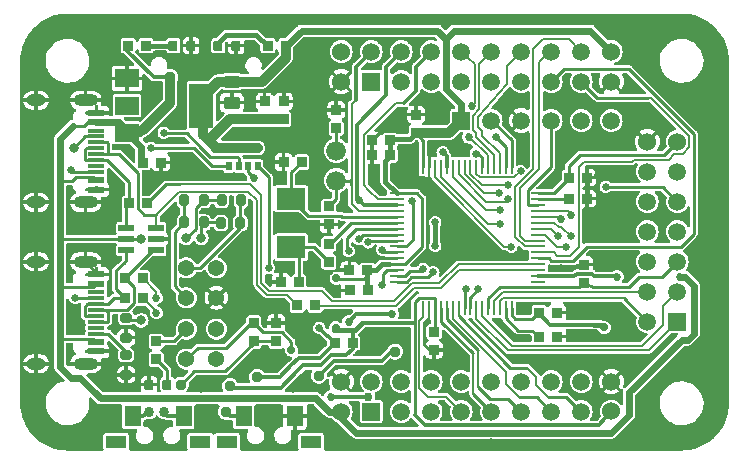
<source format=gtl>
G04 #@! TF.GenerationSoftware,KiCad,Pcbnew,(7.99.0-174-g31be74b8b3)*
G04 #@! TF.CreationDate,2023-07-10T17:09:23+02:00*
G04 #@! TF.ProjectId,HydraBus,48796472-6142-4757-932e-6b696361645f,1.0 Rev1.4*
G04 #@! TF.SameCoordinates,Original*
G04 #@! TF.FileFunction,Copper,L1,Top*
G04 #@! TF.FilePolarity,Positive*
%FSLAX46Y46*%
G04 Gerber Fmt 4.6, Leading zero omitted, Abs format (unit mm)*
G04 Created by KiCad (PCBNEW (7.99.0-174-g31be74b8b3)) date 2023-07-10 17:09:23*
%MOMM*%
%LPD*%
G01*
G04 APERTURE LIST*
G04 Aperture macros list*
%AMRoundRect*
0 Rectangle with rounded corners*
0 $1 Rounding radius*
0 $2 $3 $4 $5 $6 $7 $8 $9 X,Y pos of 4 corners*
0 Add a 4 corners polygon primitive as box body*
4,1,4,$2,$3,$4,$5,$6,$7,$8,$9,$2,$3,0*
0 Add four circle primitives for the rounded corners*
1,1,$1+$1,$2,$3*
1,1,$1+$1,$4,$5*
1,1,$1+$1,$6,$7*
1,1,$1+$1,$8,$9*
0 Add four rect primitives between the rounded corners*
20,1,$1+$1,$2,$3,$4,$5,0*
20,1,$1+$1,$4,$5,$6,$7,0*
20,1,$1+$1,$6,$7,$8,$9,0*
20,1,$1+$1,$8,$9,$2,$3,0*%
G04 Aperture macros list end*
G04 #@! TA.AperFunction,SMDPad,CuDef*
%ADD10RoundRect,0.200000X-0.200000X-0.275000X0.200000X-0.275000X0.200000X0.275000X-0.200000X0.275000X0*%
G04 #@! TD*
G04 #@! TA.AperFunction,SMDPad,CuDef*
%ADD11RoundRect,0.200000X0.200000X0.275000X-0.200000X0.275000X-0.200000X-0.275000X0.200000X-0.275000X0*%
G04 #@! TD*
G04 #@! TA.AperFunction,SMDPad,CuDef*
%ADD12RoundRect,0.200000X-0.275000X0.200000X-0.275000X-0.200000X0.275000X-0.200000X0.275000X0.200000X0*%
G04 #@! TD*
G04 #@! TA.AperFunction,ComponentPad*
%ADD13C,1.371600*%
G04 #@! TD*
G04 #@! TA.AperFunction,SMDPad,CuDef*
%ADD14R,1.450000X0.600000*%
G04 #@! TD*
G04 #@! TA.AperFunction,SMDPad,CuDef*
%ADD15R,1.450000X0.300000*%
G04 #@! TD*
G04 #@! TA.AperFunction,ComponentPad*
%ADD16O,1.600000X1.000000*%
G04 #@! TD*
G04 #@! TA.AperFunction,ComponentPad*
%ADD17O,2.100000X1.000000*%
G04 #@! TD*
G04 #@! TA.AperFunction,SMDPad,CuDef*
%ADD18R,2.400000X1.900000*%
G04 #@! TD*
G04 #@! TA.AperFunction,SMDPad,CuDef*
%ADD19R,0.240000X1.200000*%
G04 #@! TD*
G04 #@! TA.AperFunction,SMDPad,CuDef*
%ADD20R,1.200000X0.240000*%
G04 #@! TD*
G04 #@! TA.AperFunction,SMDPad,CuDef*
%ADD21R,1.778000X1.016000*%
G04 #@! TD*
G04 #@! TA.AperFunction,SMDPad,CuDef*
%ADD22R,1.397000X1.778000*%
G04 #@! TD*
G04 #@! TA.AperFunction,SMDPad,CuDef*
%ADD23RoundRect,0.111125X0.333375X-0.333375X0.333375X0.333375X-0.333375X0.333375X-0.333375X-0.333375X0*%
G04 #@! TD*
G04 #@! TA.AperFunction,SMDPad,CuDef*
%ADD24RoundRect,0.111125X0.333375X0.333375X-0.333375X0.333375X-0.333375X-0.333375X0.333375X-0.333375X0*%
G04 #@! TD*
G04 #@! TA.AperFunction,SMDPad,CuDef*
%ADD25RoundRect,0.111125X-0.333375X-0.333375X0.333375X-0.333375X0.333375X0.333375X-0.333375X0.333375X0*%
G04 #@! TD*
G04 #@! TA.AperFunction,SMDPad,CuDef*
%ADD26R,2.000000X3.800000*%
G04 #@! TD*
G04 #@! TA.AperFunction,SMDPad,CuDef*
%ADD27R,2.000000X1.500000*%
G04 #@! TD*
G04 #@! TA.AperFunction,SMDPad,CuDef*
%ADD28RoundRect,0.127000X-0.571500X0.381000X-0.571500X-0.381000X0.571500X-0.381000X0.571500X0.381000X0*%
G04 #@! TD*
G04 #@! TA.AperFunction,ComponentPad*
%ADD29C,1.524000*%
G04 #@! TD*
G04 #@! TA.AperFunction,SMDPad,CuDef*
%ADD30RoundRect,0.111125X-0.333375X0.333375X-0.333375X-0.333375X0.333375X-0.333375X0.333375X0.333375X0*%
G04 #@! TD*
G04 #@! TA.AperFunction,ComponentPad*
%ADD31C,1.500000*%
G04 #@! TD*
G04 #@! TA.AperFunction,ComponentPad*
%ADD32R,1.500000X1.500000*%
G04 #@! TD*
G04 #@! TA.AperFunction,SMDPad,CuDef*
%ADD33R,1.320800X0.558800*%
G04 #@! TD*
G04 #@! TA.AperFunction,ComponentPad*
%ADD34C,1.676400*%
G04 #@! TD*
G04 #@! TA.AperFunction,SMDPad,CuDef*
%ADD35RoundRect,0.095250X-0.285750X-0.349250X0.285750X-0.349250X0.285750X0.349250X-0.285750X0.349250X0*%
G04 #@! TD*
G04 #@! TA.AperFunction,SMDPad,CuDef*
%ADD36RoundRect,0.095250X0.285750X0.349250X-0.285750X0.349250X-0.285750X-0.349250X0.285750X-0.349250X0*%
G04 #@! TD*
G04 #@! TA.AperFunction,SMDPad,CuDef*
%ADD37R,0.508000X0.762000*%
G04 #@! TD*
G04 #@! TA.AperFunction,ViaPad*
%ADD38C,0.812800*%
G04 #@! TD*
G04 #@! TA.AperFunction,ViaPad*
%ADD39C,0.711200*%
G04 #@! TD*
G04 #@! TA.AperFunction,ViaPad*
%ADD40C,0.855600*%
G04 #@! TD*
G04 #@! TA.AperFunction,ViaPad*
%ADD41C,0.955600*%
G04 #@! TD*
G04 #@! TA.AperFunction,ViaPad*
%ADD42C,0.635000*%
G04 #@! TD*
G04 #@! TA.AperFunction,ViaPad*
%ADD43C,0.650000*%
G04 #@! TD*
G04 #@! TA.AperFunction,ViaPad*
%ADD44C,0.685800*%
G04 #@! TD*
G04 #@! TA.AperFunction,ViaPad*
%ADD45C,0.755600*%
G04 #@! TD*
G04 #@! TA.AperFunction,Conductor*
%ADD46C,0.609600*%
G04 #@! TD*
G04 #@! TA.AperFunction,Conductor*
%ADD47C,0.254000*%
G04 #@! TD*
G04 #@! TA.AperFunction,Conductor*
%ADD48C,0.203200*%
G04 #@! TD*
G04 #@! TA.AperFunction,Conductor*
%ADD49C,0.812800*%
G04 #@! TD*
G04 #@! TA.AperFunction,Conductor*
%ADD50C,0.406400*%
G04 #@! TD*
G04 #@! TA.AperFunction,Conductor*
%ADD51C,0.304800*%
G04 #@! TD*
G04 #@! TA.AperFunction,Conductor*
%ADD52C,0.762000*%
G04 #@! TD*
G04 APERTURE END LIST*
D10*
X165545000Y-83820000D03*
X167195000Y-83820000D03*
X167140000Y-85725000D03*
X165490000Y-85725000D03*
D11*
X164020000Y-85695000D03*
X162370000Y-85695000D03*
X164020000Y-83820000D03*
X162370000Y-83820000D03*
D12*
X157480000Y-96935000D03*
X157480000Y-98585000D03*
X157480000Y-93790000D03*
X157480000Y-95440000D03*
D13*
X162560000Y-92075000D03*
X165100000Y-92075000D03*
X162560000Y-89535000D03*
X165100000Y-89535000D03*
D14*
X154954587Y-76409999D03*
X154954587Y-77209999D03*
D15*
X154954587Y-78409999D03*
X154954587Y-79409999D03*
X154954587Y-79909999D03*
X154954587Y-80909999D03*
D14*
X154954587Y-82109999D03*
X154954587Y-82909999D03*
X154954587Y-82909999D03*
X154954587Y-82109999D03*
D15*
X154954587Y-81409999D03*
X154954587Y-80409999D03*
X154954587Y-78909999D03*
X154954587Y-77909999D03*
D14*
X154954587Y-77209999D03*
X154954587Y-76409999D03*
D16*
X149859587Y-75339999D03*
D17*
X154039587Y-75339999D03*
X154039587Y-83979999D03*
D16*
X149859587Y-83979999D03*
X149859587Y-97664999D03*
D17*
X154039587Y-97664999D03*
X154039587Y-89024999D03*
D16*
X149859587Y-89024999D03*
D14*
X154954587Y-90094999D03*
X154954587Y-90894999D03*
D15*
X154954587Y-91594999D03*
X154954587Y-92594999D03*
X154954587Y-94094999D03*
X154954587Y-95094999D03*
D14*
X154954587Y-95794999D03*
X154954587Y-96594999D03*
X154954587Y-96594999D03*
X154954587Y-95794999D03*
D15*
X154954587Y-94594999D03*
X154954587Y-93594999D03*
X154954587Y-93094999D03*
X154954587Y-92094999D03*
D14*
X154954587Y-90894999D03*
X154954587Y-90094999D03*
D18*
X171449999Y-87774999D03*
X171449999Y-83674999D03*
D19*
X182615899Y-80969599D03*
X183115899Y-80969599D03*
X183615899Y-80969599D03*
X184115899Y-80969599D03*
X184615899Y-80969599D03*
X185115899Y-80969599D03*
X185615899Y-80969599D03*
X186115899Y-80969599D03*
X186615899Y-80969599D03*
X187115899Y-80969599D03*
X187615899Y-80969599D03*
X188115899Y-80969599D03*
X188615899Y-80969599D03*
X189115899Y-80969599D03*
X189615899Y-80969599D03*
X190115899Y-80969599D03*
D20*
X192365899Y-83219599D03*
X192365899Y-83719599D03*
X192365899Y-84219599D03*
X192365899Y-84719599D03*
X192365899Y-85219599D03*
X192365899Y-85719599D03*
X192365899Y-86219599D03*
X192365899Y-86719599D03*
X192365899Y-87219599D03*
X192365899Y-87719599D03*
X192365899Y-88219599D03*
X192365899Y-88719599D03*
X192365899Y-89219599D03*
X192365899Y-89719599D03*
X192365899Y-90219599D03*
X192365899Y-90719599D03*
D19*
X190115899Y-92969599D03*
X189615899Y-92969599D03*
X189115899Y-92969599D03*
X188615899Y-92969599D03*
X188115899Y-92969599D03*
X187615899Y-92969599D03*
X187115899Y-92969599D03*
X186615899Y-92969599D03*
X186115899Y-92969599D03*
X185615899Y-92969599D03*
X185115899Y-92969599D03*
X184615899Y-92969599D03*
X184115899Y-92969599D03*
X183615899Y-92969599D03*
X183115899Y-92969599D03*
X182615899Y-92969599D03*
D20*
X180365899Y-90719599D03*
X180365899Y-90219599D03*
X180365899Y-89719599D03*
X180365899Y-89219599D03*
X180365899Y-88719599D03*
X180365899Y-88219599D03*
X180365899Y-87719599D03*
X180365899Y-87219599D03*
X180365899Y-86719599D03*
X180365899Y-86219599D03*
X180365899Y-85719599D03*
X180365899Y-85219599D03*
X180365899Y-84719599D03*
X180365899Y-84219599D03*
X180365899Y-83719599D03*
X180365899Y-83219599D03*
D21*
X173139099Y-104241599D03*
X166027099Y-104241599D03*
D22*
X171742099Y-102082599D03*
X167424099Y-102082599D03*
D23*
X175260000Y-76174600D03*
X175260000Y-77698600D03*
D24*
X170561000Y-90735000D03*
X172085000Y-90735000D03*
X170803000Y-80575000D03*
X172327000Y-80575000D03*
D25*
X176657000Y-95885000D03*
X175133000Y-95885000D03*
D23*
X182029100Y-76555600D03*
X182029100Y-78079600D03*
D26*
X163843099Y-75793599D03*
D27*
X157543099Y-78093599D03*
X157543099Y-75793599D03*
X157543099Y-73493599D03*
D25*
X159258000Y-84074000D03*
X157734000Y-84074000D03*
X173482000Y-92710000D03*
X171958000Y-92710000D03*
D28*
X166408100Y-75539600D03*
X166408100Y-73761600D03*
D25*
X160439100Y-80619600D03*
X158915100Y-80619600D03*
X159169100Y-70713600D03*
X157645100Y-70713600D03*
X170980100Y-70713600D03*
X169456100Y-70713600D03*
D29*
X201587100Y-78841600D03*
X198539100Y-99161600D03*
X198539100Y-73761600D03*
X198542100Y-101695600D03*
X198539100Y-71221600D03*
X204127100Y-78841600D03*
D25*
X196507100Y-81889600D03*
X194983100Y-81889600D03*
D30*
X183527700Y-96469200D03*
X183527700Y-94945200D03*
D24*
X192443100Y-93319600D03*
X193967100Y-93319600D03*
X176364900Y-89738200D03*
X177888900Y-89738200D03*
X178308000Y-80010000D03*
X179832000Y-80010000D03*
X192443100Y-95351600D03*
X193967100Y-95351600D03*
X176403000Y-91440000D03*
X177927000Y-91440000D03*
D31*
X201587100Y-81381600D03*
X204127100Y-81381600D03*
X201587100Y-83921600D03*
X204127100Y-83921600D03*
X201587100Y-86461600D03*
X204127100Y-86461600D03*
X201587100Y-89001600D03*
X204127100Y-89001600D03*
X201587100Y-91541600D03*
X204127100Y-91541600D03*
X201587100Y-94081600D03*
D32*
X204127099Y-94081599D03*
D31*
X195999100Y-99161600D03*
X195999100Y-101701600D03*
X193459100Y-99161600D03*
X193459100Y-101701600D03*
X190919100Y-99161600D03*
X190919100Y-101701600D03*
X188379100Y-99161600D03*
X188379100Y-101701600D03*
X185839100Y-99161600D03*
X185839100Y-101701600D03*
X183299100Y-99161600D03*
X183299100Y-101701600D03*
X180759100Y-99161600D03*
X180759100Y-101701600D03*
X178219100Y-99161600D03*
D32*
X178219099Y-101701599D03*
D31*
X195999100Y-71221600D03*
X195999100Y-73761600D03*
X193459100Y-71221600D03*
X193459100Y-73761600D03*
X190919100Y-71221600D03*
X190919100Y-73761600D03*
X188379100Y-71221600D03*
X188379100Y-73761600D03*
X185839100Y-71221600D03*
X185839100Y-73761600D03*
X183299100Y-71221600D03*
X183299100Y-73761600D03*
X180759100Y-71221600D03*
X180759100Y-73761600D03*
X178219100Y-71221600D03*
D32*
X178219099Y-73761599D03*
D23*
X174625000Y-87503000D03*
X174625000Y-89027000D03*
D29*
X175679100Y-71221600D03*
X175679100Y-73761600D03*
X175679100Y-99161600D03*
X175679100Y-101701600D03*
D33*
X157479999Y-88036399D03*
X157479999Y-87096599D03*
X157479999Y-86156799D03*
X160019999Y-86156799D03*
X160019999Y-87096599D03*
X160019999Y-88036399D03*
D30*
X174625000Y-85852000D03*
X174625000Y-84328000D03*
D34*
X175260000Y-79603600D03*
X175260000Y-82143600D03*
D25*
X158877000Y-90398600D03*
X157353000Y-90398600D03*
X158877000Y-92075000D03*
X157353000Y-92075000D03*
D13*
X162560000Y-97256600D03*
X165100000Y-97256600D03*
X162560000Y-94716600D03*
X165100000Y-94716600D03*
D23*
X160020000Y-95758000D03*
X160020000Y-97282000D03*
X170180000Y-94208600D03*
X170180000Y-95732600D03*
D35*
X162979100Y-70713600D03*
X161455100Y-70713600D03*
X166789100Y-70713600D03*
X165265100Y-70713600D03*
D36*
X159423100Y-99415600D03*
X160947100Y-99415600D03*
D21*
X163741099Y-104241599D03*
X156629099Y-104241599D03*
D22*
X162344099Y-102082599D03*
X158026099Y-102082599D03*
D23*
X168275000Y-94208600D03*
X168275000Y-95732600D03*
D37*
X166179499Y-79374999D03*
X167004999Y-79374999D03*
X167766999Y-79374999D03*
X168592499Y-79374999D03*
X168592499Y-80898999D03*
X167766999Y-80898999D03*
X167004999Y-80898999D03*
X166179499Y-80898999D03*
D25*
X196507100Y-83667600D03*
X194983100Y-83667600D03*
D24*
X178308000Y-78740000D03*
X179832000Y-78740000D03*
D31*
X198539100Y-77063600D03*
X195999100Y-77063600D03*
X193459100Y-77063600D03*
X190919100Y-77063600D03*
X188379100Y-77063600D03*
D32*
X185839099Y-77063599D03*
D23*
X196253100Y-89255600D03*
X196253100Y-90779600D03*
D30*
X169185000Y-76972000D03*
X169185000Y-75448000D03*
D23*
X170815000Y-75438000D03*
X170815000Y-76962000D03*
D38*
X151130000Y-98933000D03*
X149352000Y-99187000D03*
D39*
X197941900Y-94569200D03*
X175260000Y-90424000D03*
X175199500Y-94615000D03*
D40*
X160693100Y-101701600D03*
D41*
X166281100Y-99542600D03*
X165100000Y-79375000D03*
D38*
X186047000Y-86075300D03*
X179743100Y-100685600D03*
X200825100Y-97637600D03*
X197511300Y-81635300D03*
X155702000Y-99187000D03*
X149225000Y-74041000D03*
D42*
X197003800Y-86833900D03*
D38*
X207429100Y-76047600D03*
X170815000Y-73660000D03*
X167640000Y-87630000D03*
X207429100Y-97383600D03*
X155702000Y-72136000D03*
D42*
X198031100Y-92938600D03*
D38*
X152908000Y-94107000D03*
X180340000Y-81280000D03*
X200825100Y-76428600D03*
D42*
X184569100Y-98399600D03*
X197650100Y-88366600D03*
D38*
X163741100Y-72872600D03*
X200571100Y-103987600D03*
X200825100Y-68935600D03*
X149860000Y-95250000D03*
X180340000Y-77470000D03*
D42*
X198970900Y-95504000D03*
X184569100Y-101701600D03*
D38*
X204381100Y-75793600D03*
X156083000Y-70485000D03*
X175895000Y-84455000D03*
X163995100Y-101701600D03*
X149860000Y-86487000D03*
X149860000Y-80010000D03*
X155829000Y-88011000D03*
X204635100Y-97383600D03*
X206413100Y-87731600D03*
X163830000Y-90805000D03*
X161709100Y-76835000D03*
X154305000Y-74041000D03*
X170815000Y-89535000D03*
X170180000Y-78613000D03*
X173863000Y-83185000D03*
X156248100Y-101574600D03*
X186047000Y-87980300D03*
X149860000Y-91694000D03*
X158750000Y-87096600D03*
X155702000Y-74041000D03*
X158750000Y-93980000D03*
X160655000Y-94615000D03*
X158750000Y-95377000D03*
X158877000Y-98171000D03*
X167640000Y-92583000D03*
X172085000Y-76200000D03*
X167259000Y-90551000D03*
X173355000Y-76200000D03*
X173609000Y-78613000D03*
X207683100Y-87731600D03*
D42*
X194297300Y-89560400D03*
X198031100Y-85064600D03*
X188379100Y-104292400D03*
D38*
X174840900Y-104190800D03*
D42*
X170180000Y-92710000D03*
D38*
X180852800Y-95130900D03*
X185446300Y-79222300D03*
X196749300Y-78968300D03*
D42*
X191046100Y-92938600D03*
X189141100Y-94208600D03*
X157734000Y-79629000D03*
D38*
X180979800Y-93352900D03*
X173482000Y-90170000D03*
X171581800Y-99702900D03*
X167263800Y-98686900D03*
X163834800Y-99695000D03*
X156265600Y-102801700D03*
X178435000Y-81280000D03*
X161925000Y-80645000D03*
X156083000Y-68834000D03*
X170815000Y-85725000D03*
X149860000Y-78105000D03*
X149860000Y-93472000D03*
X149860000Y-81915000D03*
X155829000Y-85725000D03*
X151892000Y-74422000D03*
X153416000Y-85725000D03*
X150622000Y-74041000D03*
D43*
X152781000Y-81280000D03*
X153162000Y-92075000D03*
D38*
X172085000Y-94500000D03*
X173736000Y-96012000D03*
X153035000Y-79375000D03*
X163830000Y-86995000D03*
X163830000Y-88265000D03*
X162560000Y-86995000D03*
D43*
X160147000Y-104394000D03*
X160147000Y-102870000D03*
X169545000Y-102997000D03*
X169545000Y-104394000D03*
D44*
X204381100Y-90271600D03*
X199047100Y-90271600D03*
D41*
X161201100Y-73380600D03*
D42*
X176310600Y-88112700D03*
X173823800Y-94615000D03*
D41*
X168567100Y-98780600D03*
X165900100Y-101701600D03*
D42*
X190076900Y-87731700D03*
X189130500Y-85804300D03*
X184267600Y-79743200D03*
X183639000Y-85663000D03*
X183634500Y-87670800D03*
D41*
X180251100Y-96621600D03*
D39*
X171450000Y-96494600D03*
D41*
X173774100Y-98653600D03*
D42*
X189130500Y-84671800D03*
X189800800Y-83721400D03*
X189003500Y-83221800D03*
X198079400Y-82676100D03*
X189800800Y-82553400D03*
X190862000Y-81329300D03*
X187068500Y-79856100D03*
D44*
X176314100Y-94081600D03*
X179997100Y-93446600D03*
D43*
X169545000Y-89535000D03*
D44*
X186728100Y-75793600D03*
X186474100Y-78460600D03*
X168275000Y-81915000D03*
D42*
X188773000Y-78458900D03*
D44*
X195162175Y-85040475D03*
X160020000Y-92075000D03*
X194297300Y-85369400D03*
X160020000Y-93345000D03*
D42*
X195093800Y-86858600D03*
X194073000Y-86869300D03*
X194739700Y-87743800D03*
D43*
X159552100Y-79375000D03*
X160655000Y-78105000D03*
D42*
X187297300Y-91363700D03*
X186270100Y-91363700D03*
X183484600Y-89897700D03*
X182610300Y-89622300D03*
X179093000Y-90955300D03*
D44*
X174790100Y-100431600D03*
D45*
X177965100Y-100431600D03*
D42*
X179160800Y-87982500D03*
X181699800Y-83866500D03*
X177975800Y-87372400D03*
X177151800Y-87085700D03*
D44*
X177165000Y-83820000D03*
D41*
X162090100Y-99415600D03*
D40*
X159423100Y-101701600D03*
D46*
X155317178Y-100587822D02*
X154745678Y-100016322D01*
X151892000Y-97155000D02*
X151892000Y-97917000D01*
X151892000Y-97917000D02*
X152823800Y-98848800D01*
X152823800Y-98848800D02*
X153578156Y-98848800D01*
X153578156Y-98848800D02*
X154745678Y-100016322D01*
D47*
X157289500Y-89090500D02*
X157480000Y-88900000D01*
X156629100Y-89750900D02*
X157289500Y-89090500D01*
X157353000Y-92075000D02*
X156629100Y-91351100D01*
X156629100Y-91351100D02*
X156629100Y-89750900D01*
X154954588Y-92595000D02*
X155933588Y-92595000D01*
X155933588Y-92595000D02*
X156453588Y-92075000D01*
X156453588Y-92075000D02*
X157353000Y-92075000D01*
X154954588Y-93595000D02*
X153975588Y-93595000D01*
X153975588Y-93595000D02*
X153950188Y-93569600D01*
X153950188Y-93569600D02*
X153950188Y-92810812D01*
X153950188Y-92810812D02*
X154166000Y-92595000D01*
X154166000Y-92595000D02*
X154954588Y-92595000D01*
X157962518Y-92684518D02*
X158115000Y-92532036D01*
X154954588Y-93095000D02*
X157552036Y-93095000D01*
X157552036Y-93095000D02*
X157962518Y-92684518D01*
X154954588Y-94095000D02*
X155933588Y-94095000D01*
X155933588Y-94095000D02*
X155958988Y-94069600D01*
X155958988Y-94069600D02*
X155958988Y-93281388D01*
X155958988Y-93281388D02*
X155772600Y-93095000D01*
X155772600Y-93095000D02*
X154954588Y-93095000D01*
X154954588Y-95095000D02*
X155933588Y-95095000D01*
X155933588Y-95095000D02*
X157480000Y-96641412D01*
X157480000Y-96641412D02*
X157480000Y-96935000D01*
D46*
X151892000Y-97155000D02*
X151892000Y-95631000D01*
X151892000Y-95631000D02*
X151892000Y-93726000D01*
D47*
X154954588Y-95795000D02*
X154692588Y-95533000D01*
X154692588Y-95533000D02*
X151990000Y-95533000D01*
X151990000Y-95533000D02*
X151892000Y-95631000D01*
X153162000Y-92075000D02*
X154934588Y-92075000D01*
X154934588Y-92075000D02*
X154954588Y-92095000D01*
X154954588Y-90095000D02*
X154954588Y-89940000D01*
X154954588Y-89940000D02*
X154039588Y-89025000D01*
D46*
X151892000Y-89408000D02*
X151892000Y-86995000D01*
X151892000Y-86995000D02*
X151892000Y-83439000D01*
D47*
X157480000Y-87096600D02*
X151993600Y-87096600D01*
X151993600Y-87096600D02*
X151892000Y-86995000D01*
D46*
X151892000Y-93726000D02*
X151892000Y-91059000D01*
X151892000Y-91059000D02*
X151892000Y-89408000D01*
D47*
X153133000Y-91157000D02*
X151990000Y-91157000D01*
X151990000Y-91157000D02*
X151892000Y-91059000D01*
X153133000Y-91157000D02*
X154692588Y-91157000D01*
X154692588Y-91157000D02*
X154954588Y-90895000D01*
D46*
X151892000Y-83439000D02*
X151892000Y-82169000D01*
D47*
X152897810Y-82169000D02*
X151892000Y-82169000D01*
D46*
X151892000Y-82169000D02*
X151892000Y-80645000D01*
D47*
X153218810Y-81848000D02*
X152897810Y-82169000D01*
X153218810Y-81848000D02*
X154692588Y-81848000D01*
X154692588Y-81848000D02*
X154954588Y-82110000D01*
X152781000Y-81280000D02*
X152911000Y-81410000D01*
X152911000Y-81410000D02*
X154954588Y-81410000D01*
X154954588Y-79910000D02*
X155933588Y-79910000D01*
X155933588Y-79910000D02*
X155958988Y-79884600D01*
X155958988Y-79884600D02*
X155958988Y-78996988D01*
X155958988Y-78996988D02*
X155872000Y-78910000D01*
X155872000Y-78910000D02*
X154954588Y-78910000D01*
X160020000Y-85052947D02*
X159017911Y-85052947D01*
X159017911Y-85052947D02*
X158457900Y-84492936D01*
X158457900Y-84492936D02*
X158457900Y-81479512D01*
X158457900Y-81479512D02*
X156888388Y-79910000D01*
X156888388Y-79910000D02*
X154954588Y-79910000D01*
X154954588Y-80410000D02*
X154020788Y-80410000D01*
X154107400Y-79410000D02*
X154954588Y-79410000D01*
X154020788Y-80410000D02*
X153950188Y-80339400D01*
X153950188Y-80339400D02*
X153950188Y-79567212D01*
X153950188Y-79567212D02*
X154107400Y-79410000D01*
X157734000Y-84074000D02*
X157734000Y-82255612D01*
X157734000Y-82255612D02*
X155888388Y-80410000D01*
X155888388Y-80410000D02*
X154954588Y-80410000D01*
X153035000Y-79375000D02*
X154000000Y-78410000D01*
X154000000Y-78410000D02*
X154954588Y-78410000D01*
D46*
X157543100Y-78093600D02*
X158647100Y-78093600D01*
X158647100Y-78093600D02*
X158915100Y-77825600D01*
X157543100Y-78093600D02*
X157543100Y-77908100D01*
X156845000Y-77210000D02*
X154954588Y-77210000D01*
X157543100Y-77908100D02*
X156845000Y-77210000D01*
X158915100Y-80619600D02*
X158750000Y-80454500D01*
X158750000Y-80454500D02*
X158750000Y-79300500D01*
X158750000Y-79300500D02*
X157543100Y-78093600D01*
D47*
X154220788Y-77210000D02*
X153925970Y-77504818D01*
X153925970Y-77504818D02*
X153000182Y-77504818D01*
X154220788Y-77210000D02*
X154954588Y-77210000D01*
D46*
X151892000Y-78613000D02*
X153000182Y-77504818D01*
X151892000Y-80645000D02*
X151892000Y-78613000D01*
D47*
X157480000Y-86156800D02*
X157480000Y-84328000D01*
X157480000Y-84328000D02*
X157734000Y-84074000D01*
D48*
X167992755Y-82476900D02*
X162052000Y-82476900D01*
D47*
X159258000Y-84074000D02*
X160855100Y-82476900D01*
X160855100Y-82476900D02*
X162052000Y-82476900D01*
X176161864Y-90462100D02*
X175298100Y-90462100D01*
X175298100Y-90462100D02*
X175260000Y-90424000D01*
X168275000Y-95885000D02*
X165862000Y-98298000D01*
X162090100Y-99415600D02*
X163207700Y-98298000D01*
X163207700Y-98298000D02*
X165862000Y-98298000D01*
X172085000Y-90735000D02*
X172085000Y-88410000D01*
X172085000Y-88410000D02*
X171450000Y-87775000D01*
X169545000Y-81851500D02*
X168592500Y-80899000D01*
X157480000Y-87096600D02*
X158750000Y-87096600D01*
X162560000Y-86995000D02*
X163340600Y-86214400D01*
X163340600Y-86214400D02*
X163340600Y-84499400D01*
X163340600Y-84499400D02*
X164020000Y-83820000D01*
X158750000Y-93980000D02*
X157670000Y-93980000D01*
X157670000Y-93980000D02*
X157480000Y-93790000D01*
X157480000Y-88900000D02*
X157480000Y-88036400D01*
X156718000Y-91440000D02*
X157353000Y-92075000D01*
X158115000Y-92532036D02*
X158115000Y-91160600D01*
X158115000Y-91160600D02*
X157353000Y-90398600D01*
X157353000Y-90398600D02*
X159715200Y-88036400D01*
X159715200Y-88036400D02*
X160020000Y-88036400D01*
D48*
X160020000Y-92075000D02*
X160020000Y-91541600D01*
X160020000Y-91541600D02*
X158877000Y-90398600D01*
X160020000Y-93345000D02*
X160020000Y-93218000D01*
X160020000Y-93218000D02*
X158877000Y-92075000D01*
X192365900Y-89219600D02*
X185623650Y-89219600D01*
X185623650Y-89219600D02*
X183987450Y-90855800D01*
X183987450Y-90855800D02*
X181701450Y-90855800D01*
X181701450Y-90855800D02*
X180177450Y-92379800D01*
X168910000Y-83394145D02*
X167992755Y-82476900D01*
X180177450Y-92379800D02*
X174929800Y-92379800D01*
X174929800Y-92379800D02*
X174015400Y-91465400D01*
X174015400Y-91465400D02*
X169545000Y-91465400D01*
X169545000Y-91465400D02*
X168910000Y-90830400D01*
X168910000Y-90830400D02*
X168910000Y-83394145D01*
X168554400Y-83820000D02*
X167825400Y-83091000D01*
X167825400Y-83091000D02*
X161981947Y-83091000D01*
X161981947Y-83091000D02*
X160020000Y-85052947D01*
X160020000Y-85052947D02*
X160020000Y-86156800D01*
D47*
X162560000Y-89535000D02*
X163735001Y-89535000D01*
X163735001Y-89535000D02*
X167140000Y-86130001D01*
X167140000Y-86130001D02*
X167140000Y-85725000D01*
X166179500Y-80899000D02*
X164719000Y-80899000D01*
X164719000Y-80899000D02*
X163195000Y-79375000D01*
X163195000Y-79375000D02*
X159600900Y-79375000D01*
D48*
X169545000Y-91821000D02*
X171069000Y-91821000D01*
X168554400Y-90977694D02*
X168554400Y-83820000D01*
X169545000Y-91821000D02*
X169397706Y-91821000D01*
X169397706Y-91821000D02*
X168554400Y-90977694D01*
D47*
X165490000Y-83820000D02*
X164020000Y-83820000D01*
X164020000Y-85695000D02*
X165460000Y-85695000D01*
X165460000Y-85695000D02*
X165490000Y-85725000D01*
X163830000Y-86995000D02*
X163830000Y-85885000D01*
X163830000Y-85885000D02*
X164020000Y-85695000D01*
X167140000Y-85725000D02*
X167140000Y-83820000D01*
X162370000Y-85695000D02*
X161594800Y-86470200D01*
X161594800Y-86470200D02*
X161594800Y-91109800D01*
X161594800Y-91109800D02*
X162560000Y-92075000D01*
X162370000Y-83820000D02*
X162370000Y-85695000D01*
X169545000Y-89535000D02*
X169545000Y-81851500D01*
X160655000Y-78105000D02*
X160705800Y-78155800D01*
X160705800Y-78155800D02*
X162610800Y-78155800D01*
X162610800Y-78155800D02*
X163830000Y-79375000D01*
X167005000Y-80899000D02*
X167005000Y-80264000D01*
X167005000Y-80264000D02*
X166873200Y-80132200D01*
X166873200Y-80132200D02*
X164587200Y-80132200D01*
X164587200Y-80132200D02*
X163830000Y-79375000D01*
X168275000Y-81915000D02*
X167767000Y-81407000D01*
X167767000Y-81407000D02*
X167767000Y-80899000D01*
D49*
X164465000Y-78740000D02*
X165100000Y-79375000D01*
X163995100Y-78270100D02*
X164465000Y-78740000D01*
X164465000Y-78740000D02*
X166243000Y-76962000D01*
X166243000Y-76962000D02*
X170815000Y-76962000D01*
X163995100Y-78105000D02*
X163995100Y-78270100D01*
X166645000Y-79375000D02*
X165364000Y-79375000D01*
X168625000Y-79375000D02*
X167005000Y-79375000D01*
D48*
X171069000Y-91821000D02*
X171958000Y-92710000D01*
X192365900Y-89719600D02*
X185626550Y-89719600D01*
X185626550Y-89719600D02*
X184134750Y-91211400D01*
X184134750Y-91211400D02*
X181848750Y-91211400D01*
X181848750Y-91211400D02*
X180324750Y-92735400D01*
X180324750Y-92735400D02*
X173507400Y-92735400D01*
X173507400Y-92735400D02*
X173482000Y-92710000D01*
D47*
X168275000Y-95732600D02*
X170180000Y-95732600D01*
D49*
X163995100Y-78105000D02*
X163995100Y-75945600D01*
D47*
X160020000Y-95758000D02*
X161518600Y-95758000D01*
X161518600Y-95758000D02*
X162560000Y-94716600D01*
X160947100Y-99415600D02*
X160947100Y-98209100D01*
X160947100Y-98209100D02*
X160020000Y-97282000D01*
X168275000Y-94208600D02*
X168046400Y-94208600D01*
X165963600Y-96291400D02*
X163525200Y-96291400D01*
X168046400Y-94208600D02*
X165963600Y-96291400D01*
X163525200Y-96291400D02*
X162560000Y-97256600D01*
X168275000Y-95732600D02*
X168275000Y-95885000D01*
X169545000Y-94970600D02*
X170637036Y-94970600D01*
X169545000Y-94970600D02*
X169037000Y-94970600D01*
X169037000Y-94970600D02*
X168275000Y-94208600D01*
X170637036Y-94970600D02*
X171450000Y-95783564D01*
X171450000Y-95783564D02*
X171450000Y-96494600D01*
D50*
X180365900Y-83210900D02*
X179387500Y-82232500D01*
X179387500Y-82232500D02*
X179387500Y-80454500D01*
X179387500Y-80454500D02*
X179832000Y-80010000D01*
D47*
X174625000Y-89027000D02*
X173373000Y-87775000D01*
X173373000Y-87775000D02*
X171450000Y-87775000D01*
X180365900Y-85719600D02*
X176530000Y-85719600D01*
X174625000Y-87503000D02*
X174746600Y-87503000D01*
X174746600Y-87503000D02*
X176530000Y-85719600D01*
X171450000Y-83675000D02*
X171450000Y-81452000D01*
X171450000Y-81452000D02*
X172327000Y-80575000D01*
X175754700Y-85219600D02*
X175663200Y-85128100D01*
X175663200Y-85128100D02*
X172903100Y-85128100D01*
X172903100Y-85128100D02*
X171450000Y-83675000D01*
X175260000Y-82143600D02*
X175260000Y-83693000D01*
X175260000Y-83693000D02*
X174625000Y-84328000D01*
D50*
X177888900Y-89738200D02*
X177888900Y-90170000D01*
X177888900Y-90170000D02*
X177888900Y-91401900D01*
D47*
X176161864Y-90462100D02*
X177596800Y-90462100D01*
X177596800Y-90462100D02*
X177888900Y-90170000D01*
D50*
X177888900Y-91401900D02*
X177927000Y-91440000D01*
X179144100Y-89219600D02*
X178625500Y-89738200D01*
X178625500Y-89738200D02*
X177888900Y-89738200D01*
D47*
X180365900Y-89219600D02*
X179705000Y-89219600D01*
D50*
X179144100Y-89219600D02*
X179705000Y-89219600D01*
D51*
X174522783Y-95274783D02*
X174483583Y-95274783D01*
X174483583Y-95274783D02*
X173823800Y-94615000D01*
X175133000Y-95885000D02*
X174522783Y-95274783D01*
X171456350Y-97796350D02*
X172103489Y-97149211D01*
X171456350Y-97796350D02*
X170472100Y-98780600D01*
X172103489Y-97149211D02*
X173868789Y-97149211D01*
X173868789Y-97149211D02*
X175133000Y-95885000D01*
X176657000Y-95885000D02*
X176657000Y-95008700D01*
X176657000Y-95008700D02*
X176872900Y-94792800D01*
X174853600Y-96926400D02*
X176123600Y-96926400D01*
X176657000Y-96393000D02*
X176657000Y-95885000D01*
X172478700Y-97790000D02*
X173990000Y-97790000D01*
X171964350Y-98304350D02*
X170599100Y-99669600D01*
X171964350Y-98304350D02*
X172478700Y-97790000D01*
X173990000Y-97790000D02*
X174853600Y-96926400D01*
X176123600Y-96926400D02*
X176657000Y-96393000D01*
D50*
X180365900Y-83219600D02*
X180365900Y-83210900D01*
D47*
X175260000Y-82143600D02*
X176445393Y-82143600D01*
X176445393Y-82143600D02*
X176542700Y-82046293D01*
X176542700Y-82046293D02*
X176542700Y-82550000D01*
X178308000Y-78740000D02*
X178308000Y-80010000D01*
X180340000Y-77470000D02*
X179578000Y-77470000D01*
X179578000Y-77470000D02*
X178308000Y-78740000D01*
D51*
X182029100Y-74523600D02*
X180981350Y-75571350D01*
D48*
X177965100Y-82905600D02*
X177609500Y-82550000D01*
X177609500Y-82550000D02*
X177609500Y-78255385D01*
X180293535Y-75571350D02*
X180981350Y-75571350D01*
X177609500Y-78255385D02*
X180293535Y-75571350D01*
D51*
X177165000Y-83820000D02*
X176974500Y-83629500D01*
X179489100Y-74930000D02*
X179489100Y-72491600D01*
X176974500Y-83629500D02*
X176974500Y-77444600D01*
X176974500Y-77444600D02*
X179489100Y-74930000D01*
X179489100Y-72491600D02*
X180759100Y-71221600D01*
D48*
X180365900Y-84719600D02*
X180325700Y-84759800D01*
X180325700Y-84759800D02*
X177165000Y-84759800D01*
X177165000Y-84759800D02*
X176568100Y-84162900D01*
X176568100Y-84162900D02*
X176568100Y-75666600D01*
X176568100Y-75666600D02*
X176949100Y-75285600D01*
D47*
X175260000Y-77698600D02*
X175260000Y-79603600D01*
D51*
X177165000Y-83820000D02*
X177564600Y-84219600D01*
X177564600Y-84219600D02*
X180365900Y-84219600D01*
D50*
X179832000Y-78740000D02*
X179832000Y-80010000D01*
X182029100Y-78079600D02*
X181489350Y-78619350D01*
X181489350Y-78619350D02*
X179952650Y-78619350D01*
X179952650Y-78619350D02*
X179832000Y-78740000D01*
D46*
X175679100Y-101701600D02*
X174663100Y-101701600D01*
X174663100Y-101701600D02*
X173545500Y-100584000D01*
X173545500Y-100584000D02*
X156464000Y-100584000D01*
X156464000Y-100584000D02*
X156460178Y-100587822D01*
X156460178Y-100587822D02*
X155317178Y-100587822D01*
X184569100Y-70189700D02*
X185210700Y-69443600D01*
D47*
X181902100Y-92456000D02*
X182291700Y-92066400D01*
X182291700Y-92066400D02*
X183569900Y-92066400D01*
X183569900Y-92066400D02*
X183615900Y-92112400D01*
D50*
X175072500Y-94792800D02*
X175171100Y-94538800D01*
D46*
X184569100Y-74428300D02*
X184569100Y-70189700D01*
X185839100Y-75698300D02*
X184569100Y-74428300D01*
D51*
X198542100Y-101695600D02*
X197520100Y-102844600D01*
X197520100Y-102844600D02*
X182791100Y-102844600D01*
X182791100Y-102844600D02*
X181902100Y-101955600D01*
D47*
X181902100Y-101955600D02*
X181902100Y-94005400D01*
X181902100Y-94005400D02*
X181902100Y-92456000D01*
X181851300Y-94208600D02*
X181902100Y-94005400D01*
X183615900Y-92112400D02*
X183615900Y-92969600D01*
X183615900Y-92969600D02*
X183615900Y-94769000D01*
X183615900Y-94769000D02*
X183527700Y-94945200D01*
X182029100Y-78079600D02*
X182283100Y-77825600D01*
X182283100Y-77825600D02*
X182283100Y-78079600D01*
X182537100Y-87731600D02*
X182537100Y-83667600D01*
D46*
X184569100Y-70189700D02*
X184553200Y-70189700D01*
X184553200Y-70189700D02*
X183807100Y-69443600D01*
X198539100Y-71221600D02*
X196761100Y-69443600D01*
X196761100Y-69443600D02*
X185210700Y-69443600D01*
D47*
X182537100Y-87731600D02*
X181049100Y-89219600D01*
X180365900Y-83219600D02*
X182089100Y-83219600D01*
X190115900Y-92969600D02*
X190115900Y-93532400D01*
X190115900Y-93532400D02*
X190411100Y-93827600D01*
X190411100Y-93827600D02*
X191847100Y-93827600D01*
D51*
X197073300Y-94335600D02*
X193371100Y-94335600D01*
X193371100Y-94335600D02*
X192443100Y-93319600D01*
D47*
X182615900Y-80969600D02*
X182615900Y-78754400D01*
X182615900Y-78754400D02*
X182029100Y-78079600D01*
D52*
X163741100Y-75285600D02*
X163741100Y-75691600D01*
X163741100Y-75691600D02*
X163843100Y-75793600D01*
D46*
X183807100Y-69443600D02*
X172338100Y-69443600D01*
D49*
X163741100Y-75285600D02*
X165265100Y-73761600D01*
X165265100Y-73761600D02*
X166408100Y-73761600D01*
D47*
X192365900Y-83219600D02*
X193653100Y-83219600D01*
X193653100Y-83219600D02*
X194983100Y-81889600D01*
X194983100Y-80873600D02*
X194983100Y-81889600D01*
X191847100Y-93827600D02*
X192355100Y-93319600D01*
X192355100Y-93319600D02*
X192443100Y-93319600D01*
D50*
X197941900Y-94569200D02*
X197581300Y-94335600D01*
X197581300Y-94335600D02*
X197073300Y-94335600D01*
D51*
X162344100Y-102082600D02*
X160947100Y-102082600D01*
X160947100Y-102082600D02*
X160693100Y-101701600D01*
D50*
X163868100Y-75818600D02*
X163843100Y-75793600D01*
D49*
X166408100Y-73761600D02*
X168948100Y-73761600D01*
X168948100Y-73761600D02*
X170980100Y-71729600D01*
X170980100Y-71729600D02*
X170980100Y-70713600D01*
D46*
X172338100Y-69443600D02*
X170980100Y-70713600D01*
D47*
X182089100Y-83219600D02*
X182537100Y-83667600D01*
X202984100Y-79984600D02*
X204127100Y-78841600D01*
X202984100Y-79984600D02*
X195872100Y-79984600D01*
X195872100Y-79984600D02*
X194983100Y-80873600D01*
D46*
X185839100Y-75698300D02*
X185839100Y-77063600D01*
D47*
X180365900Y-89219600D02*
X181049100Y-89219600D01*
D50*
X175072500Y-94792800D02*
X176872900Y-94792800D01*
X176872900Y-94792800D02*
X177457100Y-94208600D01*
D51*
X177457100Y-94208600D02*
X181851300Y-94208600D01*
D49*
X182029100Y-78079600D02*
X184823100Y-78079600D01*
X184823100Y-78079600D02*
X185839100Y-77063600D01*
D51*
X170599100Y-99669600D02*
X166408100Y-99669600D01*
X166408100Y-99669600D02*
X166281100Y-99542600D01*
D49*
X163995100Y-75945600D02*
X163843100Y-75793600D01*
D48*
X183115900Y-92969600D02*
X183115900Y-93807600D01*
X182689500Y-96012000D02*
X182689500Y-94234000D01*
X183115900Y-80969600D02*
X183115900Y-82214400D01*
X183115900Y-82214400D02*
X183299100Y-82397600D01*
X183527700Y-96469200D02*
X183234700Y-96557200D01*
D47*
X183234700Y-96557200D02*
X182689500Y-96012000D01*
D50*
X183299100Y-82397600D02*
X183299100Y-83708400D01*
X183299100Y-83708400D02*
X186047000Y-86075300D01*
D49*
X179743100Y-100685600D02*
X179997100Y-100431600D01*
D47*
X183115900Y-80969600D02*
X183115900Y-79952800D01*
D48*
X183115900Y-93807600D02*
X182689500Y-94234000D01*
D50*
X196507100Y-81889600D02*
X196595100Y-81977600D01*
D48*
X204381100Y-75793600D02*
X203695300Y-75641200D01*
D47*
X203695300Y-75641200D02*
X201282300Y-73228200D01*
D48*
X201282300Y-73228200D02*
X201333100Y-73253600D01*
X201333100Y-73253600D02*
X201206100Y-73126600D01*
D47*
X204635100Y-97383600D02*
X203746100Y-97383600D01*
X201206100Y-99923600D02*
X201206100Y-100304600D01*
X201206100Y-100304600D02*
X200952100Y-100558600D01*
X200952100Y-100558600D02*
X200952100Y-103606600D01*
X200952100Y-103606600D02*
X200571100Y-103987600D01*
X176364900Y-89738200D02*
X176364900Y-88950800D01*
X176364900Y-88950800D02*
X176441100Y-88874600D01*
X176441100Y-88874600D02*
X178600100Y-88874600D01*
X178600100Y-88874600D02*
X178755100Y-88719600D01*
X180365900Y-88719600D02*
X178755100Y-88719600D01*
D50*
X196507100Y-83667600D02*
X196507100Y-81889600D01*
D51*
X194297300Y-89560400D02*
X195440300Y-89560400D01*
X195440300Y-89560400D02*
X195618100Y-89382600D01*
D50*
X195618100Y-89382600D02*
X196126100Y-89382600D01*
X196126100Y-89382600D02*
X196253100Y-89255600D01*
D51*
X183115900Y-79952800D02*
X183115900Y-79786800D01*
X183115900Y-79786800D02*
X183934100Y-78968600D01*
X183934100Y-78968600D02*
X185446600Y-78968600D01*
X185446600Y-78968600D02*
X185446300Y-79222300D01*
D48*
X201206100Y-99923600D02*
X201206100Y-99796600D01*
X201206100Y-99796600D02*
X203238100Y-97764600D01*
X203238100Y-97764600D02*
X203365100Y-97764600D01*
X203365100Y-97764600D02*
X203746100Y-97383600D01*
D46*
X175679100Y-101701600D02*
X175679100Y-102209600D01*
X175679100Y-102209600D02*
X176949100Y-103479600D01*
X176949100Y-103479600D02*
X198539100Y-103479600D01*
X198539100Y-103479600D02*
X200063100Y-101955600D01*
X200063100Y-101955600D02*
X200063100Y-100050600D01*
D51*
X198995100Y-90219600D02*
X199047100Y-90271600D01*
D49*
X158915100Y-77825600D02*
X161201100Y-75539600D01*
X161201100Y-75539600D02*
X161201100Y-73380600D01*
D51*
X157645100Y-70713600D02*
X157557100Y-71133600D01*
X157557100Y-71133600D02*
X159804100Y-73380600D01*
X159804100Y-73380600D02*
X161201100Y-73380600D01*
D46*
X200063100Y-100050600D02*
X204508100Y-95605600D01*
X204508100Y-95605600D02*
X205016100Y-95605600D01*
X205016100Y-95605600D02*
X205524100Y-95097600D01*
X205524100Y-95097600D02*
X205524100Y-91033600D01*
X204381100Y-90271600D02*
X204762100Y-90271600D01*
X204762100Y-90271600D02*
X205524100Y-91033600D01*
D51*
X198995100Y-90219600D02*
X197090100Y-90219600D01*
X197090100Y-90219600D02*
X196888100Y-90017600D01*
X196888100Y-90017600D02*
X195618100Y-90017600D01*
X195618100Y-90017600D02*
X195416100Y-90219600D01*
X192365900Y-90219600D02*
X195416100Y-90219600D01*
D47*
X175754700Y-85219600D02*
X180365900Y-85219600D01*
X180365900Y-86219600D02*
X176937100Y-86219600D01*
X176937100Y-86219600D02*
X176187100Y-86969600D01*
X176187100Y-86969600D02*
X176187100Y-87989200D01*
X176187100Y-87989200D02*
X176310600Y-88112700D01*
D51*
X165900100Y-101701600D02*
X166281100Y-102082600D01*
X166281100Y-102082600D02*
X167424100Y-102082600D01*
X170472100Y-98780600D02*
X168567100Y-98780600D01*
D50*
X159169100Y-70713600D02*
X161455100Y-70713600D01*
D48*
X183615900Y-80969600D02*
X183615900Y-81853700D01*
X183615900Y-81853700D02*
X189493900Y-87731700D01*
X189493900Y-87731700D02*
X190076900Y-87731700D01*
X184115900Y-81823700D02*
X188096500Y-85804300D01*
X188096500Y-85804300D02*
X189130500Y-85804300D01*
X184115900Y-80969600D02*
X184115900Y-81823700D01*
D50*
X183634500Y-87670800D02*
X183634500Y-85667500D01*
X183634500Y-85667500D02*
X183639000Y-85663000D01*
D51*
X184615900Y-80969600D02*
X184615900Y-80091500D01*
X184615900Y-80091500D02*
X184267600Y-79743200D01*
X175044100Y-97383600D02*
X179108100Y-97383600D01*
X179108100Y-97383600D02*
X179870100Y-96621600D01*
X179870100Y-96621600D02*
X180251100Y-96621600D01*
X173774100Y-98653600D02*
X175044100Y-97383600D01*
D48*
X185115900Y-81823700D02*
X187964000Y-84671800D01*
X187964000Y-84671800D02*
X189130500Y-84671800D01*
X185115900Y-80969600D02*
X185115900Y-81823700D01*
X185615900Y-80969600D02*
X185615900Y-81610200D01*
X185615900Y-81610200D02*
X187936800Y-83931100D01*
X187936800Y-83931100D02*
X189591100Y-83931100D01*
X189591100Y-83931100D02*
X189800800Y-83721400D01*
X186115900Y-80969600D02*
X186115900Y-81586600D01*
X186115900Y-81586600D02*
X187751100Y-83221800D01*
X187751100Y-83221800D02*
X189003500Y-83221800D01*
X186615900Y-80969600D02*
X186615900Y-81566500D01*
X186615900Y-81566500D02*
X187602800Y-82553400D01*
X187602800Y-82553400D02*
X189800800Y-82553400D01*
D47*
X204127100Y-83921600D02*
X202881600Y-82676100D01*
X202881600Y-82676100D02*
X198079400Y-82676100D01*
D48*
X187115900Y-80969600D02*
X187115900Y-81549000D01*
X187115900Y-81549000D02*
X187447600Y-81880700D01*
X187447600Y-81880700D02*
X190310600Y-81880700D01*
X190310600Y-81880700D02*
X190862000Y-81329300D01*
D47*
X187615900Y-80217100D02*
X187246300Y-79847500D01*
X187246300Y-79847500D02*
X187068500Y-79856100D01*
X187615900Y-80969600D02*
X187615900Y-80217100D01*
D51*
X179997100Y-93446600D02*
X176949100Y-93446600D01*
X176949100Y-93446600D02*
X176314100Y-94081600D01*
D48*
X185839100Y-71221600D02*
X186982100Y-72237600D01*
X186982100Y-72237600D02*
X186982100Y-75539600D01*
X186982100Y-75539600D02*
X186728100Y-75793600D01*
X188115900Y-80969600D02*
X188115900Y-79975400D01*
X186474100Y-78460600D02*
X188115900Y-79975400D01*
X187363100Y-76047600D02*
X187363100Y-72237600D01*
X187363100Y-72237600D02*
X188379100Y-71221600D01*
X188615900Y-80969600D02*
X188615900Y-80001800D01*
X188615900Y-80001800D02*
X188506100Y-79857600D01*
X187115300Y-78466800D02*
X188506100Y-79857600D01*
X187363100Y-76047600D02*
X186855100Y-76682600D01*
X186855100Y-76682600D02*
X186855100Y-77825600D01*
X187115300Y-78466800D02*
X187115300Y-78085800D01*
X187115300Y-78085800D02*
X186855100Y-77825600D01*
X189687500Y-73963000D02*
X189687500Y-72453200D01*
X189687500Y-72453200D02*
X190919100Y-71221600D01*
X187617100Y-78333600D02*
X187617100Y-77952600D01*
X187617100Y-77952600D02*
X187236100Y-77571600D01*
X187236100Y-77571600D02*
X187236100Y-76795400D01*
X189115900Y-80969600D02*
X189115900Y-79832400D01*
X189115900Y-79832400D02*
X187617100Y-78333600D01*
X187236100Y-76795400D02*
X189687500Y-73963000D01*
D47*
X189615900Y-80969600D02*
X189615900Y-79301800D01*
X189615900Y-79301800D02*
X188773000Y-78458900D01*
X190115900Y-80969600D02*
X190115900Y-78740400D01*
X188379100Y-77063600D02*
X188439100Y-77063600D01*
X188439100Y-77063600D02*
X190115900Y-78740400D01*
X192365900Y-83719600D02*
X194843100Y-83719600D01*
X194843100Y-83719600D02*
X194895100Y-83667600D01*
X194895100Y-83667600D02*
X194983100Y-83667600D01*
X192365900Y-84219600D02*
X191486400Y-84219600D01*
X193459100Y-80984000D02*
X191486400Y-82956700D01*
X191486400Y-82956700D02*
X191486400Y-84219600D01*
X193459100Y-77063600D02*
X193459100Y-80984000D01*
D48*
X192365900Y-84719600D02*
X194841300Y-84719600D01*
X194841300Y-84719600D02*
X195162175Y-85040475D01*
X192388700Y-85242400D02*
X192365900Y-85219600D01*
X192388700Y-85242400D02*
X194170300Y-85242400D01*
X194170300Y-85242400D02*
X194297300Y-85369400D01*
X192365900Y-85719600D02*
X193733100Y-85719600D01*
X193733100Y-85719600D02*
X194094100Y-86080600D01*
X194094100Y-86080600D02*
X194315800Y-86080600D01*
X194315800Y-86080600D02*
X195093800Y-86858600D01*
X192365900Y-86219600D02*
X193423300Y-86219600D01*
X193423300Y-86219600D02*
X194073000Y-86869300D01*
X194723100Y-87727200D02*
X194739700Y-87743800D01*
X192365900Y-86719600D02*
X192839000Y-86719600D01*
X194723100Y-87727200D02*
X193962700Y-87727200D01*
X193962700Y-87727200D02*
X192951100Y-86715600D01*
X192951100Y-86715600D02*
X192369900Y-86715600D01*
X192369900Y-86715600D02*
X192365900Y-86719600D01*
X191257800Y-87219600D02*
X190835200Y-86797000D01*
X190835200Y-86797000D02*
X190835200Y-82735500D01*
X192365900Y-87219600D02*
X191257800Y-87219600D01*
X193459100Y-71221600D02*
X193332100Y-71221600D01*
X193332100Y-71221600D02*
X192443100Y-72110600D01*
X190835200Y-82735500D02*
X192443100Y-81127600D01*
X192443100Y-81127600D02*
X192443100Y-72110600D01*
X192365900Y-87719600D02*
X191239600Y-87719600D01*
X191239600Y-87719600D02*
X190414900Y-86894900D01*
X190414900Y-86894900D02*
X190414900Y-82647800D01*
X191935100Y-70971600D02*
X192731200Y-70175500D01*
X192731200Y-70175500D02*
X194953000Y-70175500D01*
X194953000Y-70175500D02*
X195999100Y-71221600D01*
X190414900Y-82647800D02*
X191935100Y-81127600D01*
X191935100Y-81127600D02*
X191935100Y-70971600D01*
X195789800Y-87789100D02*
X195789800Y-81031500D01*
X195789800Y-81031500D02*
X196274000Y-80547300D01*
X203886700Y-79900200D02*
X204574400Y-79900200D01*
X204574400Y-79900200D02*
X205143200Y-79331400D01*
X205143200Y-79331400D02*
X205143200Y-78394800D01*
X205143200Y-78394800D02*
X201881600Y-75133200D01*
D47*
X195999100Y-73761600D02*
X197364800Y-75127200D01*
D48*
X192365900Y-88219600D02*
X193693100Y-88219600D01*
X193693100Y-88219600D02*
X193967100Y-88493600D01*
X193967100Y-88493600D02*
X195085300Y-88493600D01*
X195085300Y-88493600D02*
X195789800Y-87789100D01*
X196274000Y-80547300D02*
X200262400Y-80547300D01*
X200262400Y-80547300D02*
X200444100Y-80365600D01*
X200444100Y-80365600D02*
X203421300Y-80365600D01*
X203421300Y-80365600D02*
X203886700Y-79900200D01*
D47*
X197364800Y-75127200D02*
X201352500Y-75127200D01*
X201352500Y-75127200D02*
X201612500Y-75133200D01*
D48*
X201612500Y-75133200D02*
X201881600Y-75133200D01*
D47*
X193245400Y-88719600D02*
X193451100Y-88925300D01*
X193451100Y-88925300D02*
X195313400Y-88925300D01*
X205528700Y-86636700D02*
X205528700Y-78209700D01*
X205528700Y-78209700D02*
X200039100Y-72720100D01*
X200039100Y-72720100D02*
X194500600Y-72720100D01*
X194500600Y-72720100D02*
X193459100Y-73761600D01*
X192365900Y-88719600D02*
X193245400Y-88719600D01*
X195313400Y-88925300D02*
X196507100Y-87731600D01*
X196507100Y-87731600D02*
X204433800Y-87731600D01*
X204433800Y-87731600D02*
X205528700Y-86636700D01*
X189615900Y-92969600D02*
X189615900Y-93794400D01*
X189615900Y-93794400D02*
X190665100Y-94843600D01*
X190665100Y-94843600D02*
X191847100Y-94843600D01*
X191847100Y-94843600D02*
X192443100Y-95351600D01*
X201587100Y-94081600D02*
X199595600Y-92090100D01*
D48*
X199595600Y-92090100D02*
X189369900Y-92090100D01*
X189369900Y-92090100D02*
X189115900Y-92344100D01*
X189115900Y-92344100D02*
X189115900Y-92969600D01*
X188615900Y-92969600D02*
X188615900Y-92334000D01*
X188615900Y-92334000D02*
X189408300Y-91541600D01*
X189408300Y-91541600D02*
X201587100Y-91541600D01*
D47*
X204127100Y-89001600D02*
X202840300Y-90288400D01*
X202840300Y-90288400D02*
X200882200Y-90288400D01*
X200041600Y-91129000D02*
X200882200Y-90288400D01*
X189102400Y-91129000D02*
X195776700Y-91129000D01*
X195776700Y-91129000D02*
X196253100Y-90779600D01*
X200041600Y-91129000D02*
X196983500Y-91129000D01*
X196983500Y-91129000D02*
X196253100Y-90779600D01*
X189102400Y-91129000D02*
X188115900Y-92115500D01*
X188115900Y-92969600D02*
X188115900Y-92115500D01*
D48*
X204127100Y-91541600D02*
X202888800Y-92779900D01*
X202888800Y-92779900D02*
X202888800Y-94388300D01*
X202888800Y-94388300D02*
X201140300Y-96136800D01*
X190161600Y-96136800D02*
X187615900Y-93591100D01*
X187615900Y-93591100D02*
X187615900Y-92969600D01*
X190161600Y-96136800D02*
X201140300Y-96136800D01*
X187115900Y-92969600D02*
X187115900Y-93823700D01*
X187115900Y-93823700D02*
X189801400Y-96509200D01*
X189801400Y-96509200D02*
X201699500Y-96509200D01*
X201699500Y-96509200D02*
X204127100Y-94081600D01*
D47*
X186615900Y-92969600D02*
X186615900Y-92045100D01*
X186615900Y-92045100D02*
X187297300Y-91363700D01*
X186115900Y-92969600D02*
X186115900Y-91517900D01*
X186115900Y-91517900D02*
X186270100Y-91363700D01*
X190007400Y-97995900D02*
X191445400Y-97995900D01*
D48*
X191445400Y-97995900D02*
X192189100Y-98739600D01*
X192189100Y-98739600D02*
X192189100Y-99415600D01*
D47*
X194729100Y-100431600D02*
X195999100Y-101701600D01*
X190007400Y-97995900D02*
X185615900Y-93604400D01*
D48*
X192189100Y-99415600D02*
X193205100Y-100431600D01*
D47*
X193205100Y-100431600D02*
X194729100Y-100431600D01*
D48*
X185615900Y-92969600D02*
X185615900Y-93604400D01*
X185115900Y-92969600D02*
X185115900Y-93838200D01*
X185115900Y-93838200D02*
X189597000Y-98319300D01*
X189597000Y-98319300D02*
X189597000Y-99360100D01*
X189597000Y-99360100D02*
X190730300Y-100493400D01*
D47*
X193459100Y-101701600D02*
X192250900Y-100493400D01*
X192250900Y-100493400D02*
X190730300Y-100493400D01*
X184615900Y-92969600D02*
X184615900Y-93877200D01*
X184615900Y-93877200D02*
X187264900Y-96526200D01*
X187264900Y-99627900D02*
X188249100Y-100612100D01*
X188249100Y-100612100D02*
X189829600Y-100612100D01*
X189829600Y-100612100D02*
X190919100Y-101701600D01*
D48*
X187264900Y-96526200D02*
X187264900Y-99627900D01*
D47*
X184115900Y-92969600D02*
X184115900Y-94079100D01*
X184115900Y-94079100D02*
X186855100Y-96767500D01*
X186855100Y-100177600D02*
X188379100Y-101701600D01*
D48*
X186855100Y-96767500D02*
X186855100Y-100177600D01*
X182283100Y-94064400D02*
X182283100Y-99669600D01*
X182283100Y-99669600D02*
X183045100Y-100431600D01*
X183045100Y-100431600D02*
X184569100Y-100431600D01*
X184569100Y-100431600D02*
X185839100Y-101701600D01*
X182615900Y-92969600D02*
X182615900Y-93731600D01*
X182615900Y-93731600D02*
X182283100Y-94064400D01*
D47*
X180365900Y-90719600D02*
X181225500Y-90719600D01*
X181225500Y-90719600D02*
X181597300Y-90347800D01*
X181597300Y-90347800D02*
X183034500Y-90347800D01*
X183034500Y-90347800D02*
X183484600Y-89897700D01*
X180365900Y-90219600D02*
X181065100Y-90219600D01*
X181065100Y-90219600D02*
X181521100Y-89763600D01*
X181521100Y-89763600D02*
X182469000Y-89763600D01*
X182469000Y-89763600D02*
X182610300Y-89622300D01*
X180365900Y-89719600D02*
X179533100Y-89719600D01*
X179533100Y-89719600D02*
X179235100Y-90017600D01*
X179235100Y-90017600D02*
X179235100Y-90716400D01*
X179235100Y-90716400D02*
X179093000Y-90955300D01*
D51*
X174790100Y-100431600D02*
X177965100Y-100431600D01*
D47*
X179160800Y-87982500D02*
X179304700Y-88219600D01*
X179304700Y-88219600D02*
X180365900Y-88219600D01*
X181738300Y-83910300D02*
X181731300Y-83866500D01*
X181731300Y-83866500D02*
X181699800Y-83866500D01*
X180365900Y-87719600D02*
X181177500Y-87719600D01*
X181177500Y-87719600D02*
X181738300Y-87158800D01*
X181738300Y-83910300D02*
X181738300Y-87158800D01*
X180365900Y-87219600D02*
X178128600Y-87219600D01*
X178128600Y-87219600D02*
X177975800Y-87372400D01*
X177517900Y-86719600D02*
X180365900Y-86719600D01*
X177517900Y-86719600D02*
X177151800Y-87085700D01*
D51*
X176949100Y-75285600D02*
X176949100Y-72491600D01*
X176949100Y-72491600D02*
X178219100Y-71221600D01*
X182029100Y-74523600D02*
X182029100Y-72491600D01*
X182029100Y-72491600D02*
X183299100Y-71221600D01*
D48*
X180365900Y-83719600D02*
X178779100Y-83719600D01*
X178779100Y-83719600D02*
X177965100Y-82905600D01*
D51*
X158026100Y-102082600D02*
X158915100Y-102082600D01*
X158915100Y-102082600D02*
X159423100Y-101701600D01*
D50*
X165265100Y-70713600D02*
X165265100Y-70459600D01*
X165265100Y-70459600D02*
X165900100Y-69824600D01*
X165900100Y-69824600D02*
X168479100Y-69824600D01*
X168479100Y-69824600D02*
X169456100Y-70713600D01*
G04 #@! TA.AperFunction,Conductor*
G36*
X181508400Y-94581581D02*
G01*
X181554519Y-94627700D01*
X181571400Y-94690700D01*
X181571400Y-98328084D01*
X181551852Y-98395494D01*
X181499272Y-98441987D01*
X181429976Y-98453136D01*
X181365467Y-98425484D01*
X181296294Y-98368715D01*
X181296291Y-98368713D01*
X181291511Y-98364790D01*
X181125831Y-98276232D01*
X181119910Y-98274436D01*
X181119908Y-98274435D01*
X180951980Y-98223495D01*
X180951976Y-98223494D01*
X180946058Y-98221699D01*
X180939902Y-98221092D01*
X180939894Y-98221091D01*
X180765263Y-98203892D01*
X180759100Y-98203285D01*
X180752937Y-98203892D01*
X180578305Y-98221091D01*
X180578295Y-98221092D01*
X180572142Y-98221699D01*
X180566225Y-98223493D01*
X180566219Y-98223495D01*
X180398291Y-98274435D01*
X180398285Y-98274437D01*
X180392369Y-98276232D01*
X180386911Y-98279149D01*
X180386907Y-98279151D01*
X180239499Y-98357943D01*
X180226689Y-98364790D01*
X180221910Y-98368711D01*
X180221904Y-98368716D01*
X180086248Y-98480046D01*
X180086242Y-98480051D01*
X180081469Y-98483969D01*
X180077551Y-98488742D01*
X180077546Y-98488748D01*
X179966216Y-98624404D01*
X179966211Y-98624410D01*
X179962290Y-98629189D01*
X179959372Y-98634647D01*
X179959372Y-98634648D01*
X179876651Y-98789407D01*
X179876649Y-98789411D01*
X179873732Y-98794869D01*
X179871937Y-98800785D01*
X179871935Y-98800791D01*
X179820995Y-98968719D01*
X179820993Y-98968725D01*
X179819199Y-98974642D01*
X179818592Y-98980795D01*
X179818591Y-98980805D01*
X179803237Y-99136700D01*
X179800785Y-99161600D01*
X179801392Y-99167763D01*
X179818591Y-99342394D01*
X179818592Y-99342402D01*
X179819199Y-99348558D01*
X179820994Y-99354476D01*
X179820995Y-99354480D01*
X179868976Y-99512654D01*
X179873732Y-99528331D01*
X179962290Y-99694011D01*
X179966215Y-99698794D01*
X179966216Y-99698795D01*
X180066070Y-99820468D01*
X180081469Y-99839231D01*
X180226689Y-99958410D01*
X180392369Y-100046968D01*
X180572142Y-100101501D01*
X180759100Y-100119915D01*
X180946058Y-100101501D01*
X181125831Y-100046968D01*
X181291511Y-99958410D01*
X181365466Y-99897716D01*
X181429976Y-99870064D01*
X181499272Y-99881213D01*
X181551852Y-99927706D01*
X181571400Y-99995116D01*
X181571400Y-100868084D01*
X181551852Y-100935494D01*
X181499272Y-100981987D01*
X181429976Y-100993136D01*
X181365467Y-100965484D01*
X181296294Y-100908715D01*
X181296291Y-100908713D01*
X181291511Y-100904790D01*
X181125831Y-100816232D01*
X181119910Y-100814436D01*
X181119908Y-100814435D01*
X180951980Y-100763495D01*
X180951976Y-100763494D01*
X180946058Y-100761699D01*
X180939902Y-100761092D01*
X180939894Y-100761091D01*
X180765263Y-100743892D01*
X180759100Y-100743285D01*
X180752937Y-100743892D01*
X180578305Y-100761091D01*
X180578295Y-100761092D01*
X180572142Y-100761699D01*
X180566225Y-100763493D01*
X180566219Y-100763495D01*
X180398291Y-100814435D01*
X180398285Y-100814437D01*
X180392369Y-100816232D01*
X180386911Y-100819149D01*
X180386907Y-100819151D01*
X180232154Y-100901869D01*
X180226689Y-100904790D01*
X180221910Y-100908711D01*
X180221904Y-100908716D01*
X180086248Y-101020046D01*
X180086242Y-101020051D01*
X180081469Y-101023969D01*
X180077551Y-101028742D01*
X180077546Y-101028748D01*
X179966216Y-101164404D01*
X179966211Y-101164410D01*
X179962290Y-101169189D01*
X179959372Y-101174647D01*
X179959372Y-101174648D01*
X179876651Y-101329407D01*
X179876649Y-101329411D01*
X179873732Y-101334869D01*
X179871937Y-101340785D01*
X179871935Y-101340791D01*
X179820995Y-101508719D01*
X179820993Y-101508725D01*
X179819199Y-101514642D01*
X179818592Y-101520795D01*
X179818591Y-101520805D01*
X179801983Y-101689437D01*
X179800785Y-101701600D01*
X179801392Y-101707763D01*
X179818591Y-101882394D01*
X179818592Y-101882402D01*
X179819199Y-101888558D01*
X179820994Y-101894476D01*
X179820995Y-101894480D01*
X179866212Y-102043542D01*
X179873732Y-102068331D01*
X179962290Y-102234011D01*
X179966215Y-102238794D01*
X179966216Y-102238795D01*
X180065535Y-102359816D01*
X180081469Y-102379231D01*
X180226689Y-102498410D01*
X180392369Y-102586968D01*
X180572142Y-102641501D01*
X180759100Y-102659915D01*
X180946058Y-102641501D01*
X181125831Y-102586968D01*
X181291511Y-102498410D01*
X181436731Y-102379231D01*
X181522261Y-102275011D01*
X181579155Y-102235635D01*
X181648268Y-102232239D01*
X181708752Y-102265853D01*
X182198904Y-102756005D01*
X182229642Y-102806164D01*
X182234258Y-102864811D01*
X182211745Y-102919161D01*
X182167012Y-102957367D01*
X182109809Y-102971100D01*
X177211918Y-102971100D01*
X177163700Y-102961509D01*
X177122823Y-102934195D01*
X176532299Y-102343671D01*
X176503470Y-102298959D01*
X176495664Y-102246335D01*
X176510272Y-102195180D01*
X176575608Y-102072946D01*
X176630828Y-101890910D01*
X176649473Y-101701600D01*
X176630828Y-101512290D01*
X176592062Y-101384494D01*
X176577405Y-101336177D01*
X176577403Y-101336174D01*
X176575608Y-101330254D01*
X176485936Y-101162490D01*
X176365257Y-101015443D01*
X176359963Y-101011098D01*
X176359698Y-101010741D01*
X176356096Y-101007139D01*
X176356630Y-101006604D01*
X176323489Y-100961917D01*
X176314505Y-100901349D01*
X176335133Y-100843697D01*
X176380502Y-100802578D01*
X176439898Y-100787700D01*
X177141157Y-100787700D01*
X177207694Y-100806701D01*
X177254164Y-100857973D01*
X177266521Y-100925896D01*
X177265400Y-100931536D01*
X177265400Y-102471664D01*
X177266605Y-102477723D01*
X177266606Y-102477730D01*
X177274797Y-102518909D01*
X177274798Y-102518913D01*
X177277219Y-102531080D01*
X177322240Y-102598460D01*
X177389620Y-102643481D01*
X177401789Y-102645901D01*
X177401790Y-102645902D01*
X177418074Y-102649141D01*
X177449036Y-102655300D01*
X178982977Y-102655300D01*
X178989164Y-102655300D01*
X179048580Y-102643481D01*
X179115960Y-102598460D01*
X179160981Y-102531080D01*
X179172800Y-102471664D01*
X179172800Y-100931536D01*
X179164292Y-100888764D01*
X179163402Y-100884290D01*
X179163401Y-100884289D01*
X179160981Y-100872120D01*
X179115960Y-100804740D01*
X179103084Y-100796137D01*
X179083496Y-100783049D01*
X179048580Y-100759719D01*
X179036413Y-100757298D01*
X179036409Y-100757297D01*
X178995230Y-100749106D01*
X178995223Y-100749105D01*
X178989164Y-100747900D01*
X178982977Y-100747900D01*
X178650647Y-100747900D01*
X178594920Y-100734906D01*
X178550686Y-100698606D01*
X178527069Y-100646485D01*
X178528917Y-100589958D01*
X178531633Y-100583402D01*
X178551618Y-100431600D01*
X178531633Y-100279798D01*
X178505206Y-100216000D01*
X178497304Y-100147227D01*
X178526925Y-100084657D01*
X178575197Y-100053575D01*
X178574187Y-100051135D01*
X178579912Y-100048763D01*
X178585831Y-100046968D01*
X178751511Y-99958410D01*
X178896731Y-99839231D01*
X179015910Y-99694011D01*
X179104468Y-99528331D01*
X179159001Y-99348558D01*
X179177415Y-99161600D01*
X179159001Y-98974642D01*
X179104468Y-98794869D01*
X179015910Y-98629189D01*
X178896731Y-98483969D01*
X178861784Y-98455289D01*
X178756295Y-98368716D01*
X178756294Y-98368715D01*
X178751511Y-98364790D01*
X178585831Y-98276232D01*
X178579910Y-98274436D01*
X178579908Y-98274435D01*
X178411980Y-98223495D01*
X178411976Y-98223494D01*
X178406058Y-98221699D01*
X178399902Y-98221092D01*
X178399894Y-98221091D01*
X178225263Y-98203892D01*
X178219100Y-98203285D01*
X178212937Y-98203892D01*
X178038305Y-98221091D01*
X178038295Y-98221092D01*
X178032142Y-98221699D01*
X178026225Y-98223493D01*
X178026219Y-98223495D01*
X177858291Y-98274435D01*
X177858285Y-98274437D01*
X177852369Y-98276232D01*
X177846911Y-98279149D01*
X177846907Y-98279151D01*
X177699499Y-98357943D01*
X177686689Y-98364790D01*
X177681910Y-98368711D01*
X177681904Y-98368716D01*
X177546248Y-98480046D01*
X177546242Y-98480051D01*
X177541469Y-98483969D01*
X177537551Y-98488742D01*
X177537546Y-98488748D01*
X177426216Y-98624404D01*
X177426211Y-98624410D01*
X177422290Y-98629189D01*
X177419372Y-98634647D01*
X177419372Y-98634648D01*
X177336651Y-98789407D01*
X177336649Y-98789411D01*
X177333732Y-98794869D01*
X177331937Y-98800785D01*
X177331935Y-98800791D01*
X177280995Y-98968719D01*
X177280993Y-98968725D01*
X177279199Y-98974642D01*
X177278592Y-98980795D01*
X177278591Y-98980805D01*
X177263237Y-99136700D01*
X177260785Y-99161600D01*
X177261392Y-99167763D01*
X177278591Y-99342394D01*
X177278592Y-99342402D01*
X177279199Y-99348558D01*
X177280994Y-99354476D01*
X177280995Y-99354480D01*
X177328976Y-99512654D01*
X177333732Y-99528331D01*
X177422290Y-99694011D01*
X177426215Y-99698794D01*
X177426216Y-99698795D01*
X177526070Y-99820468D01*
X177541469Y-99839231D01*
X177546248Y-99843153D01*
X177546833Y-99843738D01*
X177579445Y-99900222D01*
X177579445Y-99965444D01*
X177549942Y-100016541D01*
X177550369Y-100016869D01*
X177545349Y-100023410D01*
X177545346Y-100023414D01*
X177543206Y-100026204D01*
X177539587Y-100029173D01*
X177539501Y-100029260D01*
X177539492Y-100029251D01*
X177498971Y-100062506D01*
X177443243Y-100075500D01*
X176420155Y-100075500D01*
X176356265Y-100058101D01*
X176310021Y-100010708D01*
X176305983Y-100003443D01*
X175464139Y-99161599D01*
X175899017Y-99161599D01*
X175905789Y-99173329D01*
X176520942Y-99788482D01*
X176533137Y-99795259D01*
X176544604Y-99787323D01*
X176565812Y-99761482D01*
X176572651Y-99751247D01*
X176665803Y-99576971D01*
X176670518Y-99565589D01*
X176727877Y-99376502D01*
X176730283Y-99364407D01*
X176749651Y-99167763D01*
X176749651Y-99155437D01*
X176730283Y-98958792D01*
X176727877Y-98946697D01*
X176670518Y-98757610D01*
X176665803Y-98746228D01*
X176572652Y-98571956D01*
X176565808Y-98561712D01*
X176544605Y-98535877D01*
X176533136Y-98527939D01*
X176520944Y-98534714D01*
X175905788Y-99149871D01*
X175899017Y-99161599D01*
X175464139Y-99161599D01*
X174837256Y-98534716D01*
X174825062Y-98527939D01*
X174813592Y-98535878D01*
X174792388Y-98561715D01*
X174785551Y-98571949D01*
X174695269Y-98740853D01*
X174647365Y-98790449D01*
X174580528Y-98807404D01*
X174514775Y-98786639D01*
X174469798Y-98734374D01*
X174459067Y-98666262D01*
X174460605Y-98653600D01*
X174448195Y-98551401D01*
X174454168Y-98495113D01*
X174484179Y-98447120D01*
X174623737Y-98307562D01*
X175045439Y-98307562D01*
X175052216Y-98319756D01*
X175667370Y-98934910D01*
X175679099Y-98941682D01*
X175690830Y-98934909D01*
X176305984Y-98319754D01*
X176312759Y-98307562D01*
X176304821Y-98296093D01*
X176278987Y-98274891D01*
X176268743Y-98268047D01*
X176094471Y-98174896D01*
X176083089Y-98170181D01*
X175894002Y-98112822D01*
X175881907Y-98110416D01*
X175685263Y-98091049D01*
X175672937Y-98091049D01*
X175476292Y-98110416D01*
X175464197Y-98112822D01*
X175275110Y-98170181D01*
X175263728Y-98174896D01*
X175089452Y-98268048D01*
X175079215Y-98274888D01*
X175053378Y-98296092D01*
X175045439Y-98307562D01*
X174623737Y-98307562D01*
X175154697Y-97776604D01*
X175195575Y-97749291D01*
X175243793Y-97739700D01*
X179058100Y-97739700D01*
X179081285Y-97742104D01*
X179082961Y-97742173D01*
X179093181Y-97744316D01*
X179123307Y-97740560D01*
X179128467Y-97740025D01*
X179132389Y-97739700D01*
X179137608Y-97739700D01*
X179142753Y-97738841D01*
X179142756Y-97738841D01*
X179156871Y-97736485D01*
X179162019Y-97735734D01*
X179211113Y-97729615D01*
X179217885Y-97726304D01*
X179225324Y-97725063D01*
X179268844Y-97701510D01*
X179273445Y-97699141D01*
X179317882Y-97677419D01*
X179323211Y-97672089D01*
X179329846Y-97668499D01*
X179363378Y-97632071D01*
X179366938Y-97628361D01*
X179761198Y-97234101D01*
X179805611Y-97205386D01*
X179857899Y-97197428D01*
X179908846Y-97211631D01*
X180000910Y-97259950D01*
X180000914Y-97259951D01*
X180007662Y-97263493D01*
X180168351Y-97303100D01*
X180326232Y-97303100D01*
X180333849Y-97303100D01*
X180494538Y-97263493D01*
X180641079Y-97186583D01*
X180764956Y-97076837D01*
X180858970Y-96940635D01*
X180917656Y-96785891D01*
X180937605Y-96621600D01*
X180921129Y-96485908D01*
X180918575Y-96464877D01*
X180918574Y-96464876D01*
X180917656Y-96457309D01*
X180858970Y-96302565D01*
X180819925Y-96245999D01*
X180769286Y-96172636D01*
X180769285Y-96172635D01*
X180764956Y-96166363D01*
X180742061Y-96146080D01*
X180646781Y-96061668D01*
X180646778Y-96061666D01*
X180641079Y-96056617D01*
X180634338Y-96053079D01*
X180634335Y-96053077D01*
X180501282Y-95983246D01*
X180501278Y-95983244D01*
X180494538Y-95979707D01*
X180487146Y-95977885D01*
X180487141Y-95977883D01*
X180341242Y-95941922D01*
X180341240Y-95941921D01*
X180333849Y-95940100D01*
X180168351Y-95940100D01*
X180160960Y-95941921D01*
X180160957Y-95941922D01*
X180015058Y-95977883D01*
X180015050Y-95977885D01*
X180007662Y-95979707D01*
X180000924Y-95983243D01*
X180000917Y-95983246D01*
X179867864Y-96053077D01*
X179867857Y-96053081D01*
X179861121Y-96056617D01*
X179855425Y-96061662D01*
X179855418Y-96061668D01*
X179742949Y-96161308D01*
X179742945Y-96161311D01*
X179737244Y-96166363D01*
X179732917Y-96172630D01*
X179732913Y-96172636D01*
X179647562Y-96296289D01*
X179643230Y-96302565D01*
X179640529Y-96309685D01*
X179640526Y-96309692D01*
X179626973Y-96345427D01*
X179598258Y-96389839D01*
X178997504Y-96990595D01*
X178956626Y-97017909D01*
X178908408Y-97027500D01*
X176830291Y-97027500D01*
X176773088Y-97013767D01*
X176728355Y-96975561D01*
X176705842Y-96921211D01*
X176710458Y-96862564D01*
X176741195Y-96812405D01*
X176806600Y-96747000D01*
X176873447Y-96680152D01*
X176891521Y-96665476D01*
X176892767Y-96664328D01*
X176901515Y-96658614D01*
X176920163Y-96634653D01*
X176923443Y-96630615D01*
X176925975Y-96627624D01*
X176929666Y-96623935D01*
X176940547Y-96608695D01*
X176941019Y-96608034D01*
X176944134Y-96603856D01*
X176953415Y-96591931D01*
X176964172Y-96578110D01*
X177000981Y-96546165D01*
X177047156Y-96530580D01*
X177073115Y-96527164D01*
X177173737Y-96480243D01*
X177252243Y-96401737D01*
X177299164Y-96301115D01*
X177305200Y-96255267D01*
X177305199Y-95514734D01*
X177299164Y-95468885D01*
X177252243Y-95368263D01*
X177173737Y-95289757D01*
X177164270Y-95285342D01*
X177127738Y-95245472D01*
X177111337Y-95193454D01*
X177118457Y-95139378D01*
X177147759Y-95093383D01*
X177206192Y-95034951D01*
X177639538Y-94601605D01*
X177680415Y-94574291D01*
X177728633Y-94564700D01*
X181445400Y-94564700D01*
X181508400Y-94581581D01*
G37*
G04 #@! TD.AperFunction*
G04 #@! TA.AperFunction,Conductor*
G36*
X186748936Y-93789217D02*
G01*
X186794749Y-93832947D01*
X186807028Y-93872566D01*
X186810350Y-93871785D01*
X186813022Y-93883148D01*
X186813562Y-93894809D01*
X186818275Y-93905484D01*
X186820043Y-93913000D01*
X186821348Y-93917213D01*
X186824139Y-93924417D01*
X186826285Y-93935897D01*
X186832430Y-93945821D01*
X186832432Y-93945826D01*
X186840572Y-93958972D01*
X186848708Y-93974407D01*
X186859666Y-93999225D01*
X186867924Y-94007483D01*
X186872293Y-94013861D01*
X186875023Y-94017307D01*
X186880225Y-94023013D01*
X186886373Y-94032942D01*
X186895733Y-94040010D01*
X186908028Y-94049295D01*
X186921191Y-94060750D01*
X189548257Y-96687816D01*
X189550659Y-96690576D01*
X189553545Y-96696371D01*
X189568600Y-96710095D01*
X189588371Y-96728119D01*
X189592579Y-96732138D01*
X189605524Y-96745083D01*
X189610333Y-96748378D01*
X189611019Y-96748947D01*
X189615402Y-96752761D01*
X189637896Y-96773267D01*
X189648782Y-96777484D01*
X189655349Y-96781550D01*
X189659249Y-96783606D01*
X189666314Y-96786725D01*
X189675947Y-96793324D01*
X189702366Y-96799537D01*
X189719014Y-96804692D01*
X189744330Y-96814500D01*
X189756007Y-96814500D01*
X189763592Y-96815918D01*
X189767979Y-96816427D01*
X189775690Y-96816783D01*
X189787057Y-96819457D01*
X189813934Y-96815707D01*
X189831340Y-96814500D01*
X201646812Y-96814500D01*
X201650451Y-96814752D01*
X201656590Y-96816810D01*
X201703650Y-96814634D01*
X201709471Y-96814500D01*
X201721964Y-96814500D01*
X201727789Y-96814500D01*
X201733516Y-96813429D01*
X201734403Y-96813347D01*
X201740202Y-96812943D01*
X201770609Y-96811538D01*
X201781292Y-96806820D01*
X201788836Y-96805046D01*
X201792997Y-96803757D01*
X201800213Y-96800961D01*
X201811697Y-96798815D01*
X201834764Y-96784530D01*
X201850193Y-96776397D01*
X201875025Y-96765434D01*
X201883285Y-96757172D01*
X201889678Y-96752794D01*
X201893076Y-96750103D01*
X201898808Y-96744876D01*
X201908742Y-96738727D01*
X201925098Y-96717067D01*
X201936538Y-96703919D01*
X203568256Y-95072202D01*
X203609131Y-95044891D01*
X203657349Y-95035300D01*
X204051941Y-95035300D01*
X204110740Y-95049861D01*
X204155950Y-95090179D01*
X204177119Y-95146935D01*
X204169357Y-95207011D01*
X204134456Y-95256522D01*
X204126659Y-95263277D01*
X204126652Y-95263284D01*
X204119850Y-95269179D01*
X204114980Y-95276755D01*
X204109077Y-95283569D01*
X204108987Y-95283491D01*
X204100301Y-95294269D01*
X199756244Y-99638326D01*
X199698963Y-99671149D01*
X199632947Y-99670500D01*
X199576321Y-99636560D01*
X199544630Y-99578645D01*
X199546575Y-99512654D01*
X199587878Y-99376498D01*
X199590283Y-99364407D01*
X199609651Y-99167763D01*
X199609651Y-99155437D01*
X199590283Y-98958792D01*
X199587877Y-98946697D01*
X199530518Y-98757610D01*
X199525803Y-98746228D01*
X199432652Y-98571956D01*
X199425808Y-98561712D01*
X199404605Y-98535877D01*
X199393136Y-98527939D01*
X199380944Y-98534714D01*
X198765788Y-99149871D01*
X198759017Y-99161599D01*
X198765789Y-99173329D01*
X199380942Y-99788482D01*
X199394561Y-99796051D01*
X199414544Y-99795069D01*
X199422789Y-99791905D01*
X199482086Y-99798549D01*
X199531678Y-99831729D01*
X199560443Y-99884006D01*
X199561826Y-99939479D01*
X199561111Y-99941399D01*
X199560468Y-99950376D01*
X199560468Y-99950380D01*
X199557510Y-99991733D01*
X199556550Y-100000662D01*
X199555488Y-100008054D01*
X199554600Y-100014232D01*
X199554600Y-100018731D01*
X199554600Y-100027938D01*
X199554279Y-100036926D01*
X199551322Y-100078261D01*
X199551322Y-100078266D01*
X199550680Y-100087249D01*
X199552594Y-100096050D01*
X199553238Y-100105045D01*
X199553120Y-100105053D01*
X199554600Y-100118817D01*
X199554600Y-101054946D01*
X199539722Y-101114342D01*
X199498602Y-101159711D01*
X199440950Y-101180339D01*
X199380382Y-101171355D01*
X199331201Y-101134880D01*
X199302774Y-101100242D01*
X199228257Y-101009443D01*
X199193992Y-100981322D01*
X199085994Y-100892690D01*
X199085993Y-100892689D01*
X199081210Y-100888764D01*
X198975226Y-100832114D01*
X198918904Y-100802009D01*
X198918900Y-100802007D01*
X198913446Y-100799092D01*
X198907530Y-100797297D01*
X198907522Y-100797294D01*
X198737339Y-100745670D01*
X198737333Y-100745668D01*
X198731410Y-100743872D01*
X198725251Y-100743265D01*
X198725244Y-100743264D01*
X198548263Y-100725834D01*
X198542100Y-100725227D01*
X198535937Y-100725834D01*
X198358955Y-100743264D01*
X198358946Y-100743265D01*
X198352790Y-100743872D01*
X198346868Y-100745668D01*
X198346860Y-100745670D01*
X198176677Y-100797294D01*
X198176665Y-100797298D01*
X198170754Y-100799092D01*
X198165302Y-100802005D01*
X198165295Y-100802009D01*
X198026963Y-100875950D01*
X198002990Y-100888764D01*
X197998211Y-100892685D01*
X197998205Y-100892690D01*
X197860722Y-101005520D01*
X197860716Y-101005525D01*
X197855943Y-101009443D01*
X197852025Y-101014216D01*
X197852020Y-101014222D01*
X197739190Y-101151705D01*
X197739185Y-101151711D01*
X197735264Y-101156490D01*
X197732346Y-101161948D01*
X197732346Y-101161949D01*
X197648509Y-101318795D01*
X197648505Y-101318802D01*
X197645592Y-101324254D01*
X197643798Y-101330165D01*
X197643794Y-101330177D01*
X197592170Y-101500360D01*
X197592168Y-101500368D01*
X197590372Y-101506290D01*
X197589765Y-101512446D01*
X197589764Y-101512455D01*
X197572561Y-101687129D01*
X197571727Y-101695600D01*
X197572334Y-101701763D01*
X197589764Y-101878744D01*
X197589765Y-101878751D01*
X197590372Y-101884910D01*
X197592168Y-101890833D01*
X197592170Y-101890839D01*
X197638492Y-102043542D01*
X197644379Y-102062950D01*
X197644380Y-102062951D01*
X197645592Y-102066946D01*
X197644857Y-102067168D01*
X197652130Y-102131416D01*
X197622034Y-102194190D01*
X197475483Y-102358954D01*
X197401631Y-102441985D01*
X197397846Y-102446240D01*
X197355297Y-102477450D01*
X197303699Y-102488500D01*
X196853461Y-102488500D01*
X196786051Y-102468952D01*
X196739558Y-102416372D01*
X196728409Y-102347076D01*
X196756062Y-102282567D01*
X196791979Y-102238801D01*
X196791979Y-102238800D01*
X196795910Y-102234011D01*
X196884468Y-102068331D01*
X196939001Y-101888558D01*
X196957415Y-101701600D01*
X196939001Y-101514642D01*
X196884468Y-101334869D01*
X196795910Y-101169189D01*
X196676731Y-101023969D01*
X196671892Y-101019998D01*
X196536295Y-100908716D01*
X196536294Y-100908715D01*
X196531511Y-100904790D01*
X196365831Y-100816232D01*
X196359910Y-100814436D01*
X196359908Y-100814435D01*
X196191980Y-100763495D01*
X196191976Y-100763494D01*
X196186058Y-100761699D01*
X196179902Y-100761092D01*
X196179894Y-100761091D01*
X196005263Y-100743892D01*
X195999100Y-100743285D01*
X195992937Y-100743892D01*
X195818305Y-100761091D01*
X195818295Y-100761092D01*
X195812142Y-100761699D01*
X195806221Y-100763494D01*
X195806216Y-100763496D01*
X195665539Y-100806169D01*
X195598348Y-100807818D01*
X195539869Y-100774689D01*
X194977048Y-100211868D01*
X194969622Y-100203764D01*
X194952035Y-100182805D01*
X194952032Y-100182803D01*
X194944949Y-100174361D01*
X194911719Y-100155175D01*
X194902454Y-100149273D01*
X194880042Y-100133580D01*
X194880041Y-100133579D01*
X194871016Y-100127260D01*
X194860375Y-100124408D01*
X194856997Y-100122833D01*
X194853491Y-100121557D01*
X194843951Y-100116049D01*
X194833100Y-100114135D01*
X194833093Y-100114133D01*
X194806158Y-100109384D01*
X194795431Y-100107006D01*
X194769014Y-100099928D01*
X194769009Y-100099927D01*
X194758367Y-100097076D01*
X194747391Y-100098036D01*
X194720132Y-100100421D01*
X194709151Y-100100900D01*
X194170033Y-100100900D01*
X194110637Y-100086022D01*
X194065268Y-100044902D01*
X194044640Y-99987250D01*
X194053624Y-99926682D01*
X194090099Y-99877501D01*
X194101974Y-99867755D01*
X194136731Y-99839231D01*
X194255910Y-99694011D01*
X194344468Y-99528331D01*
X194399001Y-99348558D01*
X194417415Y-99161600D01*
X195040785Y-99161600D01*
X195041392Y-99167763D01*
X195058591Y-99342394D01*
X195058592Y-99342402D01*
X195059199Y-99348558D01*
X195060994Y-99354476D01*
X195060995Y-99354480D01*
X195108976Y-99512654D01*
X195113732Y-99528331D01*
X195202290Y-99694011D01*
X195206215Y-99698794D01*
X195206216Y-99698795D01*
X195306070Y-99820468D01*
X195321469Y-99839231D01*
X195466689Y-99958410D01*
X195632369Y-100046968D01*
X195812142Y-100101501D01*
X195999100Y-100119915D01*
X196186058Y-100101501D01*
X196365831Y-100046968D01*
X196424449Y-100015636D01*
X197905439Y-100015636D01*
X197913377Y-100027105D01*
X197939212Y-100048308D01*
X197949456Y-100055152D01*
X198123728Y-100148303D01*
X198135110Y-100153018D01*
X198324197Y-100210377D01*
X198336292Y-100212783D01*
X198532937Y-100232151D01*
X198545263Y-100232151D01*
X198741907Y-100212783D01*
X198754002Y-100210377D01*
X198943089Y-100153018D01*
X198954471Y-100148303D01*
X199128747Y-100055151D01*
X199138982Y-100048312D01*
X199164823Y-100027104D01*
X199172759Y-100015637D01*
X199165982Y-100003442D01*
X198550829Y-99388289D01*
X198539099Y-99381517D01*
X198527371Y-99388288D01*
X197912214Y-100003444D01*
X197905439Y-100015636D01*
X196424449Y-100015636D01*
X196531511Y-99958410D01*
X196676731Y-99839231D01*
X196795910Y-99694011D01*
X196884468Y-99528331D01*
X196939001Y-99348558D01*
X196956808Y-99167763D01*
X197468549Y-99167763D01*
X197487916Y-99364407D01*
X197490322Y-99376502D01*
X197547681Y-99565589D01*
X197552396Y-99576971D01*
X197645547Y-99751243D01*
X197652391Y-99761487D01*
X197673593Y-99787321D01*
X197685062Y-99795259D01*
X197697254Y-99788484D01*
X198312409Y-99173330D01*
X198319182Y-99161599D01*
X198312410Y-99149870D01*
X197697256Y-98534716D01*
X197685062Y-98527939D01*
X197673592Y-98535878D01*
X197652388Y-98561715D01*
X197645548Y-98571952D01*
X197552396Y-98746228D01*
X197547681Y-98757610D01*
X197490322Y-98946697D01*
X197487916Y-98958792D01*
X197468549Y-99155437D01*
X197468549Y-99167763D01*
X196956808Y-99167763D01*
X196957415Y-99161600D01*
X196939001Y-98974642D01*
X196884468Y-98794869D01*
X196795910Y-98629189D01*
X196676731Y-98483969D01*
X196641784Y-98455289D01*
X196536295Y-98368716D01*
X196536294Y-98368715D01*
X196531511Y-98364790D01*
X196424445Y-98307562D01*
X197905439Y-98307562D01*
X197912216Y-98319756D01*
X198527370Y-98934910D01*
X198539099Y-98941682D01*
X198550830Y-98934909D01*
X199165984Y-98319754D01*
X199172759Y-98307562D01*
X199164821Y-98296093D01*
X199138987Y-98274891D01*
X199128743Y-98268047D01*
X198954471Y-98174896D01*
X198943089Y-98170181D01*
X198754002Y-98112822D01*
X198741907Y-98110416D01*
X198545263Y-98091049D01*
X198532937Y-98091049D01*
X198336292Y-98110416D01*
X198324197Y-98112822D01*
X198135110Y-98170181D01*
X198123728Y-98174896D01*
X197949452Y-98268048D01*
X197939215Y-98274888D01*
X197913378Y-98296092D01*
X197905439Y-98307562D01*
X196424445Y-98307562D01*
X196365831Y-98276232D01*
X196359910Y-98274436D01*
X196359908Y-98274435D01*
X196191980Y-98223495D01*
X196191976Y-98223494D01*
X196186058Y-98221699D01*
X196179902Y-98221092D01*
X196179894Y-98221091D01*
X196005263Y-98203892D01*
X195999100Y-98203285D01*
X195992937Y-98203892D01*
X195818305Y-98221091D01*
X195818295Y-98221092D01*
X195812142Y-98221699D01*
X195806225Y-98223493D01*
X195806219Y-98223495D01*
X195638291Y-98274435D01*
X195638285Y-98274437D01*
X195632369Y-98276232D01*
X195626911Y-98279149D01*
X195626907Y-98279151D01*
X195479499Y-98357943D01*
X195466689Y-98364790D01*
X195461910Y-98368711D01*
X195461904Y-98368716D01*
X195326248Y-98480046D01*
X195326242Y-98480051D01*
X195321469Y-98483969D01*
X195317551Y-98488742D01*
X195317546Y-98488748D01*
X195206216Y-98624404D01*
X195206211Y-98624410D01*
X195202290Y-98629189D01*
X195199372Y-98634647D01*
X195199372Y-98634648D01*
X195116651Y-98789407D01*
X195116649Y-98789411D01*
X195113732Y-98794869D01*
X195111937Y-98800785D01*
X195111935Y-98800791D01*
X195060995Y-98968719D01*
X195060993Y-98968725D01*
X195059199Y-98974642D01*
X195058592Y-98980795D01*
X195058591Y-98980805D01*
X195043237Y-99136700D01*
X195040785Y-99161600D01*
X194417415Y-99161600D01*
X194399001Y-98974642D01*
X194344468Y-98794869D01*
X194255910Y-98629189D01*
X194136731Y-98483969D01*
X194101784Y-98455289D01*
X193996295Y-98368716D01*
X193996294Y-98368715D01*
X193991511Y-98364790D01*
X193825831Y-98276232D01*
X193819910Y-98274436D01*
X193819908Y-98274435D01*
X193651980Y-98223495D01*
X193651976Y-98223494D01*
X193646058Y-98221699D01*
X193639902Y-98221092D01*
X193639894Y-98221091D01*
X193465263Y-98203892D01*
X193459100Y-98203285D01*
X193452937Y-98203892D01*
X193278305Y-98221091D01*
X193278295Y-98221092D01*
X193272142Y-98221699D01*
X193266225Y-98223493D01*
X193266219Y-98223495D01*
X193098291Y-98274435D01*
X193098285Y-98274437D01*
X193092369Y-98276232D01*
X193086911Y-98279149D01*
X193086907Y-98279151D01*
X192939499Y-98357943D01*
X192926689Y-98364790D01*
X192921910Y-98368711D01*
X192921904Y-98368716D01*
X192786248Y-98480046D01*
X192786242Y-98480051D01*
X192781469Y-98483969D01*
X192777551Y-98488742D01*
X192777546Y-98488748D01*
X192670060Y-98619720D01*
X192622718Y-98655416D01*
X192564292Y-98665508D01*
X192507719Y-98647761D01*
X192465530Y-98606109D01*
X192464416Y-98604310D01*
X192456300Y-98588908D01*
X192445335Y-98564075D01*
X192437079Y-98555819D01*
X192432712Y-98549444D01*
X192429988Y-98546006D01*
X192424774Y-98540287D01*
X192418627Y-98530358D01*
X192396972Y-98514004D01*
X192383816Y-98502556D01*
X192079299Y-98198039D01*
X191771389Y-97890130D01*
X191742083Y-97844126D01*
X191739984Y-97838359D01*
X191739982Y-97838356D01*
X191736213Y-97827999D01*
X191726984Y-97817000D01*
X191668334Y-97747104D01*
X191668332Y-97747102D01*
X191661249Y-97738661D01*
X191560251Y-97680349D01*
X191549397Y-97678435D01*
X191479756Y-97666155D01*
X191479746Y-97666154D01*
X191474335Y-97665200D01*
X191468829Y-97665200D01*
X190196570Y-97665200D01*
X190148352Y-97655609D01*
X190107475Y-97628295D01*
X186467575Y-93988395D01*
X186436837Y-93938236D01*
X186432221Y-93879589D01*
X186454734Y-93825239D01*
X186499467Y-93787033D01*
X186556670Y-93773300D01*
X186687635Y-93773300D01*
X186748936Y-93789217D01*
G37*
G04 #@! TD.AperFunction*
G04 #@! TA.AperFunction,Conductor*
G36*
X184339937Y-94781438D02*
G01*
X184390155Y-94811633D01*
X186228610Y-96615993D01*
X186512058Y-96894184D01*
X186539982Y-96935347D01*
X186549800Y-96984109D01*
X186549800Y-98249869D01*
X186533431Y-98311974D01*
X186488577Y-98357943D01*
X186426892Y-98375831D01*
X186364404Y-98360991D01*
X186211292Y-98279151D01*
X186205831Y-98276232D01*
X186199910Y-98274436D01*
X186199908Y-98274435D01*
X186031980Y-98223495D01*
X186031976Y-98223494D01*
X186026058Y-98221699D01*
X186019902Y-98221092D01*
X186019894Y-98221091D01*
X185845263Y-98203892D01*
X185839100Y-98203285D01*
X185832937Y-98203892D01*
X185658305Y-98221091D01*
X185658295Y-98221092D01*
X185652142Y-98221699D01*
X185646225Y-98223493D01*
X185646219Y-98223495D01*
X185478291Y-98274435D01*
X185478285Y-98274437D01*
X185472369Y-98276232D01*
X185466911Y-98279149D01*
X185466907Y-98279151D01*
X185319499Y-98357943D01*
X185306689Y-98364790D01*
X185301910Y-98368711D01*
X185301904Y-98368716D01*
X185166248Y-98480046D01*
X185166242Y-98480051D01*
X185161469Y-98483969D01*
X185157551Y-98488742D01*
X185157546Y-98488748D01*
X185046216Y-98624404D01*
X185046211Y-98624410D01*
X185042290Y-98629189D01*
X185039372Y-98634647D01*
X185039372Y-98634648D01*
X184956651Y-98789407D01*
X184956649Y-98789411D01*
X184953732Y-98794869D01*
X184951937Y-98800785D01*
X184951935Y-98800791D01*
X184900995Y-98968719D01*
X184900993Y-98968725D01*
X184899199Y-98974642D01*
X184898592Y-98980795D01*
X184898591Y-98980805D01*
X184883237Y-99136700D01*
X184880785Y-99161600D01*
X184881392Y-99167763D01*
X184898591Y-99342394D01*
X184898592Y-99342402D01*
X184899199Y-99348558D01*
X184900994Y-99354476D01*
X184900995Y-99354480D01*
X184948976Y-99512654D01*
X184953732Y-99528331D01*
X185042290Y-99694011D01*
X185046215Y-99698794D01*
X185046216Y-99698795D01*
X185146070Y-99820468D01*
X185161469Y-99839231D01*
X185306689Y-99958410D01*
X185472369Y-100046968D01*
X185652142Y-100101501D01*
X185839100Y-100119915D01*
X186026058Y-100101501D01*
X186205831Y-100046968D01*
X186345501Y-99972312D01*
X186410730Y-99957571D01*
X186474320Y-99978290D01*
X186518350Y-100028633D01*
X186530413Y-100094416D01*
X186521551Y-100195717D01*
X186520576Y-100206867D01*
X186523426Y-100217505D01*
X186523427Y-100217510D01*
X186547906Y-100308867D01*
X186547907Y-100308870D01*
X186550760Y-100319516D01*
X186600800Y-100390980D01*
X186604697Y-100394877D01*
X187452189Y-101242369D01*
X187485318Y-101300848D01*
X187483669Y-101368039D01*
X187440996Y-101508716D01*
X187440994Y-101508721D01*
X187439199Y-101514642D01*
X187438592Y-101520795D01*
X187438591Y-101520805D01*
X187421983Y-101689437D01*
X187420785Y-101701600D01*
X187421392Y-101707763D01*
X187438591Y-101882394D01*
X187438592Y-101882402D01*
X187439199Y-101888558D01*
X187440994Y-101894476D01*
X187440995Y-101894480D01*
X187486212Y-102043542D01*
X187493732Y-102068331D01*
X187582290Y-102234011D01*
X187586215Y-102238794D01*
X187586220Y-102238801D01*
X187622138Y-102282567D01*
X187649791Y-102347076D01*
X187638642Y-102416372D01*
X187592149Y-102468952D01*
X187524739Y-102488500D01*
X186693461Y-102488500D01*
X186626051Y-102468952D01*
X186579558Y-102416372D01*
X186568409Y-102347076D01*
X186596062Y-102282567D01*
X186631979Y-102238801D01*
X186631979Y-102238800D01*
X186635910Y-102234011D01*
X186724468Y-102068331D01*
X186779001Y-101888558D01*
X186797415Y-101701600D01*
X186779001Y-101514642D01*
X186724468Y-101334869D01*
X186635910Y-101169189D01*
X186516731Y-101023969D01*
X186511892Y-101019998D01*
X186376295Y-100908716D01*
X186376294Y-100908715D01*
X186371511Y-100904790D01*
X186205831Y-100816232D01*
X186199910Y-100814436D01*
X186199908Y-100814435D01*
X186031980Y-100763495D01*
X186031976Y-100763494D01*
X186026058Y-100761699D01*
X186019902Y-100761092D01*
X186019894Y-100761091D01*
X185845263Y-100743892D01*
X185839100Y-100743285D01*
X185832937Y-100743892D01*
X185658305Y-100761091D01*
X185658295Y-100761092D01*
X185652142Y-100761699D01*
X185646221Y-100763494D01*
X185646216Y-100763496D01*
X185477978Y-100814529D01*
X185410787Y-100816178D01*
X185352308Y-100783049D01*
X184822238Y-100252979D01*
X184819840Y-100250224D01*
X184816955Y-100244429D01*
X184808326Y-100236563D01*
X184808325Y-100236561D01*
X184782127Y-100212679D01*
X184777918Y-100208659D01*
X184769097Y-100199838D01*
X184764976Y-100195717D01*
X184760166Y-100192422D01*
X184759479Y-100191851D01*
X184755104Y-100188044D01*
X184732604Y-100167533D01*
X184721721Y-100163317D01*
X184715168Y-100159259D01*
X184711240Y-100157189D01*
X184704183Y-100154073D01*
X184694553Y-100147476D01*
X184683190Y-100144803D01*
X184683185Y-100144801D01*
X184668134Y-100141261D01*
X184651471Y-100136101D01*
X184637058Y-100130517D01*
X184637052Y-100130516D01*
X184626170Y-100126300D01*
X184614501Y-100126300D01*
X184606905Y-100124880D01*
X184602521Y-100124372D01*
X184594805Y-100124015D01*
X184583444Y-100121343D01*
X184571887Y-100122955D01*
X184571884Y-100122955D01*
X184556569Y-100125092D01*
X184539161Y-100126300D01*
X183979083Y-100126300D01*
X183919687Y-100111422D01*
X183874318Y-100070302D01*
X183853690Y-100012650D01*
X183862674Y-99952082D01*
X183899149Y-99902901D01*
X183907409Y-99896122D01*
X183976731Y-99839231D01*
X184095910Y-99694011D01*
X184184468Y-99528331D01*
X184239001Y-99348558D01*
X184257415Y-99161600D01*
X184239001Y-98974642D01*
X184184468Y-98794869D01*
X184095910Y-98629189D01*
X183976731Y-98483969D01*
X183941784Y-98455289D01*
X183836295Y-98368716D01*
X183836294Y-98368715D01*
X183831511Y-98364790D01*
X183665831Y-98276232D01*
X183659910Y-98274436D01*
X183659908Y-98274435D01*
X183491980Y-98223495D01*
X183491976Y-98223494D01*
X183486058Y-98221699D01*
X183479902Y-98221092D01*
X183479894Y-98221091D01*
X183305263Y-98203892D01*
X183299100Y-98203285D01*
X183292937Y-98203892D01*
X183118305Y-98221091D01*
X183118295Y-98221092D01*
X183112142Y-98221699D01*
X183106225Y-98223493D01*
X183106219Y-98223495D01*
X182938291Y-98274435D01*
X182938285Y-98274437D01*
X182932369Y-98276232D01*
X182926911Y-98279149D01*
X182926907Y-98279151D01*
X182773796Y-98360991D01*
X182711308Y-98375831D01*
X182649623Y-98357943D01*
X182604769Y-98311974D01*
X182588400Y-98249869D01*
X182588400Y-97052601D01*
X182605947Y-96988462D01*
X182653699Y-96942186D01*
X182718358Y-96926663D01*
X182781914Y-96946216D01*
X182826667Y-96995398D01*
X182849794Y-97040788D01*
X182861306Y-97056632D01*
X182940267Y-97135593D01*
X182956111Y-97147105D01*
X183055611Y-97197803D01*
X183074236Y-97203854D01*
X183156760Y-97216925D01*
X183166604Y-97217700D01*
X183359110Y-97217700D01*
X183372193Y-97214193D01*
X183375700Y-97201110D01*
X183375700Y-97201109D01*
X183679700Y-97201109D01*
X183683206Y-97214192D01*
X183696290Y-97217699D01*
X183888793Y-97217699D01*
X183898641Y-97216924D01*
X183981157Y-97203855D01*
X183999792Y-97197800D01*
X184099288Y-97147105D01*
X184115132Y-97135593D01*
X184194093Y-97056632D01*
X184205605Y-97040788D01*
X184256303Y-96941288D01*
X184262354Y-96922663D01*
X184275425Y-96840139D01*
X184276200Y-96830296D01*
X184276200Y-96637790D01*
X184272693Y-96624706D01*
X184259610Y-96621200D01*
X183696290Y-96621200D01*
X183683206Y-96624706D01*
X183679700Y-96637790D01*
X183679700Y-97201109D01*
X183375700Y-97201109D01*
X183375700Y-96443200D01*
X183392581Y-96380200D01*
X183438700Y-96334081D01*
X183501700Y-96317200D01*
X184259609Y-96317200D01*
X184272692Y-96313693D01*
X184276199Y-96300610D01*
X184276199Y-96108107D01*
X184275424Y-96098258D01*
X184262355Y-96015742D01*
X184256300Y-95997107D01*
X184205605Y-95897611D01*
X184194093Y-95881767D01*
X184115132Y-95802806D01*
X184099288Y-95791294D01*
X184045090Y-95763679D01*
X183997223Y-95720956D01*
X183976600Y-95660202D01*
X183988567Y-95597168D01*
X184030022Y-95548199D01*
X184034442Y-95545103D01*
X184044437Y-95540443D01*
X184122943Y-95461937D01*
X184169864Y-95361315D01*
X184175900Y-95315467D01*
X184175899Y-94901557D01*
X184189525Y-94844567D01*
X184227457Y-94799901D01*
X184281490Y-94777223D01*
X184339937Y-94781438D01*
G37*
G04 #@! TD.AperFunction*
G04 #@! TA.AperFunction,Conductor*
G36*
X184438668Y-100746491D02*
G01*
X184479546Y-100773805D01*
X184920550Y-101214810D01*
X184953678Y-101273289D01*
X184952029Y-101340480D01*
X184900996Y-101508716D01*
X184900994Y-101508721D01*
X184899199Y-101514642D01*
X184898592Y-101520795D01*
X184898591Y-101520805D01*
X184881983Y-101689437D01*
X184880785Y-101701600D01*
X184881392Y-101707763D01*
X184898591Y-101882394D01*
X184898592Y-101882402D01*
X184899199Y-101888558D01*
X184900994Y-101894476D01*
X184900995Y-101894480D01*
X184946212Y-102043542D01*
X184953732Y-102068331D01*
X185042290Y-102234011D01*
X185046215Y-102238794D01*
X185046220Y-102238801D01*
X185082138Y-102282567D01*
X185109791Y-102347076D01*
X185098642Y-102416372D01*
X185052149Y-102468952D01*
X184984739Y-102488500D01*
X184153461Y-102488500D01*
X184086051Y-102468952D01*
X184039558Y-102416372D01*
X184028409Y-102347076D01*
X184056062Y-102282567D01*
X184091979Y-102238801D01*
X184091979Y-102238800D01*
X184095910Y-102234011D01*
X184184468Y-102068331D01*
X184239001Y-101888558D01*
X184257415Y-101701600D01*
X184239001Y-101514642D01*
X184184468Y-101334869D01*
X184095910Y-101169189D01*
X183976731Y-101023969D01*
X183971892Y-101019998D01*
X183899149Y-100960299D01*
X183862674Y-100911118D01*
X183853690Y-100850550D01*
X183874318Y-100792898D01*
X183919687Y-100751778D01*
X183979083Y-100736900D01*
X184390450Y-100736900D01*
X184438668Y-100746491D01*
G37*
G04 #@! TD.AperFunction*
G04 #@! TA.AperFunction,Conductor*
G36*
X173119650Y-98162352D02*
G01*
X173165580Y-98206915D01*
X173183694Y-98268293D01*
X173169515Y-98329804D01*
X173166230Y-98334565D01*
X173163528Y-98341687D01*
X173163527Y-98341691D01*
X173110247Y-98482180D01*
X173110245Y-98482184D01*
X173107544Y-98489309D01*
X173106626Y-98496868D01*
X173106624Y-98496877D01*
X173092123Y-98616309D01*
X173087595Y-98653600D01*
X173088514Y-98661165D01*
X173088514Y-98661168D01*
X173106624Y-98810322D01*
X173106625Y-98810329D01*
X173107544Y-98817891D01*
X173110246Y-98825017D01*
X173110247Y-98825019D01*
X173163525Y-98965504D01*
X173163527Y-98965508D01*
X173166230Y-98972635D01*
X173170559Y-98978907D01*
X173170561Y-98978910D01*
X173252264Y-99097277D01*
X173260244Y-99108837D01*
X173265949Y-99113891D01*
X173356222Y-99193867D01*
X173384121Y-99218583D01*
X173390863Y-99222121D01*
X173390864Y-99222122D01*
X173518559Y-99289141D01*
X173530662Y-99295493D01*
X173691351Y-99335100D01*
X173849232Y-99335100D01*
X173856849Y-99335100D01*
X174017538Y-99295493D01*
X174164079Y-99218583D01*
X174287956Y-99108837D01*
X174381970Y-98972635D01*
X174383771Y-98967885D01*
X174430193Y-98918940D01*
X174496465Y-98901270D01*
X174562173Y-98920931D01*
X174607849Y-98972096D01*
X174619957Y-99039606D01*
X174608549Y-99155437D01*
X174608549Y-99167763D01*
X174627916Y-99364407D01*
X174630322Y-99376502D01*
X174687681Y-99565589D01*
X174692396Y-99576971D01*
X174764466Y-99711804D01*
X174779340Y-99770168D01*
X174765424Y-99828769D01*
X174725897Y-99874215D01*
X174669792Y-99896122D01*
X174655597Y-99897990D01*
X174655589Y-99897991D01*
X174647409Y-99899069D01*
X174639785Y-99902226D01*
X174639777Y-99902229D01*
X174522071Y-99950984D01*
X174522064Y-99950987D01*
X174514442Y-99954145D01*
X174507893Y-99959169D01*
X174507888Y-99959173D01*
X174406809Y-100036734D01*
X174406805Y-100036737D01*
X174400260Y-100041760D01*
X174395237Y-100048305D01*
X174395234Y-100048309D01*
X174317673Y-100149388D01*
X174317669Y-100149393D01*
X174312645Y-100155942D01*
X174309487Y-100163564D01*
X174309484Y-100163571D01*
X174260729Y-100281277D01*
X174260726Y-100281285D01*
X174257569Y-100288909D01*
X174256491Y-100297095D01*
X174254354Y-100305073D01*
X174251299Y-100304254D01*
X174229833Y-100353668D01*
X174172935Y-100393000D01*
X174103848Y-100396371D01*
X174043392Y-100362764D01*
X173953299Y-100272671D01*
X173944613Y-100261892D01*
X173944523Y-100261971D01*
X173938622Y-100255161D01*
X173933750Y-100247579D01*
X173919713Y-100235416D01*
X173895620Y-100214539D01*
X173889038Y-100208410D01*
X173882539Y-100201911D01*
X173882539Y-100201910D01*
X173879348Y-100198720D01*
X173875336Y-100195717D01*
X173874446Y-100195051D01*
X173868361Y-100190496D01*
X173861372Y-100184864D01*
X173823243Y-100151824D01*
X173815043Y-100148079D01*
X173807465Y-100143209D01*
X173807528Y-100143109D01*
X173806883Y-100142726D01*
X173806827Y-100142830D01*
X173798918Y-100138511D01*
X173791704Y-100133111D01*
X173744426Y-100115476D01*
X173736120Y-100112036D01*
X173690234Y-100091081D01*
X173681317Y-100089798D01*
X173672669Y-100087259D01*
X173672701Y-100087147D01*
X173671973Y-100086961D01*
X173671949Y-100087075D01*
X173663143Y-100085159D01*
X173654701Y-100082011D01*
X173645713Y-100081368D01*
X173604367Y-100078410D01*
X173595437Y-100077450D01*
X173586321Y-100076140D01*
X173586319Y-100076139D01*
X173581868Y-100075500D01*
X173577370Y-100075500D01*
X173568162Y-100075500D01*
X173559174Y-100075179D01*
X173517838Y-100072222D01*
X173517832Y-100072222D01*
X173508851Y-100071580D01*
X173500050Y-100073494D01*
X173491055Y-100074138D01*
X173491046Y-100074020D01*
X173477283Y-100075500D01*
X171000990Y-100075500D01*
X170943787Y-100061767D01*
X170899054Y-100023561D01*
X170876541Y-99969211D01*
X170881157Y-99910564D01*
X170911895Y-99860405D01*
X171547220Y-99225081D01*
X172237016Y-98535285D01*
X172237016Y-98535284D01*
X172411309Y-98360991D01*
X172589297Y-98183004D01*
X172630174Y-98155691D01*
X172678392Y-98146100D01*
X173057752Y-98146100D01*
X173119650Y-98162352D01*
G37*
G04 #@! TD.AperFunction*
G04 #@! TA.AperFunction,Conductor*
G36*
X167963636Y-83680416D02*
G01*
X168013795Y-83711154D01*
X168212195Y-83909554D01*
X168239509Y-83950431D01*
X168249100Y-83998649D01*
X168249100Y-90925006D01*
X168248847Y-90928645D01*
X168246790Y-90934784D01*
X168247329Y-90946446D01*
X168247329Y-90946448D01*
X168248966Y-90981845D01*
X168249100Y-90987665D01*
X168249100Y-91005983D01*
X168250169Y-91011705D01*
X168250255Y-91012634D01*
X168250656Y-91018423D01*
X168251522Y-91037141D01*
X168251522Y-91037143D01*
X168252062Y-91048803D01*
X168256775Y-91059478D01*
X168258543Y-91066994D01*
X168259849Y-91071210D01*
X168262639Y-91078412D01*
X168264785Y-91089891D01*
X168270930Y-91099815D01*
X168270932Y-91099820D01*
X168279072Y-91112966D01*
X168287208Y-91128401D01*
X168298166Y-91153219D01*
X168306424Y-91161477D01*
X168310793Y-91167855D01*
X168313523Y-91171301D01*
X168318725Y-91177007D01*
X168324873Y-91186936D01*
X168337481Y-91196457D01*
X168346528Y-91203289D01*
X168359691Y-91214744D01*
X169144563Y-91999616D01*
X169146965Y-92002376D01*
X169149851Y-92008171D01*
X169172028Y-92028388D01*
X169184677Y-92039919D01*
X169188885Y-92043938D01*
X169201830Y-92056883D01*
X169206639Y-92060178D01*
X169207325Y-92060747D01*
X169211708Y-92064561D01*
X169234202Y-92085067D01*
X169245088Y-92089284D01*
X169251655Y-92093350D01*
X169255551Y-92095403D01*
X169262617Y-92098523D01*
X169272253Y-92105124D01*
X169283619Y-92107797D01*
X169298662Y-92111335D01*
X169315334Y-92116498D01*
X169329745Y-92122081D01*
X169329747Y-92122081D01*
X169340636Y-92126300D01*
X169352317Y-92126300D01*
X169359914Y-92127720D01*
X169364284Y-92128227D01*
X169371995Y-92128583D01*
X169383362Y-92131257D01*
X169410239Y-92127507D01*
X169427645Y-92126300D01*
X169487930Y-92126300D01*
X169573289Y-92126300D01*
X170890351Y-92126300D01*
X170938569Y-92135891D01*
X170979446Y-92163205D01*
X171272895Y-92456654D01*
X171300209Y-92497531D01*
X171309800Y-92545749D01*
X171309800Y-93076141D01*
X171309800Y-93076156D01*
X171309801Y-93080266D01*
X171310338Y-93084348D01*
X171310339Y-93084358D01*
X171314577Y-93116556D01*
X171314578Y-93116560D01*
X171315836Y-93126115D01*
X171319908Y-93134848D01*
X171319909Y-93134850D01*
X171355941Y-93212120D01*
X171362757Y-93226737D01*
X171441263Y-93305243D01*
X171541885Y-93352164D01*
X171587733Y-93358200D01*
X172328266Y-93358199D01*
X172374115Y-93352164D01*
X172474737Y-93305243D01*
X172553243Y-93226737D01*
X172600164Y-93126115D01*
X172600710Y-93121961D01*
X172632077Y-93069757D01*
X172687920Y-93038162D01*
X172752080Y-93038162D01*
X172807923Y-93069757D01*
X172839289Y-93121961D01*
X172839836Y-93126115D01*
X172843907Y-93134847D01*
X172843909Y-93134851D01*
X172879941Y-93212120D01*
X172886757Y-93226737D01*
X172965263Y-93305243D01*
X173065885Y-93352164D01*
X173111733Y-93358200D01*
X173852266Y-93358199D01*
X173898115Y-93352164D01*
X173998737Y-93305243D01*
X174077243Y-93226737D01*
X174124164Y-93126115D01*
X174124222Y-93125671D01*
X174146714Y-93084316D01*
X174189631Y-93052122D01*
X174242050Y-93040700D01*
X176547208Y-93040700D01*
X176604411Y-93054433D01*
X176649144Y-93092639D01*
X176671657Y-93146989D01*
X176667041Y-93205636D01*
X176636303Y-93255795D01*
X176397642Y-93494456D01*
X176356765Y-93521770D01*
X176314096Y-93530257D01*
X176314100Y-93530283D01*
X176313705Y-93530334D01*
X176313690Y-93530336D01*
X176305912Y-93531361D01*
X176179598Y-93547990D01*
X176179591Y-93547991D01*
X176171409Y-93549069D01*
X176163785Y-93552226D01*
X176163777Y-93552229D01*
X176046071Y-93600984D01*
X176046064Y-93600987D01*
X176038442Y-93604145D01*
X176031893Y-93609169D01*
X176031888Y-93609173D01*
X175930809Y-93686734D01*
X175930805Y-93686737D01*
X175924260Y-93691760D01*
X175919237Y-93698305D01*
X175919234Y-93698309D01*
X175841673Y-93799388D01*
X175841669Y-93799393D01*
X175836645Y-93805942D01*
X175833487Y-93813564D01*
X175833484Y-93813571D01*
X175784729Y-93931277D01*
X175784726Y-93931285D01*
X175781569Y-93938909D01*
X175780491Y-93947091D01*
X175780490Y-93947098D01*
X175765528Y-94060750D01*
X175762783Y-94081600D01*
X175763660Y-94088267D01*
X175744860Y-94154103D01*
X175693589Y-94200572D01*
X175625511Y-94212959D01*
X175561157Y-94187528D01*
X175525958Y-94160519D01*
X175481563Y-94126453D01*
X175473941Y-94123296D01*
X175473938Y-94123294D01*
X175353132Y-94073254D01*
X175353129Y-94073253D01*
X175345507Y-94070096D01*
X175337323Y-94069018D01*
X175337321Y-94069018D01*
X175207688Y-94051952D01*
X175199500Y-94050874D01*
X175191312Y-94051952D01*
X175061678Y-94069018D01*
X175061674Y-94069018D01*
X175053493Y-94070096D01*
X175045872Y-94073252D01*
X175045867Y-94073254D01*
X174925061Y-94123294D01*
X174925054Y-94123297D01*
X174917437Y-94126453D01*
X174910890Y-94131476D01*
X174910886Y-94131479D01*
X174807152Y-94211077D01*
X174807148Y-94211080D01*
X174800603Y-94216103D01*
X174795580Y-94222648D01*
X174795577Y-94222652D01*
X174715979Y-94326386D01*
X174715976Y-94326390D01*
X174710953Y-94332937D01*
X174707797Y-94340554D01*
X174707794Y-94340561D01*
X174657754Y-94461367D01*
X174657752Y-94461372D01*
X174654596Y-94468993D01*
X174653518Y-94477174D01*
X174653518Y-94477178D01*
X174641996Y-94564700D01*
X174635374Y-94615000D01*
X174636169Y-94621039D01*
X174622719Y-94677064D01*
X174584513Y-94721797D01*
X174530163Y-94744310D01*
X174471516Y-94739694D01*
X174421357Y-94708956D01*
X174383091Y-94670690D01*
X174359180Y-94637323D01*
X174347264Y-94598041D01*
X174345726Y-94586361D01*
X174331584Y-94478940D01*
X174279067Y-94352152D01*
X174273579Y-94345000D01*
X174200550Y-94249826D01*
X174200549Y-94249825D01*
X174195524Y-94243276D01*
X174153562Y-94211077D01*
X174093202Y-94164761D01*
X174093199Y-94164759D01*
X174086649Y-94159733D01*
X174079022Y-94156574D01*
X174079019Y-94156572D01*
X173967491Y-94110376D01*
X173967485Y-94110374D01*
X173959860Y-94107216D01*
X173951675Y-94106138D01*
X173951670Y-94106137D01*
X173831988Y-94090381D01*
X173823800Y-94089303D01*
X173815612Y-94090381D01*
X173695929Y-94106137D01*
X173695922Y-94106138D01*
X173687740Y-94107216D01*
X173680114Y-94110374D01*
X173680109Y-94110376D01*
X173568581Y-94156572D01*
X173568574Y-94156575D01*
X173560952Y-94159733D01*
X173554407Y-94164754D01*
X173554400Y-94164759D01*
X173458621Y-94238253D01*
X173458617Y-94238256D01*
X173452076Y-94243276D01*
X173447056Y-94249817D01*
X173447053Y-94249821D01*
X173373559Y-94345600D01*
X173373554Y-94345607D01*
X173368533Y-94352152D01*
X173365375Y-94359774D01*
X173365372Y-94359781D01*
X173319176Y-94471309D01*
X173319174Y-94471314D01*
X173316016Y-94478940D01*
X173314938Y-94487122D01*
X173314937Y-94487129D01*
X173299843Y-94601784D01*
X173298103Y-94615000D01*
X173299181Y-94623188D01*
X173314937Y-94742870D01*
X173314938Y-94742875D01*
X173316016Y-94751060D01*
X173319174Y-94758685D01*
X173319176Y-94758691D01*
X173365372Y-94870219D01*
X173365374Y-94870222D01*
X173368533Y-94877849D01*
X173373560Y-94884400D01*
X173373561Y-94884402D01*
X173437783Y-94968097D01*
X173452076Y-94986724D01*
X173458626Y-94991750D01*
X173551910Y-95063330D01*
X173560951Y-95070267D01*
X173568579Y-95073426D01*
X173568580Y-95073427D01*
X173680108Y-95119623D01*
X173680109Y-95119623D01*
X173687740Y-95122784D01*
X173806842Y-95138464D01*
X173846123Y-95150380D01*
X173879490Y-95174291D01*
X174196422Y-95491223D01*
X174211115Y-95509315D01*
X174212257Y-95510556D01*
X174217969Y-95519298D01*
X174241942Y-95537956D01*
X174245970Y-95541228D01*
X174248958Y-95543759D01*
X174252648Y-95547449D01*
X174256885Y-95550474D01*
X174256892Y-95550480D01*
X174268546Y-95558800D01*
X174272705Y-95561900D01*
X174311755Y-95592294D01*
X174318883Y-95594741D01*
X174325022Y-95599124D01*
X174335028Y-95602102D01*
X174338588Y-95603843D01*
X174372344Y-95627945D01*
X174447895Y-95703496D01*
X174475209Y-95744373D01*
X174484800Y-95792591D01*
X174484800Y-95977406D01*
X174475209Y-96025624D01*
X174447896Y-96066501D01*
X174275054Y-96239344D01*
X173914234Y-96600165D01*
X173758193Y-96756206D01*
X173717315Y-96783520D01*
X173669097Y-96793111D01*
X172153489Y-96793111D01*
X172130303Y-96790706D01*
X172128621Y-96790636D01*
X172118408Y-96788495D01*
X172110770Y-96789447D01*
X172058736Y-96775312D01*
X172016414Y-96738709D01*
X171994115Y-96687391D01*
X171995883Y-96640735D01*
X171994904Y-96640607D01*
X172013048Y-96502788D01*
X172014126Y-96494600D01*
X171994904Y-96348593D01*
X171938547Y-96212537D01*
X171848897Y-96095703D01*
X171842347Y-96090677D01*
X171842343Y-96090673D01*
X171829997Y-96081200D01*
X171793694Y-96036966D01*
X171780700Y-95981237D01*
X171780700Y-95803513D01*
X171781179Y-95792532D01*
X171783350Y-95767715D01*
X171784524Y-95754297D01*
X171774590Y-95717227D01*
X171772213Y-95706500D01*
X171767465Y-95679569D01*
X171767464Y-95679568D01*
X171765551Y-95668713D01*
X171760038Y-95659165D01*
X171758771Y-95655683D01*
X171757194Y-95652301D01*
X171754340Y-95641648D01*
X171748015Y-95632615D01*
X171748014Y-95632612D01*
X171732328Y-95610210D01*
X171726422Y-95600940D01*
X171712751Y-95577261D01*
X171712749Y-95577259D01*
X171707239Y-95567715D01*
X171698796Y-95560630D01*
X171698795Y-95560629D01*
X171677846Y-95543051D01*
X171669743Y-95535625D01*
X170940198Y-94806080D01*
X170906774Y-94746397D01*
X170909461Y-94678045D01*
X170914655Y-94662060D01*
X170927725Y-94579539D01*
X170928500Y-94569696D01*
X170928500Y-94377190D01*
X170924993Y-94364106D01*
X170911910Y-94360600D01*
X169448091Y-94360600D01*
X169435007Y-94364106D01*
X169431501Y-94377190D01*
X169431501Y-94513900D01*
X169414620Y-94576900D01*
X169368501Y-94623019D01*
X169305501Y-94639900D01*
X169226172Y-94639900D01*
X169177954Y-94630309D01*
X169137077Y-94602996D01*
X168960104Y-94426024D01*
X168932790Y-94385146D01*
X168923199Y-94336928D01*
X168923199Y-94040010D01*
X169431500Y-94040010D01*
X169435006Y-94053093D01*
X169448090Y-94056600D01*
X170011410Y-94056600D01*
X170024493Y-94053093D01*
X170028000Y-94040010D01*
X170332000Y-94040010D01*
X170335506Y-94053093D01*
X170348590Y-94056600D01*
X170911909Y-94056600D01*
X170924992Y-94053093D01*
X170928499Y-94040010D01*
X170928499Y-93847507D01*
X170927724Y-93837658D01*
X170914655Y-93755142D01*
X170908600Y-93736507D01*
X170857905Y-93637011D01*
X170846393Y-93621167D01*
X170767432Y-93542206D01*
X170751588Y-93530694D01*
X170652088Y-93479996D01*
X170633463Y-93473945D01*
X170550939Y-93460874D01*
X170541096Y-93460100D01*
X170348590Y-93460100D01*
X170335506Y-93463606D01*
X170332000Y-93476690D01*
X170332000Y-94040010D01*
X170028000Y-94040010D01*
X170028000Y-93476691D01*
X170024493Y-93463607D01*
X170011410Y-93460101D01*
X169818907Y-93460101D01*
X169809058Y-93460875D01*
X169726542Y-93473944D01*
X169707907Y-93479999D01*
X169608411Y-93530694D01*
X169592567Y-93542206D01*
X169513606Y-93621167D01*
X169502094Y-93637011D01*
X169451396Y-93736511D01*
X169445345Y-93755136D01*
X169432274Y-93837660D01*
X169431500Y-93847504D01*
X169431500Y-94040010D01*
X168923199Y-94040010D01*
X168923199Y-93842459D01*
X168923199Y-93842455D01*
X168923199Y-93838334D01*
X168917164Y-93792485D01*
X168870243Y-93691863D01*
X168791737Y-93613357D01*
X168760663Y-93598867D01*
X168699852Y-93570510D01*
X168699851Y-93570509D01*
X168691115Y-93566436D01*
X168681557Y-93565177D01*
X168681555Y-93565177D01*
X168649354Y-93560938D01*
X168649353Y-93560937D01*
X168645267Y-93560400D01*
X168641145Y-93560400D01*
X167908858Y-93560400D01*
X167908842Y-93560400D01*
X167904734Y-93560401D01*
X167900652Y-93560938D01*
X167900641Y-93560939D01*
X167868443Y-93565177D01*
X167868437Y-93565178D01*
X167858885Y-93566436D01*
X167850152Y-93570507D01*
X167850149Y-93570509D01*
X167768255Y-93608697D01*
X167768252Y-93608698D01*
X167758263Y-93613357D01*
X167750467Y-93621152D01*
X167750464Y-93621155D01*
X167687555Y-93684064D01*
X167687552Y-93684067D01*
X167679757Y-93691863D01*
X167675098Y-93701852D01*
X167675097Y-93701855D01*
X167636910Y-93783747D01*
X167636908Y-93783750D01*
X167632836Y-93792485D01*
X167631577Y-93802040D01*
X167631577Y-93802044D01*
X167627509Y-93832947D01*
X167626800Y-93838333D01*
X167626800Y-93842455D01*
X167626800Y-94108329D01*
X167617209Y-94156547D01*
X167589895Y-94197424D01*
X165863525Y-95923795D01*
X165822648Y-95951109D01*
X165774430Y-95960700D01*
X163545149Y-95960700D01*
X163534168Y-95960221D01*
X163506909Y-95957836D01*
X163506907Y-95957836D01*
X163495933Y-95956876D01*
X163485293Y-95959726D01*
X163485290Y-95959727D01*
X163458871Y-95966806D01*
X163448146Y-95969183D01*
X163421205Y-95973934D01*
X163421200Y-95973935D01*
X163410349Y-95975849D01*
X163400809Y-95981356D01*
X163397309Y-95982630D01*
X163393924Y-95984208D01*
X163383284Y-95987060D01*
X163374257Y-95993380D01*
X163374256Y-95993381D01*
X163351849Y-96009070D01*
X163342587Y-96014970D01*
X163318899Y-96028647D01*
X163318894Y-96028650D01*
X163309351Y-96034161D01*
X163302267Y-96042602D01*
X163302262Y-96042607D01*
X163284675Y-96063566D01*
X163277252Y-96071666D01*
X162970862Y-96378056D01*
X162911183Y-96411479D01*
X162842834Y-96408795D01*
X162842408Y-96408656D01*
X162836385Y-96405975D01*
X162829935Y-96404604D01*
X162829932Y-96404603D01*
X162659947Y-96368472D01*
X162659942Y-96368471D01*
X162653490Y-96367100D01*
X162466510Y-96367100D01*
X162460058Y-96368471D01*
X162460052Y-96368472D01*
X162290071Y-96404602D01*
X162290064Y-96404604D01*
X162283615Y-96405975D01*
X162277585Y-96408659D01*
X162277584Y-96408660D01*
X162118830Y-96479342D01*
X162118828Y-96479343D01*
X162112800Y-96482027D01*
X162107459Y-96485907D01*
X162107458Y-96485908D01*
X161966868Y-96588052D01*
X161966863Y-96588055D01*
X161961530Y-96591931D01*
X161957116Y-96596832D01*
X161957115Y-96596834D01*
X161856856Y-96708183D01*
X161836415Y-96730885D01*
X161833114Y-96736601D01*
X161833112Y-96736605D01*
X161752954Y-96875444D01*
X161742925Y-96892815D01*
X161740886Y-96899088D01*
X161740882Y-96899099D01*
X161689017Y-97058726D01*
X161685145Y-97070644D01*
X161684455Y-97077205D01*
X161684455Y-97077207D01*
X161675066Y-97166538D01*
X161665600Y-97256600D01*
X161685145Y-97442556D01*
X161687184Y-97448833D01*
X161687185Y-97448835D01*
X161740882Y-97614100D01*
X161740885Y-97614107D01*
X161742925Y-97620385D01*
X161836415Y-97782315D01*
X161961530Y-97921269D01*
X162112800Y-98031173D01*
X162283615Y-98107225D01*
X162466510Y-98146100D01*
X162473113Y-98146100D01*
X162587729Y-98146100D01*
X162644932Y-98159833D01*
X162689665Y-98198039D01*
X162712178Y-98252389D01*
X162707562Y-98311036D01*
X162676825Y-98361193D01*
X162502142Y-98535877D01*
X162328251Y-98709768D01*
X162272991Y-98742044D01*
X162209002Y-98743011D01*
X162180242Y-98735922D01*
X162180240Y-98735921D01*
X162172849Y-98734100D01*
X162007351Y-98734100D01*
X161999960Y-98735921D01*
X161999957Y-98735922D01*
X161854058Y-98771883D01*
X161854050Y-98771885D01*
X161846662Y-98773707D01*
X161839924Y-98777243D01*
X161839917Y-98777246D01*
X161706864Y-98847077D01*
X161706857Y-98847081D01*
X161700121Y-98850617D01*
X161694424Y-98855663D01*
X161694414Y-98855671D01*
X161650917Y-98894207D01*
X161595048Y-98922816D01*
X161532309Y-98920920D01*
X161478269Y-98888990D01*
X161412981Y-98823702D01*
X161404724Y-98815445D01*
X161394043Y-98810729D01*
X161394042Y-98810728D01*
X161352906Y-98792565D01*
X161313343Y-98765014D01*
X161287023Y-98724621D01*
X161277800Y-98677301D01*
X161277800Y-98229040D01*
X161278279Y-98218060D01*
X161279571Y-98203285D01*
X161281623Y-98179833D01*
X161273475Y-98149424D01*
X161271693Y-98142772D01*
X161269313Y-98132036D01*
X161262651Y-98094249D01*
X161257134Y-98084695D01*
X161255863Y-98081202D01*
X161254294Y-98077837D01*
X161251440Y-98067183D01*
X161229418Y-98035734D01*
X161223528Y-98026488D01*
X161204339Y-97993251D01*
X161174933Y-97968576D01*
X161166830Y-97961150D01*
X160705104Y-97499424D01*
X160677790Y-97458547D01*
X160668199Y-97410329D01*
X160668199Y-96915859D01*
X160668199Y-96915854D01*
X160668199Y-96911734D01*
X160662164Y-96865885D01*
X160615243Y-96765263D01*
X160536737Y-96686757D01*
X160526744Y-96682097D01*
X160444847Y-96643907D01*
X160444842Y-96643905D01*
X160436115Y-96639836D01*
X160431960Y-96639289D01*
X160379753Y-96607918D01*
X160348161Y-96552074D01*
X160348164Y-96487913D01*
X160379761Y-96432072D01*
X160431962Y-96400710D01*
X160436115Y-96400164D01*
X160536737Y-96353243D01*
X160615243Y-96274737D01*
X160662164Y-96174115D01*
X160662222Y-96173671D01*
X160684714Y-96132316D01*
X160727631Y-96100122D01*
X160780050Y-96088700D01*
X161498651Y-96088700D01*
X161509632Y-96089179D01*
X161547867Y-96092524D01*
X161584941Y-96082589D01*
X161595636Y-96080217D01*
X161633451Y-96073551D01*
X161643008Y-96068032D01*
X161646490Y-96066765D01*
X161649854Y-96065196D01*
X161660516Y-96062340D01*
X161691959Y-96040322D01*
X161701208Y-96034429D01*
X161734449Y-96015239D01*
X161759124Y-95985830D01*
X161766539Y-95977739D01*
X162149138Y-95595140D01*
X162208819Y-95561718D01*
X162277171Y-95564405D01*
X162277578Y-95564537D01*
X162283615Y-95567225D01*
X162466510Y-95606100D01*
X162646887Y-95606100D01*
X162653490Y-95606100D01*
X162836385Y-95567225D01*
X163007200Y-95491173D01*
X163158470Y-95381269D01*
X163283585Y-95242315D01*
X163377075Y-95080385D01*
X163434855Y-94902556D01*
X163454400Y-94716600D01*
X164205600Y-94716600D01*
X164206290Y-94723165D01*
X164222238Y-94874903D01*
X164225145Y-94902556D01*
X164227184Y-94908833D01*
X164227185Y-94908835D01*
X164280882Y-95074100D01*
X164280885Y-95074107D01*
X164282925Y-95080385D01*
X164376415Y-95242315D01*
X164501530Y-95381269D01*
X164652800Y-95491173D01*
X164823615Y-95567225D01*
X165006510Y-95606100D01*
X165186887Y-95606100D01*
X165193490Y-95606100D01*
X165376385Y-95567225D01*
X165547200Y-95491173D01*
X165698470Y-95381269D01*
X165823585Y-95242315D01*
X165917075Y-95080385D01*
X165974855Y-94902556D01*
X165994400Y-94716600D01*
X165974855Y-94530644D01*
X165930136Y-94393014D01*
X165919117Y-94359099D01*
X165919116Y-94359097D01*
X165917075Y-94352815D01*
X165823585Y-94190885D01*
X165698470Y-94051931D01*
X165547200Y-93942027D01*
X165376385Y-93865975D01*
X165369932Y-93864603D01*
X165369928Y-93864602D01*
X165199947Y-93828472D01*
X165199942Y-93828471D01*
X165193490Y-93827100D01*
X165006510Y-93827100D01*
X165000058Y-93828471D01*
X165000052Y-93828472D01*
X164830071Y-93864602D01*
X164830064Y-93864604D01*
X164823615Y-93865975D01*
X164817585Y-93868659D01*
X164817584Y-93868660D01*
X164658830Y-93939342D01*
X164658828Y-93939343D01*
X164652800Y-93942027D01*
X164647459Y-93945907D01*
X164647458Y-93945908D01*
X164506868Y-94048052D01*
X164506863Y-94048055D01*
X164501530Y-94051931D01*
X164497116Y-94056832D01*
X164497115Y-94056834D01*
X164393389Y-94172033D01*
X164376415Y-94190885D01*
X164373114Y-94196601D01*
X164373112Y-94196605D01*
X164286229Y-94347092D01*
X164282925Y-94352815D01*
X164280886Y-94359088D01*
X164280882Y-94359099D01*
X164227185Y-94524364D01*
X164225145Y-94530644D01*
X164224455Y-94537205D01*
X164224455Y-94537207D01*
X164208217Y-94691700D01*
X164205600Y-94716600D01*
X163454400Y-94716600D01*
X163434855Y-94530644D01*
X163390136Y-94393014D01*
X163379117Y-94359099D01*
X163379116Y-94359097D01*
X163377075Y-94352815D01*
X163283585Y-94190885D01*
X163158470Y-94051931D01*
X163007200Y-93942027D01*
X162836385Y-93865975D01*
X162829932Y-93864603D01*
X162829928Y-93864602D01*
X162659947Y-93828472D01*
X162659942Y-93828471D01*
X162653490Y-93827100D01*
X162466510Y-93827100D01*
X162460058Y-93828471D01*
X162460052Y-93828472D01*
X162290071Y-93864602D01*
X162290064Y-93864604D01*
X162283615Y-93865975D01*
X162277585Y-93868659D01*
X162277584Y-93868660D01*
X162118830Y-93939342D01*
X162118828Y-93939343D01*
X162112800Y-93942027D01*
X162107459Y-93945907D01*
X162107458Y-93945908D01*
X161966868Y-94048052D01*
X161966863Y-94048055D01*
X161961530Y-94051931D01*
X161957116Y-94056832D01*
X161957115Y-94056834D01*
X161853389Y-94172033D01*
X161836415Y-94190885D01*
X161833114Y-94196601D01*
X161833112Y-94196605D01*
X161746229Y-94347092D01*
X161742925Y-94352815D01*
X161740886Y-94359088D01*
X161740882Y-94359099D01*
X161687185Y-94524364D01*
X161685145Y-94530644D01*
X161684455Y-94537205D01*
X161684455Y-94537207D01*
X161668217Y-94691700D01*
X161665600Y-94716600D01*
X161666290Y-94723165D01*
X161682238Y-94874903D01*
X161685145Y-94902556D01*
X161687182Y-94908827D01*
X161687185Y-94908838D01*
X161715535Y-94996090D01*
X161718221Y-95064439D01*
X161684798Y-95124120D01*
X161418525Y-95390395D01*
X161377647Y-95417709D01*
X161329429Y-95427300D01*
X160780050Y-95427300D01*
X160727631Y-95415878D01*
X160684714Y-95383684D01*
X160662222Y-95342328D01*
X160662164Y-95341885D01*
X160615243Y-95241263D01*
X160536737Y-95162757D01*
X160523293Y-95156488D01*
X160444852Y-95119910D01*
X160444851Y-95119909D01*
X160436115Y-95115836D01*
X160426557Y-95114577D01*
X160426555Y-95114577D01*
X160394354Y-95110338D01*
X160394353Y-95110337D01*
X160390267Y-95109800D01*
X160386145Y-95109800D01*
X159653858Y-95109800D01*
X159653842Y-95109800D01*
X159649734Y-95109801D01*
X159645652Y-95110338D01*
X159645641Y-95110339D01*
X159613443Y-95114577D01*
X159613437Y-95114578D01*
X159603885Y-95115836D01*
X159595152Y-95119907D01*
X159595149Y-95119909D01*
X159513255Y-95158097D01*
X159513252Y-95158098D01*
X159503263Y-95162757D01*
X159495467Y-95170552D01*
X159495464Y-95170555D01*
X159432555Y-95233464D01*
X159432552Y-95233467D01*
X159424757Y-95241263D01*
X159420098Y-95251252D01*
X159420097Y-95251255D01*
X159381910Y-95333147D01*
X159381908Y-95333150D01*
X159377836Y-95341885D01*
X159375640Y-95358565D01*
X159373297Y-95376365D01*
X159371800Y-95387733D01*
X159371800Y-95391853D01*
X159371800Y-95391854D01*
X159371800Y-96124141D01*
X159371800Y-96124156D01*
X159371801Y-96128266D01*
X159372338Y-96132348D01*
X159372339Y-96132358D01*
X159376577Y-96164556D01*
X159376578Y-96164560D01*
X159377836Y-96174115D01*
X159381908Y-96182848D01*
X159381909Y-96182850D01*
X159406227Y-96235000D01*
X159424757Y-96274737D01*
X159503263Y-96353243D01*
X159603885Y-96400164D01*
X159608038Y-96400710D01*
X159660243Y-96432078D01*
X159691837Y-96487920D01*
X159691837Y-96552080D01*
X159660243Y-96607922D01*
X159608038Y-96639289D01*
X159603885Y-96639836D01*
X159595150Y-96643908D01*
X159595147Y-96643910D01*
X159513255Y-96682097D01*
X159513252Y-96682098D01*
X159503263Y-96686757D01*
X159495467Y-96694552D01*
X159495464Y-96694555D01*
X159432555Y-96757464D01*
X159432552Y-96757467D01*
X159424757Y-96765263D01*
X159420098Y-96775252D01*
X159420097Y-96775255D01*
X159381910Y-96857147D01*
X159381908Y-96857150D01*
X159377836Y-96865885D01*
X159376577Y-96875440D01*
X159376577Y-96875444D01*
X159372818Y-96904001D01*
X159371800Y-96911733D01*
X159371800Y-96915853D01*
X159371800Y-96915854D01*
X159371800Y-97648141D01*
X159371800Y-97648156D01*
X159371801Y-97652266D01*
X159372338Y-97656348D01*
X159372339Y-97656358D01*
X159376577Y-97688556D01*
X159376578Y-97688560D01*
X159377836Y-97698115D01*
X159381908Y-97706848D01*
X159381909Y-97706850D01*
X159414436Y-97776604D01*
X159424757Y-97798737D01*
X159503263Y-97877243D01*
X159603885Y-97924164D01*
X159649733Y-97930200D01*
X160148329Y-97930199D01*
X160196547Y-97939790D01*
X160237424Y-97967104D01*
X160579495Y-98309175D01*
X160606809Y-98350052D01*
X160616400Y-98398270D01*
X160616400Y-98677301D01*
X160607177Y-98724621D01*
X160580857Y-98765014D01*
X160541294Y-98792565D01*
X160500157Y-98810728D01*
X160500153Y-98810730D01*
X160489476Y-98815445D01*
X160481221Y-98823699D01*
X160481218Y-98823702D01*
X160418702Y-98886218D01*
X160418699Y-98886221D01*
X160410445Y-98894476D01*
X160405730Y-98905153D01*
X160405728Y-98905157D01*
X160369128Y-98988049D01*
X160369127Y-98988052D01*
X160365300Y-98996720D01*
X160364208Y-99006126D01*
X160364207Y-99006133D01*
X160362818Y-99018111D01*
X160362400Y-99021717D01*
X160362400Y-99025349D01*
X160362400Y-99025350D01*
X160362400Y-99805843D01*
X160362400Y-99805860D01*
X160362401Y-99809482D01*
X160362819Y-99813093D01*
X160362820Y-99813097D01*
X160363240Y-99816719D01*
X160365300Y-99834480D01*
X160369128Y-99843150D01*
X160369129Y-99843153D01*
X160393614Y-99898607D01*
X160403938Y-99959676D01*
X160383917Y-100018287D01*
X160338387Y-100060277D01*
X160278350Y-100075500D01*
X160204268Y-100075500D01*
X160142699Y-100059433D01*
X160096832Y-100015329D01*
X160078365Y-99954436D01*
X160088363Y-99908885D01*
X160085727Y-99908029D01*
X160094844Y-99879969D01*
X160107325Y-99801166D01*
X160108100Y-99791320D01*
X160108100Y-99584190D01*
X160104593Y-99571106D01*
X160091510Y-99567600D01*
X158754690Y-99567600D01*
X158741606Y-99571106D01*
X158738100Y-99584190D01*
X158738100Y-99791320D01*
X158738874Y-99801166D01*
X158751355Y-99879969D01*
X158760473Y-99908029D01*
X158757836Y-99908885D01*
X158767835Y-99954436D01*
X158749368Y-100015329D01*
X158703501Y-100059433D01*
X158641932Y-100075500D01*
X156532217Y-100075500D01*
X156518453Y-100074020D01*
X156518445Y-100074138D01*
X156509449Y-100073494D01*
X156500649Y-100071580D01*
X156491667Y-100072222D01*
X156491662Y-100072222D01*
X156450331Y-100075179D01*
X156441342Y-100075500D01*
X156427632Y-100075500D01*
X156423198Y-100076137D01*
X156423173Y-100076139D01*
X156414031Y-100077453D01*
X156405123Y-100078411D01*
X156396895Y-100079000D01*
X156387909Y-100079322D01*
X155579996Y-100079322D01*
X155531778Y-100069731D01*
X155490901Y-100042417D01*
X155079526Y-99631042D01*
X155079526Y-99631041D01*
X154278324Y-98829840D01*
X156701001Y-98829840D01*
X156701361Y-98836564D01*
X156706610Y-98885393D01*
X156710209Y-98900624D01*
X156754949Y-99020575D01*
X156763503Y-99036242D01*
X156839554Y-99137835D01*
X156852164Y-99150445D01*
X156953757Y-99226496D01*
X156969424Y-99235050D01*
X157089373Y-99279789D01*
X157104608Y-99283390D01*
X157153438Y-99288639D01*
X157160158Y-99289000D01*
X157311410Y-99289000D01*
X157324493Y-99285493D01*
X157328000Y-99272410D01*
X157328000Y-99272409D01*
X157632000Y-99272409D01*
X157635506Y-99285492D01*
X157648590Y-99288999D01*
X157799840Y-99288999D01*
X157806564Y-99288638D01*
X157855393Y-99283389D01*
X157870624Y-99279790D01*
X157958509Y-99247010D01*
X158738100Y-99247010D01*
X158741606Y-99260093D01*
X158754690Y-99263600D01*
X159254510Y-99263600D01*
X159267593Y-99260093D01*
X159271100Y-99247010D01*
X159575100Y-99247010D01*
X159578606Y-99260093D01*
X159591690Y-99263600D01*
X160091510Y-99263600D01*
X160104593Y-99260093D01*
X160108100Y-99247010D01*
X160108100Y-99039880D01*
X160107325Y-99030033D01*
X160094844Y-98951230D01*
X160088791Y-98932601D01*
X160040381Y-98837591D01*
X160028860Y-98821734D01*
X159953465Y-98746339D01*
X159937608Y-98734818D01*
X159842598Y-98686408D01*
X159823969Y-98680355D01*
X159745166Y-98667874D01*
X159735320Y-98667100D01*
X159591690Y-98667100D01*
X159578606Y-98670606D01*
X159575100Y-98683690D01*
X159575100Y-99247010D01*
X159271100Y-99247010D01*
X159271100Y-98683690D01*
X159267593Y-98670606D01*
X159254510Y-98667100D01*
X159110880Y-98667100D01*
X159101033Y-98667874D01*
X159022230Y-98680355D01*
X159003601Y-98686408D01*
X158908591Y-98734818D01*
X158892734Y-98746339D01*
X158817339Y-98821734D01*
X158805818Y-98837591D01*
X158757408Y-98932601D01*
X158751355Y-98951230D01*
X158738874Y-99030033D01*
X158738100Y-99039880D01*
X158738100Y-99247010D01*
X157958509Y-99247010D01*
X157990575Y-99235050D01*
X158006242Y-99226496D01*
X158107835Y-99150445D01*
X158120445Y-99137835D01*
X158196496Y-99036242D01*
X158205050Y-99020575D01*
X158249789Y-98900626D01*
X158253390Y-98885391D01*
X158258639Y-98836561D01*
X158259000Y-98829842D01*
X158259000Y-98753590D01*
X158255493Y-98740506D01*
X158242410Y-98737000D01*
X157648590Y-98737000D01*
X157635506Y-98740506D01*
X157632000Y-98753590D01*
X157632000Y-99272409D01*
X157328000Y-99272409D01*
X157328000Y-98753590D01*
X157324493Y-98740506D01*
X157311410Y-98737000D01*
X156717591Y-98737000D01*
X156704507Y-98740506D01*
X156701001Y-98753590D01*
X156701001Y-98829840D01*
X154278324Y-98829840D01*
X154132577Y-98684093D01*
X154101841Y-98633936D01*
X154097225Y-98575289D01*
X154119738Y-98520939D01*
X154164471Y-98482733D01*
X154221674Y-98469000D01*
X154631200Y-98469000D01*
X154638245Y-98468604D01*
X154762598Y-98454592D01*
X154776306Y-98451463D01*
X154876483Y-98416410D01*
X156701000Y-98416410D01*
X156704506Y-98429493D01*
X156717590Y-98433000D01*
X157311410Y-98433000D01*
X157324493Y-98429493D01*
X157328000Y-98416410D01*
X157632000Y-98416410D01*
X157635506Y-98429493D01*
X157648590Y-98433000D01*
X158242409Y-98433000D01*
X158255492Y-98429493D01*
X158258999Y-98416410D01*
X158258999Y-98340160D01*
X158258638Y-98333435D01*
X158253389Y-98284606D01*
X158249790Y-98269375D01*
X158205050Y-98149424D01*
X158196496Y-98133757D01*
X158120445Y-98032164D01*
X158107835Y-98019554D01*
X158006242Y-97943503D01*
X157990575Y-97934949D01*
X157870626Y-97890210D01*
X157855391Y-97886609D01*
X157806561Y-97881360D01*
X157799842Y-97881000D01*
X157648590Y-97881000D01*
X157635506Y-97884506D01*
X157632000Y-97897590D01*
X157632000Y-98416410D01*
X157328000Y-98416410D01*
X157328000Y-97897591D01*
X157324493Y-97884507D01*
X157311410Y-97881001D01*
X157160160Y-97881001D01*
X157153435Y-97881361D01*
X157104606Y-97886610D01*
X157089375Y-97890209D01*
X156969424Y-97934949D01*
X156953757Y-97943503D01*
X156852164Y-98019554D01*
X156839554Y-98032164D01*
X156763503Y-98133757D01*
X156754949Y-98149424D01*
X156710210Y-98269373D01*
X156706609Y-98284608D01*
X156701360Y-98333438D01*
X156701000Y-98340158D01*
X156701000Y-98416410D01*
X154876483Y-98416410D01*
X154933958Y-98396299D01*
X154946629Y-98390197D01*
X155088049Y-98301337D01*
X155099053Y-98292561D01*
X155217149Y-98174465D01*
X155225925Y-98163461D01*
X155314785Y-98022041D01*
X155320887Y-98009370D01*
X155376049Y-97851723D01*
X155379181Y-97838003D01*
X155379556Y-97834677D01*
X155377211Y-97820875D01*
X155363761Y-97817000D01*
X152715415Y-97817000D01*
X152698255Y-97821943D01*
X152645096Y-97856042D01*
X152577628Y-97857935D01*
X152518863Y-97824735D01*
X152437405Y-97743277D01*
X152410091Y-97702400D01*
X152400500Y-97654182D01*
X152400500Y-95989700D01*
X152417381Y-95926700D01*
X152463500Y-95880581D01*
X152526500Y-95863700D01*
X152851896Y-95863700D01*
X152911292Y-95878578D01*
X152956661Y-95919698D01*
X152977289Y-95977349D01*
X152968305Y-96037918D01*
X152952658Y-96075694D01*
X152948901Y-96084764D01*
X152947824Y-96092944D01*
X152947822Y-96092952D01*
X152935987Y-96182854D01*
X152929122Y-96235000D01*
X152930200Y-96243188D01*
X152947822Y-96377047D01*
X152947823Y-96377053D01*
X152948901Y-96385236D01*
X152952060Y-96392864D01*
X152952061Y-96392865D01*
X153003729Y-96517603D01*
X153003730Y-96517606D01*
X153006890Y-96525233D01*
X153011917Y-96531784D01*
X153011918Y-96531786D01*
X153093258Y-96637790D01*
X153099137Y-96645451D01*
X153183382Y-96710095D01*
X153186638Y-96712593D01*
X153227007Y-96765972D01*
X153234347Y-96832493D01*
X153206587Y-96893390D01*
X153151559Y-96931481D01*
X153145218Y-96933700D01*
X153132546Y-96939802D01*
X152991126Y-97028662D01*
X152980122Y-97037438D01*
X152862026Y-97155534D01*
X152853250Y-97166538D01*
X152764390Y-97307958D01*
X152758288Y-97320629D01*
X152703126Y-97478276D01*
X152699994Y-97491996D01*
X152699619Y-97495322D01*
X152701964Y-97509124D01*
X152715415Y-97513000D01*
X155363761Y-97513000D01*
X155377211Y-97509124D01*
X155379556Y-97495322D01*
X155379181Y-97491996D01*
X155376049Y-97478276D01*
X155336978Y-97366614D01*
X155331144Y-97307385D01*
X155353146Y-97252086D01*
X155398075Y-97213055D01*
X155455907Y-97198999D01*
X155721339Y-97198999D01*
X155728588Y-97198579D01*
X155740978Y-97197143D01*
X155759066Y-97192222D01*
X155843683Y-97154860D01*
X155862622Y-97141886D01*
X155926474Y-97078034D01*
X155939448Y-97059095D01*
X155976809Y-96974479D01*
X155981731Y-96956388D01*
X155983167Y-96944015D01*
X155983588Y-96936742D01*
X155983588Y-96763590D01*
X155980081Y-96750506D01*
X155966998Y-96747000D01*
X154097620Y-96747000D01*
X154031083Y-96727999D01*
X153984614Y-96676728D01*
X153972227Y-96608648D01*
X153997659Y-96544295D01*
X154006173Y-96533199D01*
X154012286Y-96525233D01*
X154015446Y-96517601D01*
X154019577Y-96510449D01*
X154020627Y-96511055D01*
X154041447Y-96479901D01*
X154082323Y-96452590D01*
X154130539Y-96443000D01*
X154785998Y-96443000D01*
X154799081Y-96439493D01*
X154802588Y-96426410D01*
X154802588Y-96424700D01*
X154819469Y-96361700D01*
X154865588Y-96315581D01*
X154928588Y-96298700D01*
X154980588Y-96298700D01*
X155043588Y-96315581D01*
X155089707Y-96361700D01*
X155106588Y-96424700D01*
X155106588Y-96426410D01*
X155110094Y-96439493D01*
X155123178Y-96443000D01*
X155966997Y-96443000D01*
X155980080Y-96439493D01*
X155983587Y-96426410D01*
X155983587Y-96253249D01*
X155983167Y-96245999D01*
X155981731Y-96233609D01*
X155976810Y-96215521D01*
X155939448Y-96130904D01*
X155926474Y-96111965D01*
X155920193Y-96105684D01*
X155892879Y-96064807D01*
X155883288Y-96016589D01*
X155883288Y-95816570D01*
X155897021Y-95759367D01*
X155935227Y-95714634D01*
X155989577Y-95692121D01*
X156048224Y-95696737D01*
X156098383Y-95727475D01*
X156806671Y-96435763D01*
X156835207Y-96479702D01*
X156843403Y-96531449D01*
X156829845Y-96582057D01*
X156822874Y-96595740D01*
X156816273Y-96608695D01*
X156814722Y-96618482D01*
X156814721Y-96618488D01*
X156802074Y-96698339D01*
X156802073Y-96698347D01*
X156801300Y-96703230D01*
X156801300Y-97166770D01*
X156802073Y-97171653D01*
X156802074Y-97171660D01*
X156814488Y-97250035D01*
X156816273Y-97261305D01*
X156820771Y-97270134D01*
X156820773Y-97270138D01*
X156869828Y-97366414D01*
X156874329Y-97375247D01*
X156964753Y-97465671D01*
X157078695Y-97523727D01*
X157173230Y-97538700D01*
X157781817Y-97538700D01*
X157786770Y-97538700D01*
X157881305Y-97523727D01*
X157995247Y-97465671D01*
X158085671Y-97375247D01*
X158143727Y-97261305D01*
X158158700Y-97166770D01*
X158158700Y-96703230D01*
X158143727Y-96608695D01*
X158085671Y-96494753D01*
X157995247Y-96404329D01*
X157986413Y-96399828D01*
X157986412Y-96399827D01*
X157892573Y-96352014D01*
X157848477Y-96314679D01*
X157825682Y-96261588D01*
X157828981Y-96203904D01*
X157857679Y-96153757D01*
X157905742Y-96121691D01*
X157990581Y-96090047D01*
X158006242Y-96081496D01*
X158107835Y-96005445D01*
X158120445Y-95992835D01*
X158196496Y-95891242D01*
X158205050Y-95875575D01*
X158249789Y-95755626D01*
X158253390Y-95740391D01*
X158258639Y-95691561D01*
X158259000Y-95684842D01*
X158259000Y-95608590D01*
X158255493Y-95595506D01*
X158242410Y-95592000D01*
X157454000Y-95592000D01*
X157391000Y-95575119D01*
X157344881Y-95529000D01*
X157328000Y-95466000D01*
X157328000Y-95271410D01*
X157632000Y-95271410D01*
X157635506Y-95284493D01*
X157648590Y-95288000D01*
X158242409Y-95288000D01*
X158255492Y-95284493D01*
X158258999Y-95271410D01*
X158258999Y-95195160D01*
X158258638Y-95188435D01*
X158253389Y-95139606D01*
X158249790Y-95124375D01*
X158205050Y-95004424D01*
X158196496Y-94988757D01*
X158120445Y-94887164D01*
X158107835Y-94874554D01*
X158006242Y-94798503D01*
X157990575Y-94789949D01*
X157870626Y-94745210D01*
X157855391Y-94741609D01*
X157806561Y-94736360D01*
X157799842Y-94736000D01*
X157648590Y-94736000D01*
X157635506Y-94739506D01*
X157632000Y-94752590D01*
X157632000Y-95271410D01*
X157328000Y-95271410D01*
X157328000Y-94752591D01*
X157324493Y-94739507D01*
X157311410Y-94736001D01*
X157160160Y-94736001D01*
X157153435Y-94736361D01*
X157104606Y-94741610D01*
X157089375Y-94745209D01*
X156969424Y-94789949D01*
X156953757Y-94798503D01*
X156852164Y-94874554D01*
X156839554Y-94887164D01*
X156763503Y-94988757D01*
X156754949Y-95004424D01*
X156710208Y-95124377D01*
X156708729Y-95130636D01*
X156677164Y-95188741D01*
X156620521Y-95222859D01*
X156554401Y-95223595D01*
X156497013Y-95190745D01*
X156181536Y-94875268D01*
X156174110Y-94867164D01*
X156156523Y-94846205D01*
X156156520Y-94846203D01*
X156149437Y-94837761D01*
X156116207Y-94818575D01*
X156106942Y-94812673D01*
X156084530Y-94796980D01*
X156084529Y-94796979D01*
X156075504Y-94790660D01*
X156064863Y-94787808D01*
X156061485Y-94786233D01*
X156057979Y-94784957D01*
X156048439Y-94779449D01*
X156037588Y-94777535D01*
X156037581Y-94777533D01*
X156010646Y-94772784D01*
X155999922Y-94770407D01*
X155976682Y-94764181D01*
X155928300Y-94738997D01*
X155895094Y-94695725D01*
X155883288Y-94642473D01*
X155883288Y-94547527D01*
X155895092Y-94494280D01*
X155928293Y-94451009D01*
X155976668Y-94425822D01*
X155999938Y-94419586D01*
X156010624Y-94417217D01*
X156048439Y-94410551D01*
X156057996Y-94405032D01*
X156061478Y-94403765D01*
X156064842Y-94402196D01*
X156075504Y-94399340D01*
X156106947Y-94377322D01*
X156116196Y-94371429D01*
X156149437Y-94352239D01*
X156172823Y-94324367D01*
X156188356Y-94308835D01*
X156195267Y-94303036D01*
X156216227Y-94285449D01*
X156235417Y-94252208D01*
X156241310Y-94242959D01*
X156263328Y-94211516D01*
X156266184Y-94200854D01*
X156267753Y-94197490D01*
X156269020Y-94194008D01*
X156274539Y-94184451D01*
X156281205Y-94146636D01*
X156283577Y-94135941D01*
X156293512Y-94098867D01*
X156290167Y-94060632D01*
X156289688Y-94049651D01*
X156289688Y-93551700D01*
X156306569Y-93488700D01*
X156352688Y-93442581D01*
X156415688Y-93425700D01*
X156675814Y-93425700D01*
X156741649Y-93444268D01*
X156788081Y-93494498D01*
X156800757Y-93558230D01*
X156801300Y-93558230D01*
X156801300Y-94021770D01*
X156802073Y-94026653D01*
X156802074Y-94026660D01*
X156814722Y-94106513D01*
X156816273Y-94116305D01*
X156820771Y-94125134D01*
X156820773Y-94125138D01*
X156864134Y-94210239D01*
X156874329Y-94230247D01*
X156964753Y-94320671D01*
X156988827Y-94332937D01*
X157052774Y-94365520D01*
X157078695Y-94378727D01*
X157173230Y-94393700D01*
X157781817Y-94393700D01*
X157786770Y-94393700D01*
X157881305Y-94378727D01*
X157899259Y-94369579D01*
X157987865Y-94324433D01*
X158045067Y-94310700D01*
X158170809Y-94310700D01*
X158229364Y-94325132D01*
X158274504Y-94365123D01*
X158285647Y-94381267D01*
X158285649Y-94381269D01*
X158289980Y-94387543D01*
X158400878Y-94485790D01*
X158434258Y-94503309D01*
X158518508Y-94547527D01*
X158532067Y-94554643D01*
X158675920Y-94590100D01*
X158816463Y-94590100D01*
X158824080Y-94590100D01*
X158967933Y-94554643D01*
X159099122Y-94485790D01*
X159210020Y-94387543D01*
X159294184Y-94265610D01*
X159346722Y-94127079D01*
X159364581Y-93980000D01*
X159349885Y-93858969D01*
X159347641Y-93840489D01*
X159347640Y-93840488D01*
X159346722Y-93832921D01*
X159294184Y-93694390D01*
X159229711Y-93600984D01*
X159214350Y-93578730D01*
X159214349Y-93578729D01*
X159210020Y-93572457D01*
X159197041Y-93560959D01*
X159104828Y-93479265D01*
X159104827Y-93479264D01*
X159099122Y-93474210D01*
X159092376Y-93470669D01*
X159092374Y-93470668D01*
X158974677Y-93408896D01*
X158974673Y-93408894D01*
X158967933Y-93405357D01*
X158898019Y-93388124D01*
X158831473Y-93371722D01*
X158831471Y-93371721D01*
X158824080Y-93369900D01*
X158675920Y-93369900D01*
X158668529Y-93371721D01*
X158668526Y-93371722D01*
X158553614Y-93400046D01*
X158532067Y-93405357D01*
X158525329Y-93408893D01*
X158525322Y-93408896D01*
X158407625Y-93470668D01*
X158407619Y-93470671D01*
X158400878Y-93474210D01*
X158395177Y-93479260D01*
X158395175Y-93479262D01*
X158346545Y-93522345D01*
X158291664Y-93550726D01*
X158229888Y-93549606D01*
X158176073Y-93519252D01*
X158144610Y-93469270D01*
X158143727Y-93463695D01*
X158085671Y-93349753D01*
X158014412Y-93278494D01*
X157981800Y-93222010D01*
X157981800Y-93156788D01*
X158014412Y-93100303D01*
X158057955Y-93056760D01*
X158216818Y-92897898D01*
X158216817Y-92897898D01*
X158334739Y-92779975D01*
X158342835Y-92772557D01*
X158344808Y-92770902D01*
X158357677Y-92760104D01*
X158372241Y-92747884D01*
X158374329Y-92750373D01*
X158408435Y-92725929D01*
X158470555Y-92718437D01*
X158506733Y-92723200D01*
X159041250Y-92723199D01*
X159089468Y-92732790D01*
X159130345Y-92760104D01*
X159454889Y-93084648D01*
X159487500Y-93141131D01*
X159487500Y-93202231D01*
X159487469Y-93202309D01*
X159486392Y-93210487D01*
X159486391Y-93210492D01*
X159474944Y-93297444D01*
X159468683Y-93345000D01*
X159469761Y-93353188D01*
X159486359Y-93479265D01*
X159487469Y-93487691D01*
X159542545Y-93620659D01*
X159547571Y-93627210D01*
X159547573Y-93627212D01*
X159620506Y-93722259D01*
X159630160Y-93734840D01*
X159636710Y-93739866D01*
X159710251Y-93796297D01*
X159744341Y-93822455D01*
X159877309Y-93877531D01*
X160020000Y-93896317D01*
X160162691Y-93877531D01*
X160295659Y-93822455D01*
X160409840Y-93734840D01*
X160497455Y-93620659D01*
X160552531Y-93487691D01*
X160571317Y-93345000D01*
X160552531Y-93202309D01*
X160545146Y-93184481D01*
X160500615Y-93076971D01*
X160500614Y-93076970D01*
X160497455Y-93069342D01*
X160487800Y-93056760D01*
X160440930Y-92995677D01*
X160409840Y-92955160D01*
X160403289Y-92950133D01*
X160302212Y-92872573D01*
X160302210Y-92872571D01*
X160295659Y-92867545D01*
X160283969Y-92862703D01*
X160242898Y-92845691D01*
X160196343Y-92826408D01*
X160148751Y-92791831D01*
X160122043Y-92739414D01*
X160122043Y-92680586D01*
X160148751Y-92628169D01*
X160196343Y-92593591D01*
X160295659Y-92552455D01*
X160409840Y-92464840D01*
X160497455Y-92350659D01*
X160552531Y-92217691D01*
X160571317Y-92075000D01*
X160552531Y-91932309D01*
X160538667Y-91898839D01*
X160500615Y-91806971D01*
X160500614Y-91806970D01*
X160497455Y-91799342D01*
X160409840Y-91685160D01*
X160375865Y-91659090D01*
X160340882Y-91617451D01*
X160326705Y-91564946D01*
X160326356Y-91557401D01*
X160325434Y-91537446D01*
X160325300Y-91531629D01*
X160325300Y-91519136D01*
X160325300Y-91513311D01*
X160324229Y-91507582D01*
X160324146Y-91506685D01*
X160323743Y-91500900D01*
X160322338Y-91470491D01*
X160317622Y-91459811D01*
X160315850Y-91452275D01*
X160314559Y-91448106D01*
X160311760Y-91440882D01*
X160309615Y-91429403D01*
X160303342Y-91419273D01*
X160295330Y-91406333D01*
X160287195Y-91390903D01*
X160276234Y-91366075D01*
X160267974Y-91357815D01*
X160263603Y-91351434D01*
X160260880Y-91347996D01*
X160255673Y-91342284D01*
X160249527Y-91332358D01*
X160227871Y-91316004D01*
X160214708Y-91304549D01*
X159562104Y-90651945D01*
X159534790Y-90611068D01*
X159525199Y-90562850D01*
X159525199Y-90032459D01*
X159525199Y-90028334D01*
X159519164Y-89982485D01*
X159472243Y-89881863D01*
X159393737Y-89803357D01*
X159383128Y-89798410D01*
X159301852Y-89760510D01*
X159301851Y-89760509D01*
X159293115Y-89756436D01*
X159283557Y-89755177D01*
X159283555Y-89755177D01*
X159251354Y-89750938D01*
X159251353Y-89750937D01*
X159247267Y-89750400D01*
X159243145Y-89750400D01*
X158773068Y-89750400D01*
X158715865Y-89736667D01*
X158671132Y-89698461D01*
X158648619Y-89644111D01*
X158653235Y-89585464D01*
X158683969Y-89535309D01*
X159662877Y-88556402D01*
X159703752Y-88529091D01*
X159751970Y-88519500D01*
X160694277Y-88519500D01*
X160700464Y-88519500D01*
X160759880Y-88507681D01*
X160827260Y-88462660D01*
X160872281Y-88395280D01*
X160884100Y-88335864D01*
X160884100Y-87736936D01*
X160878516Y-87708866D01*
X160874888Y-87690625D01*
X160877893Y-87629466D01*
X160909373Y-87576946D01*
X160927289Y-87559030D01*
X160940260Y-87540095D01*
X160977621Y-87455479D01*
X160982543Y-87437388D01*
X160983979Y-87425015D01*
X160984400Y-87417742D01*
X160984400Y-87265190D01*
X160980893Y-87252106D01*
X160967810Y-87248600D01*
X159994000Y-87248600D01*
X159931000Y-87231719D01*
X159884881Y-87185600D01*
X159868000Y-87122600D01*
X159868000Y-87070600D01*
X159884881Y-87007600D01*
X159931000Y-86961481D01*
X159994000Y-86944600D01*
X160967809Y-86944600D01*
X160980892Y-86941093D01*
X160984399Y-86928010D01*
X160984399Y-86775449D01*
X160983979Y-86768199D01*
X160982543Y-86755809D01*
X160977622Y-86737721D01*
X160940260Y-86653104D01*
X160927286Y-86634165D01*
X160909372Y-86616251D01*
X160877892Y-86563731D01*
X160874888Y-86502574D01*
X160875456Y-86499720D01*
X160884100Y-86456264D01*
X160884100Y-85857336D01*
X160872281Y-85797920D01*
X160827260Y-85730540D01*
X160812395Y-85720608D01*
X160787780Y-85704161D01*
X160759880Y-85685519D01*
X160747713Y-85683098D01*
X160747709Y-85683097D01*
X160706530Y-85674906D01*
X160706523Y-85674905D01*
X160700464Y-85673700D01*
X160694277Y-85673700D01*
X160451300Y-85673700D01*
X160388300Y-85656819D01*
X160342181Y-85610700D01*
X160325300Y-85547700D01*
X160325300Y-85231595D01*
X160334891Y-85183377D01*
X160362205Y-85142500D01*
X161551205Y-83953501D01*
X161601364Y-83922763D01*
X161660011Y-83918147D01*
X161714361Y-83940660D01*
X161752567Y-83985393D01*
X161766300Y-84042596D01*
X161766300Y-84126770D01*
X161767073Y-84131653D01*
X161767074Y-84131660D01*
X161777773Y-84199205D01*
X161781273Y-84221305D01*
X161785771Y-84230134D01*
X161785773Y-84230138D01*
X161833787Y-84324370D01*
X161839329Y-84335247D01*
X161929753Y-84425671D01*
X161944100Y-84432981D01*
X161970502Y-84446434D01*
X162020733Y-84492866D01*
X162039300Y-84558701D01*
X162039300Y-84956299D01*
X162020733Y-85022134D01*
X161970502Y-85068566D01*
X161938587Y-85084827D01*
X161938583Y-85084829D01*
X161929753Y-85089329D01*
X161922744Y-85096337D01*
X161922741Y-85096340D01*
X161846340Y-85172741D01*
X161846337Y-85172744D01*
X161839329Y-85179753D01*
X161834831Y-85188580D01*
X161834828Y-85188585D01*
X161785773Y-85284861D01*
X161785771Y-85284867D01*
X161781273Y-85293695D01*
X161779722Y-85303484D01*
X161779722Y-85303486D01*
X161767074Y-85383339D01*
X161767073Y-85383347D01*
X161766300Y-85388230D01*
X161766300Y-85393183D01*
X161766300Y-85778829D01*
X161756709Y-85827047D01*
X161729395Y-85867925D01*
X161375060Y-86222258D01*
X161366960Y-86229680D01*
X161346007Y-86247262D01*
X161346002Y-86247267D01*
X161337561Y-86254351D01*
X161332050Y-86263894D01*
X161332047Y-86263899D01*
X161318370Y-86287587D01*
X161312470Y-86296849D01*
X161290460Y-86328284D01*
X161287608Y-86338924D01*
X161286030Y-86342309D01*
X161284756Y-86345809D01*
X161279249Y-86355349D01*
X161277335Y-86366200D01*
X161277334Y-86366205D01*
X161272583Y-86393146D01*
X161270206Y-86403871D01*
X161263127Y-86430290D01*
X161263126Y-86430293D01*
X161260276Y-86440933D01*
X161261236Y-86451907D01*
X161261236Y-86451909D01*
X161263621Y-86479168D01*
X161264100Y-86490149D01*
X161264100Y-91089851D01*
X161263621Y-91100832D01*
X161261822Y-91121399D01*
X161260276Y-91139067D01*
X161263127Y-91149709D01*
X161263128Y-91149714D01*
X161270206Y-91176131D01*
X161272584Y-91186858D01*
X161277333Y-91213793D01*
X161277335Y-91213800D01*
X161279249Y-91224651D01*
X161284757Y-91234191D01*
X161286033Y-91237697D01*
X161287608Y-91241075D01*
X161290460Y-91251716D01*
X161296779Y-91260741D01*
X161296780Y-91260742D01*
X161312473Y-91283154D01*
X161318375Y-91292419D01*
X161337561Y-91325649D01*
X161346003Y-91332732D01*
X161346005Y-91332735D01*
X161366964Y-91350322D01*
X161375068Y-91357748D01*
X161684798Y-91667478D01*
X161718222Y-91727159D01*
X161715536Y-91795509D01*
X161687224Y-91882647D01*
X161685145Y-91889044D01*
X161684455Y-91895605D01*
X161684455Y-91895607D01*
X161671798Y-92016033D01*
X161665600Y-92075000D01*
X161666290Y-92081565D01*
X161681113Y-92222600D01*
X161685145Y-92260956D01*
X161687184Y-92267233D01*
X161687185Y-92267235D01*
X161740882Y-92432500D01*
X161740885Y-92432507D01*
X161742925Y-92438785D01*
X161836415Y-92600715D01*
X161961530Y-92739669D01*
X162112800Y-92849573D01*
X162283615Y-92925625D01*
X162466510Y-92964500D01*
X162646887Y-92964500D01*
X162653490Y-92964500D01*
X162836385Y-92925625D01*
X162950326Y-92874895D01*
X164520481Y-92874895D01*
X164528418Y-92886363D01*
X164542651Y-92898044D01*
X164552894Y-92904888D01*
X164713928Y-92990962D01*
X164725311Y-92995677D01*
X164900035Y-93048679D01*
X164912130Y-93051085D01*
X165093837Y-93068982D01*
X165106163Y-93068982D01*
X165287869Y-93051085D01*
X165299964Y-93048679D01*
X165474688Y-92995677D01*
X165486071Y-92990962D01*
X165647099Y-92904891D01*
X165657353Y-92898039D01*
X165671580Y-92886364D01*
X165679517Y-92874895D01*
X165672742Y-92862703D01*
X165111730Y-92301690D01*
X165099999Y-92294917D01*
X165088270Y-92301689D01*
X164527258Y-92862701D01*
X164520481Y-92874895D01*
X162950326Y-92874895D01*
X163007200Y-92849573D01*
X163158470Y-92739669D01*
X163283585Y-92600715D01*
X163377075Y-92438785D01*
X163434855Y-92260956D01*
X163453752Y-92081163D01*
X164106018Y-92081163D01*
X164123914Y-92262869D01*
X164126320Y-92274964D01*
X164179322Y-92449688D01*
X164184037Y-92461071D01*
X164270112Y-92622108D01*
X164276952Y-92632344D01*
X164288633Y-92646578D01*
X164300104Y-92654517D01*
X164312294Y-92647743D01*
X164873308Y-92086730D01*
X164880081Y-92074999D01*
X165319917Y-92074999D01*
X165326689Y-92086728D01*
X165887701Y-92647740D01*
X165899895Y-92654517D01*
X165911364Y-92646580D01*
X165923039Y-92632353D01*
X165929891Y-92622099D01*
X166015962Y-92461071D01*
X166020677Y-92449688D01*
X166073679Y-92274964D01*
X166076085Y-92262869D01*
X166093982Y-92081163D01*
X166093982Y-92068837D01*
X166076085Y-91887130D01*
X166073679Y-91875035D01*
X166020677Y-91700311D01*
X166015962Y-91688928D01*
X165929888Y-91527894D01*
X165923044Y-91517651D01*
X165911363Y-91503418D01*
X165899894Y-91495481D01*
X165887703Y-91502256D01*
X165326690Y-92063268D01*
X165319917Y-92074999D01*
X164880081Y-92074999D01*
X164873309Y-92063270D01*
X164312297Y-91502258D01*
X164300103Y-91495481D01*
X164288635Y-91503419D01*
X164276953Y-91517653D01*
X164270111Y-91527893D01*
X164184037Y-91688928D01*
X164179322Y-91700311D01*
X164126320Y-91875035D01*
X164123914Y-91887130D01*
X164106018Y-92068837D01*
X164106018Y-92081163D01*
X163453752Y-92081163D01*
X163454400Y-92075000D01*
X163434855Y-91889044D01*
X163387477Y-91743230D01*
X163379117Y-91717499D01*
X163379116Y-91717497D01*
X163377075Y-91711215D01*
X163283585Y-91549285D01*
X163158470Y-91410331D01*
X163007200Y-91300427D01*
X162950322Y-91275103D01*
X164520481Y-91275103D01*
X164527258Y-91287297D01*
X165088270Y-91848309D01*
X165099999Y-91855081D01*
X165111730Y-91848308D01*
X165672743Y-91287294D01*
X165679517Y-91275104D01*
X165671578Y-91263633D01*
X165657344Y-91251952D01*
X165647108Y-91245112D01*
X165486071Y-91159037D01*
X165474688Y-91154322D01*
X165299964Y-91101320D01*
X165287869Y-91098914D01*
X165106163Y-91081018D01*
X165093837Y-91081018D01*
X164912130Y-91098914D01*
X164900035Y-91101320D01*
X164725311Y-91154322D01*
X164713928Y-91159037D01*
X164552893Y-91245111D01*
X164542653Y-91251953D01*
X164528419Y-91263635D01*
X164520481Y-91275103D01*
X162950322Y-91275103D01*
X162836385Y-91224375D01*
X162829932Y-91223003D01*
X162829928Y-91223002D01*
X162659947Y-91186872D01*
X162659942Y-91186871D01*
X162653490Y-91185500D01*
X162466510Y-91185500D01*
X162460058Y-91186871D01*
X162460052Y-91186872D01*
X162290071Y-91223002D01*
X162290064Y-91223004D01*
X162283615Y-91224375D01*
X162277583Y-91227060D01*
X162277169Y-91227195D01*
X162208818Y-91229881D01*
X162149137Y-91196457D01*
X161962405Y-91009725D01*
X161935091Y-90968848D01*
X161925500Y-90920630D01*
X161925500Y-90418877D01*
X161942381Y-90355877D01*
X161988500Y-90309758D01*
X162051500Y-90292877D01*
X162112210Y-90309144D01*
X162112800Y-90309573D01*
X162283615Y-90385625D01*
X162466510Y-90424500D01*
X162646887Y-90424500D01*
X162653490Y-90424500D01*
X162836385Y-90385625D01*
X163007200Y-90309573D01*
X163158470Y-90199669D01*
X163283585Y-90060715D01*
X163347754Y-89949571D01*
X163359804Y-89928700D01*
X163405923Y-89882581D01*
X163468923Y-89865700D01*
X163715052Y-89865700D01*
X163726033Y-89866179D01*
X163764268Y-89869524D01*
X163801342Y-89859589D01*
X163812037Y-89857217D01*
X163849852Y-89850551D01*
X163859409Y-89845032D01*
X163862891Y-89843765D01*
X163866255Y-89842196D01*
X163876917Y-89839340D01*
X163908360Y-89817322D01*
X163917609Y-89811429D01*
X163950850Y-89792239D01*
X163975525Y-89762830D01*
X163982940Y-89754739D01*
X164028644Y-89709035D01*
X164083536Y-89676863D01*
X164147151Y-89675613D01*
X164203266Y-89705607D01*
X164237569Y-89759195D01*
X164282925Y-89898785D01*
X164376415Y-90060715D01*
X164501530Y-90199669D01*
X164652800Y-90309573D01*
X164823615Y-90385625D01*
X165006510Y-90424500D01*
X165186887Y-90424500D01*
X165193490Y-90424500D01*
X165376385Y-90385625D01*
X165547200Y-90309573D01*
X165698470Y-90199669D01*
X165823585Y-90060715D01*
X165917075Y-89898785D01*
X165974855Y-89720956D01*
X165994400Y-89535000D01*
X165974855Y-89349044D01*
X165932213Y-89217805D01*
X165919117Y-89177499D01*
X165919116Y-89177497D01*
X165917075Y-89171215D01*
X165823585Y-89009285D01*
X165698470Y-88870331D01*
X165547200Y-88760427D01*
X165376385Y-88684375D01*
X165369927Y-88683002D01*
X165369926Y-88683002D01*
X165336932Y-88675989D01*
X165277599Y-88645267D01*
X165242317Y-88588528D01*
X165241005Y-88521727D01*
X165274031Y-88463649D01*
X167298310Y-86439371D01*
X167334665Y-86414036D01*
X167371870Y-86404335D01*
X167371770Y-86403700D01*
X167466305Y-86388727D01*
X167580247Y-86330671D01*
X167670671Y-86240247D01*
X167728727Y-86126305D01*
X167743700Y-86031770D01*
X167743700Y-85418230D01*
X167728727Y-85323695D01*
X167709649Y-85286253D01*
X167675171Y-85218585D01*
X167670671Y-85209753D01*
X167580247Y-85119329D01*
X167571413Y-85114828D01*
X167571412Y-85114827D01*
X167539498Y-85098566D01*
X167489267Y-85052134D01*
X167470700Y-84986299D01*
X167470700Y-84586725D01*
X167489267Y-84520890D01*
X167539497Y-84474458D01*
X167576639Y-84455533D01*
X167635247Y-84425671D01*
X167725671Y-84335247D01*
X167783727Y-84221305D01*
X167798700Y-84126770D01*
X167798700Y-83800249D01*
X167812433Y-83743046D01*
X167850639Y-83698313D01*
X167904989Y-83675800D01*
X167963636Y-83680416D01*
G37*
G04 #@! TD.AperFunction*
G04 #@! TA.AperFunction,Conductor*
G36*
X169472369Y-96074722D02*
G01*
X169515286Y-96106916D01*
X169537777Y-96148271D01*
X169537836Y-96148715D01*
X169541910Y-96157453D01*
X169541911Y-96157454D01*
X169578071Y-96235000D01*
X169584757Y-96249337D01*
X169663263Y-96327843D01*
X169763885Y-96374764D01*
X169809733Y-96380800D01*
X170550266Y-96380799D01*
X170596115Y-96374764D01*
X170696737Y-96327843D01*
X170699770Y-96324809D01*
X170748674Y-96305297D01*
X170806236Y-96310078D01*
X170855616Y-96340041D01*
X170886438Y-96388889D01*
X170892225Y-96446358D01*
X170885874Y-96494600D01*
X170886952Y-96502788D01*
X170903780Y-96630615D01*
X170905096Y-96640607D01*
X170908253Y-96648229D01*
X170908254Y-96648232D01*
X170958294Y-96769038D01*
X170958296Y-96769041D01*
X170961453Y-96776663D01*
X171051103Y-96893497D01*
X171167937Y-96983147D01*
X171303993Y-97039504D01*
X171409091Y-97053340D01*
X171472578Y-97080862D01*
X171511958Y-97137760D01*
X171515354Y-97206873D01*
X171481741Y-97267357D01*
X171246568Y-97502531D01*
X170361504Y-98387595D01*
X170320627Y-98414909D01*
X170272409Y-98424500D01*
X169215516Y-98424500D01*
X169156961Y-98410068D01*
X169111820Y-98370076D01*
X169085286Y-98331635D01*
X169085282Y-98331631D01*
X169080956Y-98325363D01*
X169023982Y-98274888D01*
X168962781Y-98220668D01*
X168962778Y-98220666D01*
X168957079Y-98215617D01*
X168950338Y-98212079D01*
X168950335Y-98212077D01*
X168817282Y-98142246D01*
X168817278Y-98142244D01*
X168810538Y-98138707D01*
X168803146Y-98136885D01*
X168803141Y-98136883D01*
X168657242Y-98100922D01*
X168657240Y-98100921D01*
X168649849Y-98099100D01*
X168484351Y-98099100D01*
X168476960Y-98100921D01*
X168476957Y-98100922D01*
X168331058Y-98136883D01*
X168331050Y-98136885D01*
X168323662Y-98138707D01*
X168316924Y-98142243D01*
X168316917Y-98142246D01*
X168183864Y-98212077D01*
X168183857Y-98212081D01*
X168177121Y-98215617D01*
X168171425Y-98220662D01*
X168171418Y-98220668D01*
X168058949Y-98320308D01*
X168058945Y-98320311D01*
X168053244Y-98325363D01*
X168048917Y-98331630D01*
X168048913Y-98331636D01*
X167963561Y-98455289D01*
X167963557Y-98455295D01*
X167959230Y-98461565D01*
X167956528Y-98468688D01*
X167956525Y-98468695D01*
X167903247Y-98609180D01*
X167903245Y-98609184D01*
X167900544Y-98616309D01*
X167899626Y-98623868D01*
X167899624Y-98623877D01*
X167883094Y-98760018D01*
X167880595Y-98780600D01*
X167881514Y-98788168D01*
X167899624Y-98937322D01*
X167899625Y-98937329D01*
X167900544Y-98944891D01*
X167903246Y-98952017D01*
X167903247Y-98952019D01*
X167956525Y-99092504D01*
X167956527Y-99092508D01*
X167959230Y-99099635D01*
X167963561Y-99105910D01*
X167963563Y-99105913D01*
X167970472Y-99115922D01*
X167992548Y-99179890D01*
X167978346Y-99246054D01*
X167931963Y-99295328D01*
X167866778Y-99313500D01*
X167010049Y-99313500D01*
X166960662Y-99303418D01*
X166919178Y-99274784D01*
X166895475Y-99237301D01*
X166895213Y-99237439D01*
X166893508Y-99234190D01*
X166892238Y-99232182D01*
X166891675Y-99230697D01*
X166891674Y-99230695D01*
X166888970Y-99223565D01*
X166794956Y-99087363D01*
X166728364Y-99028367D01*
X166676781Y-98982668D01*
X166676778Y-98982666D01*
X166671079Y-98977617D01*
X166664338Y-98974079D01*
X166664335Y-98974077D01*
X166531282Y-98904246D01*
X166531278Y-98904244D01*
X166524538Y-98900707D01*
X166517146Y-98898885D01*
X166517141Y-98898883D01*
X166371242Y-98862922D01*
X166371240Y-98862921D01*
X166363849Y-98861100D01*
X166198351Y-98861100D01*
X166190960Y-98862921D01*
X166190957Y-98862922D01*
X166045058Y-98898883D01*
X166045050Y-98898885D01*
X166037662Y-98900707D01*
X166030924Y-98904243D01*
X166030917Y-98904246D01*
X165897864Y-98974077D01*
X165897857Y-98974081D01*
X165891121Y-98977617D01*
X165885425Y-98982662D01*
X165885418Y-98982668D01*
X165772949Y-99082308D01*
X165772945Y-99082311D01*
X165767244Y-99087363D01*
X165762917Y-99093630D01*
X165762913Y-99093636D01*
X165677561Y-99217289D01*
X165677557Y-99217295D01*
X165673230Y-99223565D01*
X165670528Y-99230688D01*
X165670525Y-99230695D01*
X165617247Y-99371180D01*
X165617245Y-99371184D01*
X165614544Y-99378309D01*
X165613626Y-99385868D01*
X165613624Y-99385877D01*
X165599427Y-99502803D01*
X165594595Y-99542600D01*
X165595514Y-99550168D01*
X165613624Y-99699322D01*
X165613625Y-99699329D01*
X165614544Y-99706891D01*
X165617246Y-99714017D01*
X165617247Y-99714019D01*
X165670525Y-99854504D01*
X165670527Y-99854508D01*
X165673230Y-99861635D01*
X165677561Y-99867910D01*
X165677563Y-99867913D01*
X165684472Y-99877922D01*
X165706548Y-99941890D01*
X165692346Y-100008054D01*
X165645963Y-100057328D01*
X165580778Y-100075500D01*
X162701374Y-100075500D01*
X162645533Y-100062450D01*
X162601259Y-100026004D01*
X162577722Y-99973711D01*
X162579799Y-99916403D01*
X162604292Y-99871069D01*
X162603956Y-99870837D01*
X162603955Y-99870837D01*
X162697970Y-99734635D01*
X162756656Y-99579891D01*
X162776605Y-99415600D01*
X162760306Y-99281369D01*
X162766279Y-99225081D01*
X162796290Y-99177088D01*
X163307775Y-98665604D01*
X163348653Y-98638291D01*
X163396871Y-98628700D01*
X165842051Y-98628700D01*
X165853032Y-98629179D01*
X165891267Y-98632524D01*
X165928341Y-98622589D01*
X165939036Y-98620217D01*
X165976851Y-98613551D01*
X165986408Y-98608032D01*
X165989890Y-98606765D01*
X165993254Y-98605196D01*
X166003916Y-98602340D01*
X166035359Y-98580322D01*
X166044608Y-98574429D01*
X166077849Y-98555239D01*
X166102524Y-98525830D01*
X166109939Y-98517739D01*
X168209974Y-96417704D01*
X168250852Y-96390390D01*
X168299070Y-96380799D01*
X168641141Y-96380799D01*
X168645266Y-96380799D01*
X168691115Y-96374764D01*
X168791737Y-96327843D01*
X168870243Y-96249337D01*
X168917164Y-96148715D01*
X168917222Y-96148271D01*
X168939714Y-96106916D01*
X168982631Y-96074722D01*
X169035050Y-96063300D01*
X169419950Y-96063300D01*
X169472369Y-96074722D01*
G37*
G04 #@! TD.AperFunction*
G04 #@! TA.AperFunction,Conductor*
G36*
X183222200Y-93890480D02*
G01*
X183268319Y-93936599D01*
X183285200Y-93999599D01*
X183285200Y-94171001D01*
X183268319Y-94234001D01*
X183222200Y-94280120D01*
X183165582Y-94295290D01*
X183165677Y-94296731D01*
X183161555Y-94297001D01*
X183157434Y-94297001D01*
X183153352Y-94297538D01*
X183153341Y-94297539D01*
X183121143Y-94301777D01*
X183121137Y-94301778D01*
X183111585Y-94303036D01*
X183102852Y-94307107D01*
X183102849Y-94307109D01*
X183020955Y-94345297D01*
X183020952Y-94345298D01*
X183010963Y-94349957D01*
X183003167Y-94357752D01*
X183003164Y-94357755D01*
X182940255Y-94420664D01*
X182940252Y-94420667D01*
X182932457Y-94428463D01*
X182927798Y-94438452D01*
X182927797Y-94438455D01*
X182889610Y-94520347D01*
X182889608Y-94520350D01*
X182885536Y-94529085D01*
X182884277Y-94538640D01*
X182884277Y-94538644D01*
X182880847Y-94564700D01*
X182879500Y-94574933D01*
X182879500Y-94579053D01*
X182879500Y-94579054D01*
X182879500Y-95311341D01*
X182879500Y-95311356D01*
X182879501Y-95315466D01*
X182880038Y-95319548D01*
X182880039Y-95319558D01*
X182884277Y-95351756D01*
X182884278Y-95351760D01*
X182885536Y-95361315D01*
X182889608Y-95370048D01*
X182889609Y-95370050D01*
X182903607Y-95400069D01*
X182932457Y-95461937D01*
X183010963Y-95540443D01*
X183020956Y-95545102D01*
X183025379Y-95548200D01*
X183066832Y-95597169D01*
X183078799Y-95660202D01*
X183058176Y-95720956D01*
X183010310Y-95763678D01*
X182956114Y-95791292D01*
X182940267Y-95802806D01*
X182861306Y-95881767D01*
X182849794Y-95897611D01*
X182826667Y-95943002D01*
X182781914Y-95992184D01*
X182718358Y-96011737D01*
X182653699Y-95996214D01*
X182605947Y-95949938D01*
X182588400Y-95885799D01*
X182588400Y-94243049D01*
X182597991Y-94194831D01*
X182625301Y-94153957D01*
X182794539Y-93984719D01*
X182797271Y-93982342D01*
X182803071Y-93979455D01*
X182834843Y-93944601D01*
X182838779Y-93940479D01*
X182851783Y-93927477D01*
X182855083Y-93922659D01*
X182855648Y-93921979D01*
X182859454Y-93917605D01*
X182862077Y-93914727D01*
X182904299Y-93884340D01*
X182955204Y-93873599D01*
X183159200Y-93873599D01*
X183222200Y-93890480D01*
G37*
G04 #@! TD.AperFunction*
G04 #@! TA.AperFunction,Conductor*
G36*
X199429248Y-92404991D02*
G01*
X199470125Y-92432305D01*
X200660189Y-93622369D01*
X200693318Y-93680848D01*
X200691669Y-93748039D01*
X200648996Y-93888716D01*
X200648994Y-93888721D01*
X200647199Y-93894642D01*
X200646592Y-93900795D01*
X200646591Y-93900805D01*
X200630024Y-94069018D01*
X200628785Y-94081600D01*
X200629392Y-94087763D01*
X200646591Y-94262394D01*
X200646592Y-94262402D01*
X200647199Y-94268558D01*
X200648994Y-94274476D01*
X200648995Y-94274480D01*
X200694635Y-94424936D01*
X200701732Y-94448331D01*
X200790290Y-94614011D01*
X200794215Y-94618794D01*
X200794216Y-94618795D01*
X200897223Y-94744310D01*
X200909469Y-94759231D01*
X201054689Y-94878410D01*
X201220369Y-94966968D01*
X201400142Y-95021501D01*
X201520729Y-95033377D01*
X201585897Y-95059438D01*
X201627012Y-95116321D01*
X201631317Y-95186376D01*
X201597474Y-95247865D01*
X201050746Y-95794595D01*
X201009868Y-95821909D01*
X200961650Y-95831500D01*
X194841600Y-95831500D01*
X194778600Y-95814619D01*
X194732481Y-95768500D01*
X194715600Y-95705500D01*
X194715600Y-95520190D01*
X194712093Y-95507106D01*
X194699010Y-95503600D01*
X193941100Y-95503600D01*
X193878100Y-95486719D01*
X193831981Y-95440600D01*
X193815100Y-95377600D01*
X193815100Y-95325600D01*
X193831981Y-95262600D01*
X193878100Y-95216481D01*
X193941100Y-95199600D01*
X194699009Y-95199600D01*
X194712092Y-95196093D01*
X194715599Y-95183010D01*
X194715599Y-94990507D01*
X194714824Y-94980658D01*
X194701755Y-94898142D01*
X194695700Y-94879507D01*
X194693355Y-94874903D01*
X194679719Y-94812753D01*
X194698189Y-94751865D01*
X194744056Y-94707765D01*
X194805622Y-94691700D01*
X196845661Y-94691700D01*
X196902864Y-94705433D01*
X196922046Y-94715207D01*
X196945994Y-94727409D01*
X197041276Y-94742500D01*
X197324112Y-94742500D01*
X197372330Y-94752091D01*
X197413208Y-94779405D01*
X197440518Y-94820278D01*
X197453353Y-94851263D01*
X197458381Y-94857815D01*
X197458383Y-94857819D01*
X197497532Y-94908838D01*
X197543003Y-94968097D01*
X197659837Y-95057747D01*
X197795893Y-95114104D01*
X197941900Y-95133326D01*
X198087907Y-95114104D01*
X198223963Y-95057747D01*
X198340797Y-94968097D01*
X198430447Y-94851263D01*
X198486804Y-94715207D01*
X198506026Y-94569200D01*
X198486804Y-94423193D01*
X198430447Y-94287137D01*
X198340797Y-94170303D01*
X198223963Y-94080653D01*
X198216341Y-94077496D01*
X198216338Y-94077494D01*
X198095532Y-94027454D01*
X198095529Y-94027453D01*
X198087907Y-94024296D01*
X198079723Y-94023218D01*
X198079721Y-94023218D01*
X197950088Y-94006152D01*
X197941900Y-94005074D01*
X197933712Y-94006152D01*
X197933710Y-94006152D01*
X197890874Y-94011791D01*
X197853090Y-94011049D01*
X197817225Y-93999135D01*
X197790638Y-93985588D01*
X197780751Y-93979888D01*
X197779807Y-93979376D01*
X197775652Y-93976685D01*
X197771130Y-93974677D01*
X197771127Y-93974676D01*
X197759419Y-93969479D01*
X197753338Y-93966583D01*
X197717436Y-93948290D01*
X197717435Y-93948289D01*
X197708606Y-93943791D01*
X197699689Y-93942378D01*
X197699606Y-93942346D01*
X197695822Y-93941228D01*
X197695732Y-93941209D01*
X197687479Y-93937546D01*
X197677615Y-93936520D01*
X197677614Y-93936520D01*
X197637563Y-93932356D01*
X197630886Y-93931481D01*
X197618220Y-93929475D01*
X197618215Y-93929474D01*
X197613324Y-93928700D01*
X197608378Y-93928700D01*
X197607298Y-93928615D01*
X197595893Y-93928024D01*
X197569142Y-93925242D01*
X197569137Y-93925242D01*
X197559276Y-93924217D01*
X197549581Y-93926289D01*
X197545959Y-93926483D01*
X197524986Y-93928700D01*
X197041276Y-93928700D01*
X197036393Y-93929473D01*
X197036385Y-93929474D01*
X196955785Y-93942240D01*
X196955783Y-93942240D01*
X196945994Y-93943791D01*
X196937166Y-93948288D01*
X196937160Y-93948291D01*
X196902864Y-93965767D01*
X196845661Y-93979500D01*
X194805622Y-93979500D01*
X194744056Y-93963435D01*
X194698189Y-93919335D01*
X194679719Y-93858447D01*
X194693355Y-93796297D01*
X194695703Y-93791688D01*
X194701754Y-93773063D01*
X194714825Y-93690539D01*
X194715600Y-93680696D01*
X194715600Y-93488190D01*
X194712093Y-93475106D01*
X194699010Y-93471600D01*
X193941100Y-93471600D01*
X193878100Y-93454719D01*
X193831981Y-93408600D01*
X193815100Y-93345600D01*
X193815100Y-93293600D01*
X193831981Y-93230600D01*
X193878100Y-93184481D01*
X193941100Y-93167600D01*
X194699009Y-93167600D01*
X194712092Y-93164093D01*
X194715599Y-93151010D01*
X194715599Y-92958507D01*
X194714824Y-92948658D01*
X194701755Y-92866142D01*
X194695700Y-92847507D01*
X194645005Y-92748011D01*
X194633493Y-92732167D01*
X194554532Y-92653206D01*
X194538686Y-92641693D01*
X194522934Y-92633667D01*
X194473751Y-92588915D01*
X194454198Y-92525358D01*
X194469721Y-92460699D01*
X194515997Y-92412947D01*
X194580136Y-92395400D01*
X199381030Y-92395400D01*
X199429248Y-92404991D01*
G37*
G04 #@! TD.AperFunction*
G04 #@! TA.AperFunction,Conductor*
G36*
X188909778Y-93757043D02*
G01*
X188916420Y-93761481D01*
X188975836Y-93773300D01*
X188982023Y-93773300D01*
X189170651Y-93773300D01*
X189227200Y-93786703D01*
X189271719Y-93824059D01*
X189294737Y-93877422D01*
X189297854Y-93895104D01*
X189300349Y-93909251D01*
X189305857Y-93918792D01*
X189307133Y-93922297D01*
X189308708Y-93925675D01*
X189311560Y-93936316D01*
X189317879Y-93945341D01*
X189317880Y-93945342D01*
X189333573Y-93967754D01*
X189339475Y-93977019D01*
X189358661Y-94010249D01*
X189367103Y-94017332D01*
X189367105Y-94017335D01*
X189388064Y-94034922D01*
X189396168Y-94042348D01*
X190417150Y-95063330D01*
X190424576Y-95071433D01*
X190440521Y-95090436D01*
X190449251Y-95100839D01*
X190481786Y-95119623D01*
X190482477Y-95120022D01*
X190491746Y-95125927D01*
X190523184Y-95147940D01*
X190533839Y-95150794D01*
X190537224Y-95152373D01*
X190540702Y-95153638D01*
X190550249Y-95159151D01*
X190561104Y-95161064D01*
X190561105Y-95161065D01*
X190588036Y-95165813D01*
X190598763Y-95168190D01*
X190635833Y-95178124D01*
X190674067Y-95174779D01*
X190685049Y-95174300D01*
X191668900Y-95174300D01*
X191731900Y-95191181D01*
X191778019Y-95237300D01*
X191794900Y-95300300D01*
X191794901Y-95705500D01*
X191778020Y-95768500D01*
X191731901Y-95814619D01*
X191668901Y-95831500D01*
X190340249Y-95831500D01*
X190292031Y-95821909D01*
X190251154Y-95794595D01*
X188444954Y-93988395D01*
X188414216Y-93938236D01*
X188409600Y-93879589D01*
X188432113Y-93825239D01*
X188476846Y-93787033D01*
X188534049Y-93773300D01*
X188749777Y-93773300D01*
X188755964Y-93773300D01*
X188815380Y-93761481D01*
X188822019Y-93757044D01*
X188865897Y-93748315D01*
X188909778Y-93757043D01*
G37*
G04 #@! TD.AperFunction*
G04 #@! TA.AperFunction,Conductor*
G36*
X152569595Y-92127911D02*
G01*
X152619398Y-92161188D01*
X152646616Y-92210802D01*
X152646908Y-92213018D01*
X152650066Y-92220643D01*
X152650067Y-92220645D01*
X152650877Y-92222600D01*
X152700182Y-92341631D01*
X152705208Y-92348181D01*
X152769758Y-92432305D01*
X152784927Y-92452073D01*
X152895369Y-92536818D01*
X153023982Y-92590092D01*
X153162000Y-92608262D01*
X153300018Y-92590092D01*
X153428631Y-92536818D01*
X153457553Y-92514624D01*
X153518899Y-92489526D01*
X153584498Y-92499035D01*
X153636193Y-92540524D01*
X153659678Y-92602509D01*
X153649058Y-92664310D01*
X153645848Y-92668896D01*
X153642996Y-92679536D01*
X153641418Y-92682921D01*
X153640144Y-92686421D01*
X153634637Y-92695961D01*
X153632723Y-92706812D01*
X153632722Y-92706817D01*
X153627971Y-92733758D01*
X153625594Y-92744483D01*
X153618515Y-92770902D01*
X153618514Y-92770905D01*
X153615664Y-92781545D01*
X153616624Y-92792519D01*
X153616624Y-92792521D01*
X153619009Y-92819780D01*
X153619488Y-92830761D01*
X153619488Y-93549651D01*
X153619009Y-93560632D01*
X153617426Y-93578730D01*
X153615664Y-93598867D01*
X153618515Y-93609509D01*
X153618516Y-93609514D01*
X153625594Y-93635931D01*
X153627972Y-93646658D01*
X153632721Y-93673593D01*
X153632723Y-93673600D01*
X153634637Y-93684451D01*
X153640145Y-93693991D01*
X153641421Y-93697497D01*
X153642996Y-93700875D01*
X153645848Y-93711516D01*
X153652167Y-93720541D01*
X153652168Y-93720542D01*
X153667861Y-93742954D01*
X153673763Y-93752219D01*
X153692949Y-93785449D01*
X153701390Y-93792532D01*
X153701392Y-93792534D01*
X153720819Y-93808835D01*
X153736347Y-93824362D01*
X153759739Y-93852239D01*
X153783645Y-93866041D01*
X153792965Y-93871422D01*
X153802234Y-93877327D01*
X153833672Y-93899340D01*
X153844327Y-93902194D01*
X153847712Y-93903773D01*
X153851190Y-93905038D01*
X153860737Y-93910551D01*
X153871592Y-93912464D01*
X153871593Y-93912465D01*
X153898524Y-93917213D01*
X153909246Y-93919589D01*
X153932504Y-93925821D01*
X153980881Y-93951007D01*
X154014083Y-93994278D01*
X154025888Y-94047527D01*
X154025888Y-94265064D01*
X154027094Y-94271130D01*
X154027095Y-94271133D01*
X154036898Y-94320418D01*
X154036898Y-94369579D01*
X154027095Y-94418863D01*
X154027093Y-94418873D01*
X154025888Y-94424936D01*
X154025888Y-94765064D01*
X154027094Y-94771128D01*
X154027095Y-94771135D01*
X154036898Y-94820420D01*
X154036898Y-94869580D01*
X154027095Y-94918864D01*
X154027094Y-94918872D01*
X154025888Y-94924936D01*
X154025888Y-94931123D01*
X154025888Y-95076300D01*
X154009007Y-95139300D01*
X153962888Y-95185419D01*
X153899888Y-95202300D01*
X152526500Y-95202300D01*
X152463500Y-95185419D01*
X152417381Y-95139300D01*
X152400500Y-95076300D01*
X152400500Y-92246312D01*
X152414737Y-92188132D01*
X152454230Y-92143099D01*
X152510054Y-92121390D01*
X152569595Y-92127911D01*
G37*
G04 #@! TD.AperFunction*
G04 #@! TA.AperFunction,Conductor*
G36*
X182177034Y-91534697D02*
G01*
X182223390Y-91583547D01*
X182237966Y-91649294D01*
X182216598Y-91713158D01*
X182165389Y-91756895D01*
X182160431Y-91759206D01*
X182149784Y-91762060D01*
X182140756Y-91768381D01*
X182140754Y-91768382D01*
X182118340Y-91784076D01*
X182109082Y-91789973D01*
X182104208Y-91792788D01*
X182085396Y-91803649D01*
X182085392Y-91803651D01*
X182075851Y-91809161D01*
X182068767Y-91817602D01*
X182068762Y-91817607D01*
X182051185Y-91838554D01*
X182043763Y-91846654D01*
X181682360Y-92208058D01*
X181674259Y-92215482D01*
X181653304Y-92233066D01*
X181644861Y-92240151D01*
X181639351Y-92249693D01*
X181639350Y-92249695D01*
X181636581Y-92254492D01*
X181625668Y-92273391D01*
X181619771Y-92282648D01*
X181604081Y-92305055D01*
X181604079Y-92305059D01*
X181597760Y-92314084D01*
X181594908Y-92324724D01*
X181593330Y-92328109D01*
X181592056Y-92331609D01*
X181586549Y-92341149D01*
X181584635Y-92352000D01*
X181584634Y-92352005D01*
X181579883Y-92378946D01*
X181577506Y-92389671D01*
X181570427Y-92416090D01*
X181570426Y-92416093D01*
X181567576Y-92426733D01*
X181568536Y-92437707D01*
X181568536Y-92437709D01*
X181570921Y-92464968D01*
X181571400Y-92475949D01*
X181571400Y-93726500D01*
X181554519Y-93789500D01*
X181508400Y-93835619D01*
X181445400Y-93852500D01*
X180609179Y-93852500D01*
X180549783Y-93837622D01*
X180504414Y-93796502D01*
X180483786Y-93738851D01*
X180492770Y-93678283D01*
X180494713Y-93673593D01*
X180529631Y-93589291D01*
X180548417Y-93446600D01*
X180529631Y-93303909D01*
X180487547Y-93202309D01*
X180477715Y-93178571D01*
X180477714Y-93178570D01*
X180474555Y-93170942D01*
X180469526Y-93164388D01*
X180465399Y-93157240D01*
X180467695Y-93155913D01*
X180447643Y-93106265D01*
X180458236Y-93039687D01*
X180497708Y-92992766D01*
X180500275Y-92991634D01*
X180508536Y-92983372D01*
X180514932Y-92978991D01*
X180518326Y-92976303D01*
X180524058Y-92971076D01*
X180533992Y-92964927D01*
X180550344Y-92943271D01*
X180561792Y-92930115D01*
X181938305Y-91553604D01*
X181979183Y-91526291D01*
X182027401Y-91516700D01*
X182112139Y-91516700D01*
X182177034Y-91534697D01*
G37*
G04 #@! TD.AperFunction*
G04 #@! TA.AperFunction,Conductor*
G36*
X193418203Y-92412947D02*
G01*
X193464479Y-92460699D01*
X193480002Y-92525358D01*
X193460449Y-92588915D01*
X193411266Y-92633667D01*
X193395513Y-92641693D01*
X193379667Y-92653206D01*
X193300706Y-92732167D01*
X193289192Y-92748014D01*
X193261578Y-92802210D01*
X193218856Y-92850076D01*
X193158102Y-92870699D01*
X193095069Y-92858732D01*
X193046100Y-92817279D01*
X193043002Y-92812855D01*
X193038343Y-92802863D01*
X192959837Y-92724357D01*
X192933204Y-92711938D01*
X192867952Y-92681510D01*
X192867951Y-92681509D01*
X192859215Y-92677436D01*
X192849657Y-92676177D01*
X192849655Y-92676177D01*
X192817454Y-92671938D01*
X192817453Y-92671937D01*
X192813367Y-92671400D01*
X192809245Y-92671400D01*
X192076958Y-92671400D01*
X192076942Y-92671400D01*
X192072834Y-92671401D01*
X192068752Y-92671938D01*
X192068741Y-92671939D01*
X192036543Y-92676177D01*
X192036537Y-92676178D01*
X192026985Y-92677436D01*
X192018252Y-92681507D01*
X192018249Y-92681509D01*
X191936355Y-92719697D01*
X191936352Y-92719698D01*
X191926363Y-92724357D01*
X191918567Y-92732152D01*
X191918564Y-92732155D01*
X191855655Y-92795064D01*
X191855652Y-92795067D01*
X191847857Y-92802863D01*
X191843198Y-92812852D01*
X191843197Y-92812855D01*
X191805010Y-92894747D01*
X191805008Y-92894750D01*
X191800936Y-92903485D01*
X191799677Y-92913040D01*
X191799677Y-92913044D01*
X191797431Y-92930108D01*
X191794900Y-92949333D01*
X191794900Y-92953455D01*
X191794900Y-93359928D01*
X191785310Y-93408143D01*
X191758000Y-93449019D01*
X191747029Y-93459991D01*
X191706150Y-93487308D01*
X191657929Y-93496900D01*
X190600270Y-93496900D01*
X190552052Y-93487309D01*
X190511175Y-93459995D01*
X190483505Y-93432325D01*
X190456191Y-93391448D01*
X190446600Y-93343230D01*
X190446600Y-92946171D01*
X190446600Y-92940665D01*
X190441514Y-92911820D01*
X190439600Y-92889941D01*
X190439600Y-92521400D01*
X190456481Y-92458400D01*
X190502600Y-92412281D01*
X190565600Y-92395400D01*
X193354064Y-92395400D01*
X193418203Y-92412947D01*
G37*
G04 #@! TD.AperFunction*
G04 #@! TA.AperFunction,Conductor*
G36*
X175804461Y-87063133D02*
G01*
X175842667Y-87107866D01*
X175856400Y-87165069D01*
X175856400Y-87822213D01*
X175846809Y-87870431D01*
X175805976Y-87969009D01*
X175805974Y-87969014D01*
X175802816Y-87976640D01*
X175801738Y-87984822D01*
X175801737Y-87984829D01*
X175789269Y-88079536D01*
X175784903Y-88112700D01*
X175785981Y-88120888D01*
X175801737Y-88240570D01*
X175801738Y-88240575D01*
X175802816Y-88248760D01*
X175805974Y-88256385D01*
X175805976Y-88256391D01*
X175852172Y-88367919D01*
X175852174Y-88367922D01*
X175855333Y-88375549D01*
X175860360Y-88382100D01*
X175860361Y-88382102D01*
X175933849Y-88477873D01*
X175938876Y-88484424D01*
X175945426Y-88489450D01*
X176023766Y-88549563D01*
X176047751Y-88567967D01*
X176055379Y-88571126D01*
X176055380Y-88571127D01*
X176166908Y-88617323D01*
X176166909Y-88617323D01*
X176174540Y-88620484D01*
X176310600Y-88638397D01*
X176446660Y-88620484D01*
X176573449Y-88567967D01*
X176682324Y-88484424D01*
X176765867Y-88375549D01*
X176818384Y-88248760D01*
X176836297Y-88112700D01*
X176818384Y-87976640D01*
X176765867Y-87849852D01*
X176732878Y-87806860D01*
X176687350Y-87747526D01*
X176687349Y-87747525D01*
X176682324Y-87740976D01*
X176573449Y-87657433D01*
X176574257Y-87656379D01*
X176534680Y-87616802D01*
X176517800Y-87553803D01*
X176517800Y-87486803D01*
X176533069Y-87426681D01*
X176575175Y-87381131D01*
X176633914Y-87361191D01*
X176695049Y-87371696D01*
X176743762Y-87410099D01*
X176770005Y-87444300D01*
X176780076Y-87457424D01*
X176786626Y-87462450D01*
X176865353Y-87522860D01*
X176888951Y-87540967D01*
X176896579Y-87544126D01*
X176896580Y-87544127D01*
X177008108Y-87590323D01*
X177008109Y-87590323D01*
X177015740Y-87593484D01*
X177151800Y-87611397D01*
X177287860Y-87593484D01*
X177355285Y-87565555D01*
X177419952Y-87557043D01*
X177480212Y-87582007D01*
X177510799Y-87621875D01*
X177513242Y-87620465D01*
X177517373Y-87627620D01*
X177520533Y-87635249D01*
X177525560Y-87641800D01*
X177525561Y-87641802D01*
X177598560Y-87736936D01*
X177604076Y-87744124D01*
X177610626Y-87749150D01*
X177681118Y-87803241D01*
X177712951Y-87827667D01*
X177720579Y-87830826D01*
X177720580Y-87830827D01*
X177832108Y-87877023D01*
X177832109Y-87877023D01*
X177839740Y-87880184D01*
X177975800Y-87898097D01*
X178111860Y-87880184D01*
X178238649Y-87827667D01*
X178347524Y-87744124D01*
X178431067Y-87635249D01*
X178434227Y-87627617D01*
X178438358Y-87620465D01*
X178438911Y-87620784D01*
X178461352Y-87587202D01*
X178502228Y-87559891D01*
X178550445Y-87550300D01*
X178587108Y-87550300D01*
X178646504Y-87565178D01*
X178691873Y-87606298D01*
X178712501Y-87663949D01*
X178703517Y-87724518D01*
X178656176Y-87838808D01*
X178656173Y-87838816D01*
X178653016Y-87846440D01*
X178651938Y-87854622D01*
X178651937Y-87854629D01*
X178638774Y-87954618D01*
X178635103Y-87982500D01*
X178636181Y-87990688D01*
X178651937Y-88110370D01*
X178651938Y-88110375D01*
X178653016Y-88118560D01*
X178656174Y-88126185D01*
X178656176Y-88126191D01*
X178702372Y-88237719D01*
X178702374Y-88237722D01*
X178705533Y-88245349D01*
X178710560Y-88251900D01*
X178710561Y-88251902D01*
X178770240Y-88329677D01*
X178789076Y-88354224D01*
X178897951Y-88437767D01*
X179024740Y-88490284D01*
X179032927Y-88491361D01*
X179032928Y-88491362D01*
X179042786Y-88492659D01*
X179113103Y-88501916D01*
X179159658Y-88517720D01*
X179181704Y-88530449D01*
X179181706Y-88530449D01*
X179189849Y-88535151D01*
X179193519Y-88535798D01*
X179196784Y-88537589D01*
X179249575Y-88545709D01*
X179252134Y-88546132D01*
X179275765Y-88550300D01*
X179278967Y-88550300D01*
X179281017Y-88550547D01*
X179312050Y-88555321D01*
X179322865Y-88553168D01*
X179333141Y-88552944D01*
X179397296Y-88568884D01*
X179444551Y-88615110D01*
X179461900Y-88678898D01*
X179461901Y-88686684D01*
X179445026Y-88749691D01*
X179398906Y-88795817D01*
X179335901Y-88812700D01*
X179208546Y-88812700D01*
X179079653Y-88812700D01*
X179070221Y-88815764D01*
X179070218Y-88815765D01*
X179058250Y-88819654D01*
X179039030Y-88824268D01*
X179026591Y-88826238D01*
X179026583Y-88826240D01*
X179016794Y-88827791D01*
X179007962Y-88832290D01*
X179007955Y-88832293D01*
X178996734Y-88838010D01*
X178978482Y-88845571D01*
X178966495Y-88849466D01*
X178966491Y-88849467D01*
X178957068Y-88852530D01*
X178949051Y-88858354D01*
X178949046Y-88858357D01*
X178938847Y-88865767D01*
X178922001Y-88876090D01*
X178910782Y-88881806D01*
X178910776Y-88881809D01*
X178901949Y-88886308D01*
X178894941Y-88893315D01*
X178894939Y-88893317D01*
X178879025Y-88909230D01*
X178879023Y-88909234D01*
X178614562Y-89173693D01*
X178558078Y-89206304D01*
X178492856Y-89206304D01*
X178436372Y-89173692D01*
X178413435Y-89150755D01*
X178405637Y-89142957D01*
X178361432Y-89122344D01*
X178313752Y-89100110D01*
X178313751Y-89100109D01*
X178305015Y-89096036D01*
X178295457Y-89094777D01*
X178295455Y-89094777D01*
X178263254Y-89090538D01*
X178263253Y-89090537D01*
X178259167Y-89090000D01*
X178255045Y-89090000D01*
X177522758Y-89090000D01*
X177522742Y-89090000D01*
X177518634Y-89090001D01*
X177514552Y-89090538D01*
X177514541Y-89090539D01*
X177482343Y-89094777D01*
X177482337Y-89094778D01*
X177472785Y-89096036D01*
X177464052Y-89100107D01*
X177464049Y-89100109D01*
X177382155Y-89138297D01*
X177382152Y-89138298D01*
X177372163Y-89142957D01*
X177364367Y-89150752D01*
X177364364Y-89150755D01*
X177301452Y-89213667D01*
X177301449Y-89213670D01*
X177293657Y-89221463D01*
X177289000Y-89231449D01*
X177285897Y-89235881D01*
X177236928Y-89277333D01*
X177173895Y-89289299D01*
X177113141Y-89268675D01*
X177070420Y-89220808D01*
X177042806Y-89166613D01*
X177031293Y-89150767D01*
X176952332Y-89071806D01*
X176936488Y-89060294D01*
X176836988Y-89009596D01*
X176818363Y-89003545D01*
X176735839Y-88990474D01*
X176725996Y-88989700D01*
X176533490Y-88989700D01*
X176520406Y-88993206D01*
X176516900Y-89006290D01*
X176516900Y-89764200D01*
X176500019Y-89827200D01*
X176453900Y-89873319D01*
X176390900Y-89890200D01*
X175632991Y-89890200D01*
X175612128Y-89895790D01*
X175585575Y-89913532D01*
X175537358Y-89923122D01*
X175489141Y-89913531D01*
X175413635Y-89882255D01*
X175413630Y-89882253D01*
X175406007Y-89879096D01*
X175397823Y-89878018D01*
X175397821Y-89878018D01*
X175268188Y-89860952D01*
X175260000Y-89859874D01*
X175251812Y-89860952D01*
X175251810Y-89860952D01*
X175196766Y-89868198D01*
X175127069Y-89857470D01*
X175092486Y-89827140D01*
X175074735Y-89875259D01*
X175021018Y-89917607D01*
X174985565Y-89932292D01*
X174985556Y-89932296D01*
X174977937Y-89935453D01*
X174971390Y-89940476D01*
X174971386Y-89940479D01*
X174867652Y-90020077D01*
X174867648Y-90020080D01*
X174861103Y-90025103D01*
X174856080Y-90031648D01*
X174856077Y-90031652D01*
X174776479Y-90135386D01*
X174776476Y-90135390D01*
X174771453Y-90141937D01*
X174768297Y-90149554D01*
X174768294Y-90149561D01*
X174718254Y-90270367D01*
X174718252Y-90270372D01*
X174715096Y-90277993D01*
X174714018Y-90286174D01*
X174714018Y-90286178D01*
X174702469Y-90373904D01*
X174695874Y-90424000D01*
X174698509Y-90444015D01*
X174713918Y-90561063D01*
X174715096Y-90570007D01*
X174718253Y-90577629D01*
X174718254Y-90577632D01*
X174768294Y-90698438D01*
X174768296Y-90698441D01*
X174771453Y-90706063D01*
X174861103Y-90822897D01*
X174977937Y-90912547D01*
X175113993Y-90968904D01*
X175260000Y-90988126D01*
X175406007Y-90968904D01*
X175439963Y-90954839D01*
X175481887Y-90937473D01*
X175547296Y-90929059D01*
X175607997Y-90954839D01*
X175647359Y-91007752D01*
X175653568Y-91063959D01*
X175655663Y-91064124D01*
X175654500Y-91078904D01*
X175654500Y-91271410D01*
X175658006Y-91284493D01*
X175671090Y-91288000D01*
X176429000Y-91288000D01*
X176492000Y-91304881D01*
X176538119Y-91351000D01*
X176555000Y-91414000D01*
X176555000Y-91466000D01*
X176538119Y-91529000D01*
X176492000Y-91575119D01*
X176429000Y-91592000D01*
X175671091Y-91592000D01*
X175658007Y-91595506D01*
X175654501Y-91608590D01*
X175654501Y-91801093D01*
X175655275Y-91810941D01*
X175668344Y-91893460D01*
X175673577Y-91909564D01*
X175678193Y-91968211D01*
X175655680Y-92022561D01*
X175610947Y-92060767D01*
X175553744Y-92074500D01*
X175108449Y-92074500D01*
X175060231Y-92064909D01*
X175019354Y-92037595D01*
X174268538Y-91286779D01*
X174266140Y-91284024D01*
X174263255Y-91278229D01*
X174254626Y-91270363D01*
X174254625Y-91270361D01*
X174228427Y-91246479D01*
X174224218Y-91242459D01*
X174215397Y-91233638D01*
X174215397Y-91233637D01*
X174211276Y-91229517D01*
X174206466Y-91226222D01*
X174205779Y-91225651D01*
X174201404Y-91221844D01*
X174178904Y-91201333D01*
X174168021Y-91197117D01*
X174161468Y-91193059D01*
X174157540Y-91190989D01*
X174150483Y-91187873D01*
X174140853Y-91181276D01*
X174129490Y-91178603D01*
X174129485Y-91178601D01*
X174114434Y-91175061D01*
X174097771Y-91169901D01*
X174083358Y-91164317D01*
X174083352Y-91164316D01*
X174072470Y-91160100D01*
X174060801Y-91160100D01*
X174053205Y-91158680D01*
X174048821Y-91158172D01*
X174041105Y-91157815D01*
X174029744Y-91155143D01*
X174018187Y-91156755D01*
X174018184Y-91156755D01*
X174002869Y-91158892D01*
X173985461Y-91160100D01*
X172859200Y-91160100D01*
X172796200Y-91143219D01*
X172750081Y-91097100D01*
X172733200Y-91034100D01*
X172733199Y-90368858D01*
X172733199Y-90364734D01*
X172727164Y-90318885D01*
X172680243Y-90218263D01*
X172601737Y-90139757D01*
X172591709Y-90135081D01*
X172509854Y-90096911D01*
X172509853Y-90096910D01*
X172501115Y-90092836D01*
X172500671Y-90092777D01*
X172459316Y-90070286D01*
X172427122Y-90027369D01*
X172415700Y-89974950D01*
X172415700Y-89054700D01*
X172432581Y-88991700D01*
X172478700Y-88945581D01*
X172541700Y-88928700D01*
X172663877Y-88928700D01*
X172670064Y-88928700D01*
X172729480Y-88916881D01*
X172796860Y-88871860D01*
X172841881Y-88804480D01*
X172853700Y-88745064D01*
X172853700Y-88231700D01*
X172870581Y-88168700D01*
X172916700Y-88122581D01*
X172979700Y-88105700D01*
X173183830Y-88105700D01*
X173232048Y-88115291D01*
X173272925Y-88142605D01*
X173939895Y-88809575D01*
X173967209Y-88850452D01*
X173976800Y-88898670D01*
X173976800Y-89393141D01*
X173976800Y-89393156D01*
X173976801Y-89397266D01*
X173977338Y-89401348D01*
X173977339Y-89401358D01*
X173981577Y-89433556D01*
X173981578Y-89433560D01*
X173982836Y-89443115D01*
X173986908Y-89451848D01*
X173986909Y-89451850D01*
X174024162Y-89531738D01*
X174029757Y-89543737D01*
X174108263Y-89622243D01*
X174208885Y-89669164D01*
X174254733Y-89675200D01*
X174972798Y-89675199D01*
X175038632Y-89693766D01*
X175061531Y-89718537D01*
X175074056Y-89675572D01*
X175127077Y-89629079D01*
X175141737Y-89622243D01*
X175194370Y-89569610D01*
X175616400Y-89569610D01*
X175619906Y-89582693D01*
X175632990Y-89586200D01*
X176196310Y-89586200D01*
X176209393Y-89582693D01*
X176212900Y-89569610D01*
X176212900Y-89006291D01*
X176209393Y-88993207D01*
X176196310Y-88989701D01*
X176003807Y-88989701D01*
X175993958Y-88990475D01*
X175911442Y-89003544D01*
X175892807Y-89009599D01*
X175793311Y-89060294D01*
X175777467Y-89071806D01*
X175698506Y-89150767D01*
X175686994Y-89166611D01*
X175636296Y-89266111D01*
X175630245Y-89284736D01*
X175617174Y-89367260D01*
X175616400Y-89377104D01*
X175616400Y-89569610D01*
X175194370Y-89569610D01*
X175220243Y-89543737D01*
X175267164Y-89443115D01*
X175273200Y-89397267D01*
X175273199Y-88656734D01*
X175267164Y-88610885D01*
X175220243Y-88510263D01*
X175141737Y-88431757D01*
X175131744Y-88427097D01*
X175049847Y-88388907D01*
X175049842Y-88388905D01*
X175041115Y-88384836D01*
X175036960Y-88384289D01*
X174984753Y-88352918D01*
X174953161Y-88297074D01*
X174953164Y-88232913D01*
X174984761Y-88177072D01*
X175036962Y-88145710D01*
X175041115Y-88145164D01*
X175141737Y-88098243D01*
X175220243Y-88019737D01*
X175267164Y-87919115D01*
X175273200Y-87873267D01*
X175273199Y-87496268D01*
X175282790Y-87448051D01*
X175310099Y-87407179D01*
X175641307Y-87075971D01*
X175691464Y-87045236D01*
X175750111Y-87040620D01*
X175804461Y-87063133D01*
G37*
G04 #@! TD.AperFunction*
G04 #@! TA.AperFunction,Conductor*
G36*
X156600940Y-87442179D02*
G01*
X156646308Y-87483301D01*
X156648648Y-87486803D01*
X156655129Y-87496503D01*
X156673940Y-87541922D01*
X156673939Y-87591082D01*
X156655126Y-87636500D01*
X156634614Y-87667199D01*
X156634612Y-87667203D01*
X156627719Y-87677520D01*
X156625299Y-87689684D01*
X156625297Y-87689690D01*
X156617106Y-87730869D01*
X156617105Y-87730877D01*
X156615900Y-87736936D01*
X156615900Y-88335864D01*
X156617105Y-88341923D01*
X156617106Y-88341930D01*
X156625297Y-88383109D01*
X156625298Y-88383113D01*
X156627719Y-88395280D01*
X156672740Y-88462660D01*
X156740120Y-88507681D01*
X156752289Y-88510101D01*
X156752290Y-88510102D01*
X156772501Y-88514122D01*
X156799536Y-88519500D01*
X157023300Y-88519500D01*
X157086300Y-88536381D01*
X157132419Y-88582500D01*
X157149300Y-88645500D01*
X157149300Y-88710828D01*
X157139709Y-88759046D01*
X157112395Y-88799923D01*
X157076124Y-88836193D01*
X157076122Y-88836197D01*
X157076120Y-88836199D01*
X156741104Y-89171215D01*
X156409365Y-89502954D01*
X156401265Y-89510377D01*
X156381680Y-89526812D01*
X156371861Y-89535051D01*
X156366350Y-89544594D01*
X156366347Y-89544599D01*
X156352670Y-89568287D01*
X156346770Y-89577549D01*
X156334273Y-89595397D01*
X156324760Y-89608984D01*
X156321908Y-89619624D01*
X156320330Y-89623009D01*
X156319056Y-89626509D01*
X156313549Y-89636049D01*
X156311635Y-89646900D01*
X156311634Y-89646905D01*
X156306883Y-89673846D01*
X156304506Y-89684571D01*
X156297427Y-89710990D01*
X156297426Y-89710993D01*
X156294576Y-89721633D01*
X156295536Y-89732607D01*
X156295536Y-89732609D01*
X156297921Y-89759868D01*
X156298400Y-89770849D01*
X156298400Y-91331151D01*
X156297921Y-91342132D01*
X156295639Y-91368219D01*
X156294576Y-91380367D01*
X156297427Y-91391009D01*
X156297428Y-91391014D01*
X156304506Y-91417431D01*
X156306884Y-91428158D01*
X156311633Y-91455093D01*
X156311635Y-91455100D01*
X156313549Y-91465951D01*
X156319057Y-91475491D01*
X156320333Y-91478997D01*
X156321908Y-91482375D01*
X156324760Y-91493016D01*
X156331079Y-91502041D01*
X156331080Y-91502042D01*
X156346773Y-91524454D01*
X156352675Y-91533719D01*
X156371861Y-91566949D01*
X156376867Y-91571149D01*
X156401180Y-91619126D01*
X156401807Y-91676341D01*
X156377065Y-91727934D01*
X156338108Y-91758514D01*
X156338669Y-91759488D01*
X156337106Y-91760389D01*
X156332999Y-91762525D01*
X156332057Y-91763265D01*
X156330700Y-91763898D01*
X156329030Y-91764590D01*
X156327433Y-91765421D01*
X156322314Y-91767807D01*
X156311672Y-91770660D01*
X156302645Y-91776980D01*
X156302644Y-91776981D01*
X156280237Y-91792670D01*
X156270975Y-91798570D01*
X156247287Y-91812247D01*
X156247282Y-91812250D01*
X156237739Y-91817761D01*
X156230655Y-91826202D01*
X156230650Y-91826207D01*
X156213068Y-91847160D01*
X156205646Y-91855260D01*
X156091897Y-91969010D01*
X156033417Y-92002139D01*
X155966225Y-92000489D01*
X155909441Y-91964531D01*
X155879222Y-91904496D01*
X155872277Y-91869580D01*
X155872277Y-91820416D01*
X155883288Y-91765064D01*
X155883288Y-91424936D01*
X155871469Y-91365520D01*
X155868565Y-91361174D01*
X155860375Y-91320000D01*
X155868565Y-91278825D01*
X155871469Y-91274480D01*
X155883288Y-91215064D01*
X155883288Y-90673411D01*
X155892879Y-90625193D01*
X155920193Y-90584316D01*
X155926474Y-90578034D01*
X155939448Y-90559095D01*
X155976809Y-90474479D01*
X155981731Y-90456388D01*
X155983167Y-90444015D01*
X155983588Y-90436742D01*
X155983588Y-90263590D01*
X155980081Y-90250506D01*
X155966998Y-90247000D01*
X154130539Y-90247000D01*
X154082323Y-90237410D01*
X154041447Y-90210099D01*
X154020627Y-90178944D01*
X154019577Y-90179551D01*
X154015446Y-90172396D01*
X154012286Y-90164767D01*
X153997658Y-90145704D01*
X153972227Y-90081352D01*
X153984614Y-90013272D01*
X154031083Y-89962001D01*
X154097620Y-89943000D01*
X154785998Y-89943000D01*
X154799081Y-89939493D01*
X154802588Y-89926410D01*
X154802588Y-89577000D01*
X154819469Y-89514000D01*
X154865588Y-89467881D01*
X154928588Y-89451000D01*
X154980588Y-89451000D01*
X155043588Y-89467881D01*
X155089707Y-89514000D01*
X155106588Y-89577000D01*
X155106588Y-89926410D01*
X155110094Y-89939493D01*
X155123178Y-89943000D01*
X155966997Y-89943000D01*
X155980080Y-89939493D01*
X155983587Y-89926410D01*
X155983587Y-89753249D01*
X155983167Y-89745999D01*
X155981731Y-89733609D01*
X155976810Y-89715521D01*
X155939448Y-89630904D01*
X155926474Y-89611965D01*
X155862622Y-89548113D01*
X155843683Y-89535139D01*
X155759067Y-89497778D01*
X155740976Y-89492856D01*
X155728603Y-89491420D01*
X155721330Y-89491000D01*
X155455907Y-89491000D01*
X155398075Y-89476944D01*
X155353146Y-89437913D01*
X155331144Y-89382614D01*
X155336978Y-89323385D01*
X155376050Y-89211723D01*
X155379181Y-89198003D01*
X155379556Y-89194677D01*
X155377211Y-89180875D01*
X155363761Y-89177000D01*
X152715415Y-89177000D01*
X152701964Y-89180875D01*
X152699619Y-89194677D01*
X152699994Y-89198003D01*
X152703126Y-89211723D01*
X152758288Y-89369370D01*
X152764390Y-89382041D01*
X152853250Y-89523461D01*
X152862026Y-89534465D01*
X152980122Y-89652561D01*
X152991126Y-89661337D01*
X153132546Y-89750197D01*
X153145213Y-89756297D01*
X153151551Y-89758515D01*
X153206583Y-89796604D01*
X153234346Y-89857501D01*
X153227008Y-89924025D01*
X153186639Y-89977406D01*
X153109756Y-90036401D01*
X153099137Y-90044549D01*
X153094114Y-90051094D01*
X153094110Y-90051099D01*
X153011918Y-90158213D01*
X153011914Y-90158218D01*
X153006890Y-90164767D01*
X153003732Y-90172390D01*
X153003729Y-90172396D01*
X152952061Y-90297134D01*
X152948901Y-90304764D01*
X152947824Y-90312944D01*
X152947822Y-90312952D01*
X152933203Y-90424000D01*
X152929122Y-90455000D01*
X152930200Y-90463188D01*
X152947822Y-90597047D01*
X152947823Y-90597053D01*
X152948901Y-90605236D01*
X152952060Y-90612864D01*
X152952061Y-90612865D01*
X152968305Y-90652082D01*
X152977289Y-90712651D01*
X152956661Y-90770302D01*
X152911292Y-90811422D01*
X152851896Y-90826300D01*
X152526500Y-90826300D01*
X152463500Y-90809419D01*
X152417381Y-90763300D01*
X152400500Y-90700300D01*
X152400500Y-88855322D01*
X152699619Y-88855322D01*
X152701964Y-88869124D01*
X152715415Y-88873000D01*
X153870998Y-88873000D01*
X153884081Y-88869493D01*
X153887588Y-88856410D01*
X154191588Y-88856410D01*
X154195094Y-88869493D01*
X154208178Y-88873000D01*
X155363761Y-88873000D01*
X155377211Y-88869124D01*
X155379556Y-88855322D01*
X155379181Y-88851996D01*
X155376049Y-88838276D01*
X155320887Y-88680629D01*
X155314785Y-88667958D01*
X155225925Y-88526538D01*
X155217149Y-88515534D01*
X155099053Y-88397438D01*
X155088049Y-88388662D01*
X154946629Y-88299802D01*
X154933958Y-88293700D01*
X154776306Y-88238536D01*
X154762598Y-88235407D01*
X154638245Y-88221395D01*
X154631200Y-88221000D01*
X154208178Y-88221000D01*
X154195094Y-88224506D01*
X154191588Y-88237590D01*
X154191588Y-88856410D01*
X153887588Y-88856410D01*
X153887588Y-88237590D01*
X153884081Y-88224506D01*
X153870998Y-88221000D01*
X153447976Y-88221000D01*
X153440930Y-88221395D01*
X153316577Y-88235407D01*
X153302869Y-88238536D01*
X153145217Y-88293700D01*
X153132546Y-88299802D01*
X152991126Y-88388662D01*
X152980122Y-88397438D01*
X152862026Y-88515534D01*
X152853250Y-88526538D01*
X152764390Y-88667958D01*
X152758288Y-88680629D01*
X152703126Y-88838276D01*
X152699994Y-88851996D01*
X152699619Y-88855322D01*
X152400500Y-88855322D01*
X152400500Y-87553300D01*
X152417381Y-87490300D01*
X152463500Y-87444181D01*
X152526500Y-87427300D01*
X156541541Y-87427300D01*
X156600940Y-87442179D01*
G37*
G04 #@! TD.AperFunction*
G04 #@! TA.AperFunction,Conductor*
G36*
X170040636Y-88825354D02*
G01*
X170090795Y-88856092D01*
X170096247Y-88861544D01*
X170103140Y-88871860D01*
X170170520Y-88916881D01*
X170182689Y-88919301D01*
X170182690Y-88919302D01*
X170202901Y-88923322D01*
X170229936Y-88928700D01*
X171628300Y-88928700D01*
X171691300Y-88945581D01*
X171737419Y-88991700D01*
X171754300Y-89054700D01*
X171754300Y-89974950D01*
X171742878Y-90027369D01*
X171710684Y-90070286D01*
X171669328Y-90092777D01*
X171668885Y-90092836D01*
X171660148Y-90096910D01*
X171660145Y-90096911D01*
X171578255Y-90135097D01*
X171578252Y-90135098D01*
X171568263Y-90139757D01*
X171560467Y-90147552D01*
X171560464Y-90147555D01*
X171497552Y-90210467D01*
X171497549Y-90210470D01*
X171489757Y-90218263D01*
X171485100Y-90228249D01*
X171481997Y-90232681D01*
X171433028Y-90274133D01*
X171369995Y-90286099D01*
X171309241Y-90265475D01*
X171266520Y-90217608D01*
X171238906Y-90163413D01*
X171227393Y-90147567D01*
X171148432Y-90068606D01*
X171132588Y-90057094D01*
X171033088Y-90006396D01*
X171014463Y-90000345D01*
X170931939Y-89987274D01*
X170922096Y-89986500D01*
X170729590Y-89986500D01*
X170716506Y-89990006D01*
X170713000Y-90003090D01*
X170713000Y-90761000D01*
X170696119Y-90824000D01*
X170650000Y-90870119D01*
X170587000Y-90887000D01*
X169829091Y-90887000D01*
X169816007Y-90890506D01*
X169812501Y-90903590D01*
X169812501Y-90996950D01*
X169798768Y-91054153D01*
X169760562Y-91098886D01*
X169706212Y-91121399D01*
X169647565Y-91116783D01*
X169597406Y-91086046D01*
X169252205Y-90740846D01*
X169224891Y-90699968D01*
X169215300Y-90651750D01*
X169215300Y-90159267D01*
X169230178Y-90099870D01*
X169271300Y-90054501D01*
X169328953Y-90033873D01*
X169389521Y-90042860D01*
X169399349Y-90046931D01*
X169399354Y-90046932D01*
X169406982Y-90050092D01*
X169545000Y-90068262D01*
X169683018Y-90050092D01*
X169694252Y-90045438D01*
X169754325Y-90036401D01*
X169811648Y-90056526D01*
X169852890Y-90101136D01*
X169868463Y-90159859D01*
X169854747Y-90219043D01*
X169832398Y-90262907D01*
X169826345Y-90281536D01*
X169813274Y-90364060D01*
X169812500Y-90373904D01*
X169812500Y-90566410D01*
X169816006Y-90579493D01*
X169829090Y-90583000D01*
X170392410Y-90583000D01*
X170405493Y-90579493D01*
X170409000Y-90566410D01*
X170409000Y-90003091D01*
X170405493Y-89990007D01*
X170392410Y-89986501D01*
X170199907Y-89986501D01*
X170190058Y-89987275D01*
X170129947Y-89996796D01*
X170060499Y-89988114D01*
X170006397Y-89943713D01*
X169984335Y-89877292D01*
X170001120Y-89809346D01*
X170001794Y-89808178D01*
X170006818Y-89801631D01*
X170060092Y-89673018D01*
X170078262Y-89535000D01*
X170060092Y-89396982D01*
X170006818Y-89268369D01*
X169922073Y-89157927D01*
X169915527Y-89152904D01*
X169912605Y-89149982D01*
X169885291Y-89109105D01*
X169875700Y-89060887D01*
X169875700Y-88945187D01*
X169889433Y-88887984D01*
X169927639Y-88843251D01*
X169981989Y-88820738D01*
X170040636Y-88825354D01*
G37*
G04 #@! TD.AperFunction*
G04 #@! TA.AperFunction,Conductor*
G36*
X200935563Y-88077178D02*
G01*
X200980932Y-88118298D01*
X201001560Y-88175950D01*
X200992576Y-88236518D01*
X200956101Y-88285699D01*
X200914248Y-88320046D01*
X200914242Y-88320051D01*
X200909469Y-88323969D01*
X200905551Y-88328742D01*
X200905546Y-88328748D01*
X200794216Y-88464404D01*
X200794211Y-88464410D01*
X200790290Y-88469189D01*
X200787372Y-88474647D01*
X200787372Y-88474648D01*
X200704651Y-88629407D01*
X200704649Y-88629411D01*
X200701732Y-88634869D01*
X200699937Y-88640785D01*
X200699935Y-88640791D01*
X200648995Y-88808719D01*
X200648993Y-88808725D01*
X200647199Y-88814642D01*
X200646592Y-88820795D01*
X200646591Y-88820805D01*
X200634431Y-88944272D01*
X200628785Y-89001600D01*
X200629392Y-89007763D01*
X200646591Y-89182394D01*
X200646592Y-89182402D01*
X200647199Y-89188558D01*
X200648994Y-89194476D01*
X200648995Y-89194480D01*
X200699103Y-89359664D01*
X200701732Y-89368331D01*
X200790290Y-89534011D01*
X200794215Y-89538794D01*
X200794216Y-89538795D01*
X200905049Y-89673846D01*
X200909469Y-89679231D01*
X200959491Y-89720283D01*
X200975914Y-89733761D01*
X201013212Y-89784981D01*
X201020866Y-89847878D01*
X200996939Y-89906548D01*
X200947481Y-89946154D01*
X200885000Y-89956681D01*
X200863910Y-89954836D01*
X200863908Y-89954836D01*
X200852933Y-89953876D01*
X200842293Y-89956726D01*
X200842290Y-89956727D01*
X200815871Y-89963806D01*
X200805146Y-89966183D01*
X200778205Y-89970934D01*
X200778200Y-89970935D01*
X200767349Y-89972849D01*
X200757809Y-89978356D01*
X200754309Y-89979630D01*
X200750924Y-89981208D01*
X200740284Y-89984060D01*
X200731257Y-89990380D01*
X200731256Y-89990381D01*
X200708849Y-90006070D01*
X200699587Y-90011970D01*
X200675899Y-90025647D01*
X200675894Y-90025650D01*
X200666351Y-90031161D01*
X200659267Y-90039602D01*
X200659262Y-90039607D01*
X200641680Y-90060560D01*
X200634258Y-90068660D01*
X199941525Y-90761395D01*
X199900647Y-90788709D01*
X199852429Y-90798300D01*
X199587426Y-90798300D01*
X199520889Y-90779299D01*
X199474420Y-90728028D01*
X199462033Y-90659949D01*
X199487462Y-90595598D01*
X199524555Y-90547259D01*
X199579631Y-90414291D01*
X199598417Y-90271600D01*
X199579631Y-90128909D01*
X199573989Y-90115289D01*
X199527715Y-90003571D01*
X199527714Y-90003570D01*
X199524555Y-89995942D01*
X199436940Y-89881760D01*
X199428468Y-89875259D01*
X199329312Y-89799173D01*
X199329310Y-89799171D01*
X199322759Y-89794145D01*
X199231384Y-89756297D01*
X199197418Y-89742228D01*
X199197417Y-89742227D01*
X199189791Y-89739069D01*
X199181608Y-89737991D01*
X199181606Y-89737991D01*
X199055288Y-89721361D01*
X199047100Y-89720283D01*
X199038912Y-89721361D01*
X198912598Y-89737990D01*
X198912591Y-89737991D01*
X198904409Y-89739069D01*
X198896785Y-89742226D01*
X198896777Y-89742229D01*
X198779071Y-89790984D01*
X198779064Y-89790987D01*
X198771442Y-89794145D01*
X198714986Y-89837464D01*
X198678787Y-89856813D01*
X198638286Y-89863500D01*
X197289791Y-89863500D01*
X197241573Y-89853909D01*
X197200696Y-89826595D01*
X197175258Y-89801157D01*
X197160565Y-89783064D01*
X197159423Y-89781823D01*
X197153714Y-89773085D01*
X197144213Y-89765690D01*
X197129748Y-89754431D01*
X197125700Y-89751144D01*
X197122725Y-89748624D01*
X197119035Y-89744934D01*
X197103105Y-89733560D01*
X197098983Y-89730486D01*
X197059928Y-89700089D01*
X197059927Y-89700088D01*
X197060491Y-89699363D01*
X197019357Y-89659891D01*
X197001600Y-89595397D01*
X197001600Y-89424190D01*
X196998093Y-89411106D01*
X196985010Y-89407600D01*
X196227100Y-89407600D01*
X196164100Y-89390719D01*
X196117981Y-89344600D01*
X196101100Y-89281600D01*
X196101100Y-89229600D01*
X196117981Y-89166600D01*
X196164100Y-89120481D01*
X196227100Y-89103600D01*
X196985009Y-89103600D01*
X196998092Y-89100093D01*
X197001599Y-89087010D01*
X197001599Y-88894507D01*
X197000824Y-88884658D01*
X196987755Y-88802142D01*
X196981700Y-88783507D01*
X196931005Y-88684011D01*
X196919493Y-88668167D01*
X196840532Y-88589206D01*
X196824688Y-88577694D01*
X196725188Y-88526996D01*
X196706563Y-88520945D01*
X196624039Y-88507874D01*
X196614196Y-88507100D01*
X196503471Y-88507100D01*
X196446268Y-88493367D01*
X196401535Y-88455161D01*
X196379022Y-88400811D01*
X196383638Y-88342164D01*
X196414375Y-88292005D01*
X196607176Y-88099204D01*
X196648054Y-88071891D01*
X196696272Y-88062300D01*
X200876167Y-88062300D01*
X200935563Y-88077178D01*
G37*
G04 #@! TD.AperFunction*
G04 #@! TA.AperFunction,Conductor*
G36*
X182149353Y-78739139D02*
G01*
X182192190Y-78771118D01*
X182205428Y-78786341D01*
X182254279Y-78842518D01*
X182277217Y-78881062D01*
X182285200Y-78925198D01*
X182285200Y-80998535D01*
X182286154Y-81003946D01*
X182286155Y-81003956D01*
X182290286Y-81027380D01*
X182292200Y-81049259D01*
X182292200Y-81589664D01*
X182293405Y-81595723D01*
X182293406Y-81595730D01*
X182301597Y-81636909D01*
X182301598Y-81636913D01*
X182304019Y-81649080D01*
X182349040Y-81716460D01*
X182416420Y-81761481D01*
X182428589Y-81763901D01*
X182428590Y-81763902D01*
X182448801Y-81767922D01*
X182475836Y-81773300D01*
X182482023Y-81773300D01*
X182717489Y-81773300D01*
X182765707Y-81782891D01*
X182806584Y-81810205D01*
X182812865Y-81816486D01*
X182831804Y-81829460D01*
X182916420Y-81866821D01*
X182934511Y-81871743D01*
X182946884Y-81873179D01*
X182954157Y-81873599D01*
X183206517Y-81873599D01*
X183255630Y-81883565D01*
X183296974Y-81911886D01*
X183324008Y-81954082D01*
X183324139Y-81954422D01*
X183326285Y-81965897D01*
X183332428Y-81975818D01*
X183332430Y-81975823D01*
X183340572Y-81988972D01*
X183348708Y-82004407D01*
X183359666Y-82029225D01*
X183367924Y-82037483D01*
X183372293Y-82043861D01*
X183375023Y-82047307D01*
X183380226Y-82053014D01*
X183386373Y-82062942D01*
X183408030Y-82079296D01*
X183421189Y-82090748D01*
X186346740Y-85016300D01*
X189240763Y-87910323D01*
X189243159Y-87913076D01*
X189246045Y-87918871D01*
X189269444Y-87940202D01*
X189280848Y-87950598D01*
X189285058Y-87954617D01*
X189298023Y-87967583D01*
X189302831Y-87970877D01*
X189303544Y-87971469D01*
X189307899Y-87975259D01*
X189330396Y-87995767D01*
X189341283Y-87999984D01*
X189347869Y-88004062D01*
X189351734Y-88006099D01*
X189358812Y-88009224D01*
X189368446Y-88015824D01*
X189379812Y-88018497D01*
X189394859Y-88022036D01*
X189411524Y-88027196D01*
X189436830Y-88037000D01*
X189448506Y-88037000D01*
X189456086Y-88038417D01*
X189460470Y-88038926D01*
X189468190Y-88039282D01*
X189479556Y-88041956D01*
X189506424Y-88038208D01*
X189523832Y-88037000D01*
X189592071Y-88037000D01*
X189647799Y-88049994D01*
X189692031Y-88086293D01*
X189705176Y-88103424D01*
X189711726Y-88108450D01*
X189759959Y-88145461D01*
X189814051Y-88186967D01*
X189821679Y-88190126D01*
X189821680Y-88190127D01*
X189933208Y-88236323D01*
X189933209Y-88236323D01*
X189940840Y-88239484D01*
X190076900Y-88257397D01*
X190212960Y-88239484D01*
X190339749Y-88186967D01*
X190448624Y-88103424D01*
X190532167Y-87994549D01*
X190584684Y-87867760D01*
X190594532Y-87792956D01*
X190622055Y-87729470D01*
X190678953Y-87690090D01*
X190748066Y-87686694D01*
X190808549Y-87720308D01*
X190986457Y-87898216D01*
X190988859Y-87900976D01*
X190991745Y-87906771D01*
X191013647Y-87926737D01*
X191026571Y-87938519D01*
X191030780Y-87942539D01*
X191043724Y-87955483D01*
X191048533Y-87958778D01*
X191049219Y-87959347D01*
X191053602Y-87963161D01*
X191076096Y-87983667D01*
X191086982Y-87987884D01*
X191093549Y-87991950D01*
X191097445Y-87994003D01*
X191104511Y-87997123D01*
X191114147Y-88003724D01*
X191125513Y-88006397D01*
X191140556Y-88009935D01*
X191157228Y-88015098D01*
X191171639Y-88020681D01*
X191171641Y-88020681D01*
X191182530Y-88024900D01*
X191194211Y-88024900D01*
X191201808Y-88026320D01*
X191206178Y-88026827D01*
X191213889Y-88027183D01*
X191225256Y-88029857D01*
X191252130Y-88026108D01*
X191269539Y-88024900D01*
X191436200Y-88024900D01*
X191499200Y-88041781D01*
X191545319Y-88087900D01*
X191562200Y-88150900D01*
X191562200Y-88359664D01*
X191563405Y-88365723D01*
X191563406Y-88365730D01*
X191571597Y-88406909D01*
X191571598Y-88406913D01*
X191574019Y-88419080D01*
X191578455Y-88425720D01*
X191587183Y-88469597D01*
X191578455Y-88513479D01*
X191574019Y-88520120D01*
X191571599Y-88532285D01*
X191571598Y-88532288D01*
X191563406Y-88573469D01*
X191563405Y-88573477D01*
X191562200Y-88579536D01*
X191562200Y-88585723D01*
X191562200Y-88788300D01*
X191545319Y-88851300D01*
X191499200Y-88897419D01*
X191436200Y-88914300D01*
X185676338Y-88914300D01*
X185672698Y-88914047D01*
X185666560Y-88911990D01*
X185654896Y-88912529D01*
X185619499Y-88914166D01*
X185613679Y-88914300D01*
X185595361Y-88914300D01*
X185589640Y-88915368D01*
X185588696Y-88915456D01*
X185582906Y-88915857D01*
X185564205Y-88916722D01*
X185564202Y-88916722D01*
X185552541Y-88917262D01*
X185541861Y-88921976D01*
X185534344Y-88923745D01*
X185530130Y-88925050D01*
X185522929Y-88927839D01*
X185511453Y-88929985D01*
X185501527Y-88936130D01*
X185501524Y-88936132D01*
X185488377Y-88944272D01*
X185472946Y-88952406D01*
X185458804Y-88958650D01*
X185458801Y-88958652D01*
X185448125Y-88963366D01*
X185439873Y-88971616D01*
X185433514Y-88975973D01*
X185430029Y-88978734D01*
X185424331Y-88983928D01*
X185414408Y-88990073D01*
X185407373Y-88999387D01*
X185407372Y-88999389D01*
X185398049Y-89011734D01*
X185386597Y-89024892D01*
X184167815Y-90243675D01*
X184108134Y-90277099D01*
X184039784Y-90274413D01*
X183982909Y-90236410D01*
X183954271Y-90174290D01*
X183962310Y-90106364D01*
X183992384Y-90033760D01*
X184010297Y-89897700D01*
X183992384Y-89761640D01*
X183939867Y-89634852D01*
X183924207Y-89614444D01*
X183861350Y-89532526D01*
X183861349Y-89532525D01*
X183856324Y-89525976D01*
X183802175Y-89484426D01*
X183754002Y-89447461D01*
X183754000Y-89447460D01*
X183747449Y-89442433D01*
X183739822Y-89439274D01*
X183739819Y-89439272D01*
X183628291Y-89393076D01*
X183628285Y-89393074D01*
X183620660Y-89389916D01*
X183612475Y-89388838D01*
X183612470Y-89388837D01*
X183492788Y-89373081D01*
X183484600Y-89372003D01*
X183476412Y-89373081D01*
X183356729Y-89388837D01*
X183356722Y-89388838D01*
X183348540Y-89389916D01*
X183340915Y-89393074D01*
X183340905Y-89393077D01*
X183234185Y-89437282D01*
X183169519Y-89445795D01*
X183109260Y-89420833D01*
X183073306Y-89373972D01*
X183072856Y-89374233D01*
X183070877Y-89370806D01*
X183069557Y-89369085D01*
X183068727Y-89367081D01*
X183065567Y-89359452D01*
X183060541Y-89352902D01*
X183060540Y-89352900D01*
X182987050Y-89257126D01*
X182987049Y-89257125D01*
X182982024Y-89250576D01*
X182939316Y-89217805D01*
X182879702Y-89172061D01*
X182879699Y-89172059D01*
X182873149Y-89167033D01*
X182865522Y-89163874D01*
X182865519Y-89163872D01*
X182753991Y-89117676D01*
X182753985Y-89117674D01*
X182746360Y-89114516D01*
X182738175Y-89113438D01*
X182738170Y-89113437D01*
X182618488Y-89097681D01*
X182610300Y-89096603D01*
X182602112Y-89097681D01*
X182482429Y-89113437D01*
X182482422Y-89113438D01*
X182474240Y-89114516D01*
X182466614Y-89117674D01*
X182466609Y-89117676D01*
X182355081Y-89163872D01*
X182355074Y-89163875D01*
X182347452Y-89167033D01*
X182340907Y-89172054D01*
X182340900Y-89172059D01*
X182245121Y-89245553D01*
X182245117Y-89245556D01*
X182238576Y-89250576D01*
X182233556Y-89257117D01*
X182233553Y-89257121D01*
X182160059Y-89352901D01*
X182160056Y-89352904D01*
X182155033Y-89359452D01*
X182151873Y-89367080D01*
X182150246Y-89369899D01*
X182104126Y-89416019D01*
X182041126Y-89432900D01*
X181607669Y-89432900D01*
X181550466Y-89419167D01*
X181505733Y-89380961D01*
X181483220Y-89326611D01*
X181487836Y-89267964D01*
X181518574Y-89217805D01*
X182025551Y-88710828D01*
X182756845Y-87979534D01*
X182764941Y-87972116D01*
X182769379Y-87968392D01*
X182794339Y-87947449D01*
X182813529Y-87914210D01*
X182819412Y-87904974D01*
X182841440Y-87873516D01*
X182844295Y-87862858D01*
X182845863Y-87859496D01*
X182847132Y-87856007D01*
X182852651Y-87846451D01*
X182859317Y-87808636D01*
X182861689Y-87797941D01*
X182871624Y-87760867D01*
X182871282Y-87756959D01*
X182889368Y-87704309D01*
X182918429Y-87677089D01*
X182916578Y-87675113D01*
X183069096Y-87675113D01*
X183097825Y-87699757D01*
X183120063Y-87756330D01*
X183125637Y-87798671D01*
X183125638Y-87798677D01*
X183126716Y-87806860D01*
X183129874Y-87814485D01*
X183129876Y-87814491D01*
X183176072Y-87926019D01*
X183176074Y-87926022D01*
X183179233Y-87933649D01*
X183184260Y-87940200D01*
X183184261Y-87940202D01*
X183251911Y-88028365D01*
X183262776Y-88042524D01*
X183269326Y-88047550D01*
X183288548Y-88062300D01*
X183371651Y-88126067D01*
X183379279Y-88129226D01*
X183379280Y-88129227D01*
X183490808Y-88175423D01*
X183490809Y-88175423D01*
X183498440Y-88178584D01*
X183634500Y-88196497D01*
X183770560Y-88178584D01*
X183897349Y-88126067D01*
X184006224Y-88042524D01*
X184089767Y-87933649D01*
X184142284Y-87806860D01*
X184160197Y-87670800D01*
X184142284Y-87534740D01*
X184089767Y-87407952D01*
X184067437Y-87378851D01*
X184048087Y-87342649D01*
X184041400Y-87302148D01*
X184041400Y-86037517D01*
X184048087Y-85997015D01*
X184067438Y-85960813D01*
X184076438Y-85949084D01*
X184094267Y-85925849D01*
X184146784Y-85799060D01*
X184164697Y-85663000D01*
X184146784Y-85526940D01*
X184094267Y-85400152D01*
X184087130Y-85390851D01*
X184015750Y-85297826D01*
X184015749Y-85297825D01*
X184010724Y-85291276D01*
X183941351Y-85238044D01*
X183908402Y-85212761D01*
X183908399Y-85212759D01*
X183901849Y-85207733D01*
X183894222Y-85204574D01*
X183894219Y-85204572D01*
X183782691Y-85158376D01*
X183782685Y-85158374D01*
X183775060Y-85155216D01*
X183766875Y-85154138D01*
X183766870Y-85154137D01*
X183647188Y-85138381D01*
X183639000Y-85137303D01*
X183630812Y-85138381D01*
X183511129Y-85154137D01*
X183511122Y-85154138D01*
X183502940Y-85155216D01*
X183495314Y-85158374D01*
X183495309Y-85158376D01*
X183383781Y-85204572D01*
X183383774Y-85204575D01*
X183376152Y-85207733D01*
X183369607Y-85212754D01*
X183369600Y-85212759D01*
X183273821Y-85286253D01*
X183273817Y-85286256D01*
X183267276Y-85291276D01*
X183262256Y-85297817D01*
X183262253Y-85297821D01*
X183188759Y-85393600D01*
X183188754Y-85393607D01*
X183183733Y-85400152D01*
X183180575Y-85407774D01*
X183180572Y-85407781D01*
X183134376Y-85519309D01*
X183134374Y-85519314D01*
X183131216Y-85526940D01*
X183130138Y-85535122D01*
X183130137Y-85535129D01*
X183118722Y-85621839D01*
X183102196Y-85663000D01*
X183118722Y-85704161D01*
X183130137Y-85790870D01*
X183130138Y-85790875D01*
X183131216Y-85799060D01*
X183134374Y-85806685D01*
X183134376Y-85806691D01*
X183180572Y-85918219D01*
X183180574Y-85918222D01*
X183183733Y-85925849D01*
X183188759Y-85932400D01*
X183188761Y-85932402D01*
X183201562Y-85949084D01*
X183220913Y-85985286D01*
X183227600Y-86025788D01*
X183227600Y-87302148D01*
X183220913Y-87342649D01*
X183201563Y-87378851D01*
X183185012Y-87400421D01*
X183179233Y-87407952D01*
X183176075Y-87415574D01*
X183176072Y-87415581D01*
X183129876Y-87527109D01*
X183129874Y-87527114D01*
X183126716Y-87534740D01*
X183125638Y-87542922D01*
X183125637Y-87542929D01*
X183118722Y-87595459D01*
X183095412Y-87653517D01*
X183069096Y-87675113D01*
X182916578Y-87675113D01*
X182883332Y-87639617D01*
X182867800Y-87579012D01*
X182867800Y-85720608D01*
X182882563Y-85663000D01*
X182867800Y-85605392D01*
X182867800Y-83687549D01*
X182868279Y-83676568D01*
X182869913Y-83657885D01*
X182871624Y-83638333D01*
X182861690Y-83601263D01*
X182859313Y-83590536D01*
X182854565Y-83563605D01*
X182854564Y-83563604D01*
X182852651Y-83552749D01*
X182847138Y-83543201D01*
X182845871Y-83539719D01*
X182844294Y-83536337D01*
X182841440Y-83525684D01*
X182835115Y-83516651D01*
X182835114Y-83516648D01*
X182819428Y-83494246D01*
X182813522Y-83484976D01*
X182799851Y-83461297D01*
X182799849Y-83461295D01*
X182794339Y-83451751D01*
X182785896Y-83444666D01*
X182785895Y-83444665D01*
X182764946Y-83427087D01*
X182756843Y-83419662D01*
X182337043Y-82999863D01
... [219326 chars truncated]
</source>
